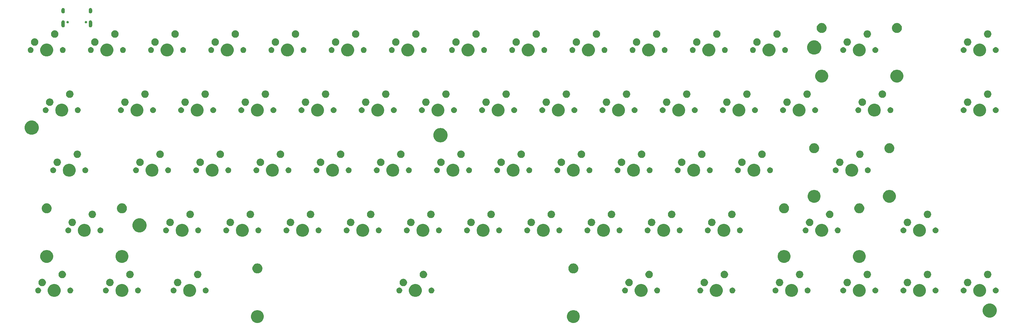
<source format=gbr>
G04 #@! TF.GenerationSoftware,KiCad,Pcbnew,(5.1.4)-1*
G04 #@! TF.CreationDate,2021-09-28T20:31:06+02:00*
G04 #@! TF.ProjectId,CrowMiniMk2,43726f77-4d69-46e6-994d-6b322e6b6963,rev?*
G04 #@! TF.SameCoordinates,Original*
G04 #@! TF.FileFunction,Soldermask,Top*
G04 #@! TF.FilePolarity,Negative*
%FSLAX46Y46*%
G04 Gerber Fmt 4.6, Leading zero omitted, Abs format (unit mm)*
G04 Created by KiCad (PCBNEW (5.1.4)-1) date 2021-09-28 20:31:06*
%MOMM*%
%LPD*%
G04 APERTURE LIST*
%ADD10C,0.100000*%
G04 APERTURE END LIST*
D10*
G36*
X186327624Y-126938684D02*
G01*
X186545624Y-127028983D01*
X186699773Y-127092833D01*
X187034698Y-127316623D01*
X187319527Y-127601452D01*
X187543317Y-127936377D01*
X187543317Y-127936378D01*
X187697466Y-128308526D01*
X187776050Y-128703594D01*
X187776050Y-129106406D01*
X187697466Y-129501474D01*
X187607167Y-129719474D01*
X187543317Y-129873623D01*
X187319527Y-130208548D01*
X187034698Y-130493377D01*
X186699773Y-130717167D01*
X186545624Y-130781017D01*
X186327624Y-130871316D01*
X185932556Y-130949900D01*
X185529744Y-130949900D01*
X185134676Y-130871316D01*
X184916676Y-130781017D01*
X184762527Y-130717167D01*
X184427602Y-130493377D01*
X184142773Y-130208548D01*
X183918983Y-129873623D01*
X183855133Y-129719474D01*
X183764834Y-129501474D01*
X183686250Y-129106406D01*
X183686250Y-128703594D01*
X183764834Y-128308526D01*
X183918983Y-127936378D01*
X183918983Y-127936377D01*
X184142773Y-127601452D01*
X184427602Y-127316623D01*
X184762527Y-127092833D01*
X184916676Y-127028983D01*
X185134676Y-126938684D01*
X185529744Y-126860100D01*
X185932556Y-126860100D01*
X186327624Y-126938684D01*
X186327624Y-126938684D01*
G37*
G36*
X86327824Y-126938684D02*
G01*
X86545824Y-127028983D01*
X86699973Y-127092833D01*
X87034898Y-127316623D01*
X87319727Y-127601452D01*
X87543517Y-127936377D01*
X87543517Y-127936378D01*
X87697666Y-128308526D01*
X87776250Y-128703594D01*
X87776250Y-129106406D01*
X87697666Y-129501474D01*
X87607367Y-129719474D01*
X87543517Y-129873623D01*
X87319727Y-130208548D01*
X87034898Y-130493377D01*
X86699973Y-130717167D01*
X86545824Y-130781017D01*
X86327824Y-130871316D01*
X85932756Y-130949900D01*
X85529944Y-130949900D01*
X85134876Y-130871316D01*
X84916876Y-130781017D01*
X84762727Y-130717167D01*
X84427802Y-130493377D01*
X84142973Y-130208548D01*
X83919183Y-129873623D01*
X83855333Y-129719474D01*
X83765034Y-129501474D01*
X83686450Y-129106406D01*
X83686450Y-128703594D01*
X83765034Y-128308526D01*
X83919183Y-127936378D01*
X83919183Y-127936377D01*
X84142973Y-127601452D01*
X84427802Y-127316623D01*
X84762727Y-127092833D01*
X84916876Y-127028983D01*
X85134876Y-126938684D01*
X85529944Y-126860100D01*
X85932756Y-126860100D01*
X86327824Y-126938684D01*
X86327824Y-126938684D01*
G37*
G36*
X317775880Y-124759776D02*
G01*
X318156593Y-124835504D01*
X318566249Y-125005189D01*
X318934929Y-125251534D01*
X319248466Y-125565071D01*
X319494811Y-125933751D01*
X319664496Y-126343407D01*
X319751000Y-126778296D01*
X319751000Y-127221704D01*
X319664496Y-127656593D01*
X319494811Y-128066249D01*
X319248466Y-128434929D01*
X318934929Y-128748466D01*
X318566249Y-128994811D01*
X318156593Y-129164496D01*
X317775880Y-129240224D01*
X317721705Y-129251000D01*
X317278295Y-129251000D01*
X317224120Y-129240224D01*
X316843407Y-129164496D01*
X316433751Y-128994811D01*
X316065071Y-128748466D01*
X315751534Y-128434929D01*
X315505189Y-128066249D01*
X315335504Y-127656593D01*
X315249000Y-127221704D01*
X315249000Y-126778296D01*
X315335504Y-126343407D01*
X315505189Y-125933751D01*
X315751534Y-125565071D01*
X316065071Y-125251534D01*
X316433751Y-125005189D01*
X316843407Y-124835504D01*
X317224120Y-124759776D01*
X317278295Y-124749000D01*
X317721705Y-124749000D01*
X317775880Y-124759776D01*
X317775880Y-124759776D01*
G37*
G36*
X136327724Y-118683684D02*
G01*
X136545724Y-118773983D01*
X136699873Y-118837833D01*
X137034798Y-119061623D01*
X137319627Y-119346452D01*
X137543417Y-119681377D01*
X137575812Y-119759586D01*
X137697566Y-120053526D01*
X137776150Y-120448594D01*
X137776150Y-120851406D01*
X137697566Y-121246474D01*
X137646701Y-121369272D01*
X137543417Y-121618623D01*
X137319627Y-121953548D01*
X137034798Y-122238377D01*
X136699873Y-122462167D01*
X136545724Y-122526017D01*
X136327724Y-122616316D01*
X135932656Y-122694900D01*
X135529844Y-122694900D01*
X135134776Y-122616316D01*
X134916776Y-122526017D01*
X134762627Y-122462167D01*
X134427702Y-122238377D01*
X134142873Y-121953548D01*
X133919083Y-121618623D01*
X133815799Y-121369272D01*
X133764934Y-121246474D01*
X133686350Y-120851406D01*
X133686350Y-120448594D01*
X133764934Y-120053526D01*
X133886688Y-119759586D01*
X133919083Y-119681377D01*
X134142873Y-119346452D01*
X134427702Y-119061623D01*
X134762627Y-118837833D01*
X134916776Y-118773983D01*
X135134776Y-118683684D01*
X135529844Y-118605100D01*
X135932656Y-118605100D01*
X136327724Y-118683684D01*
X136327724Y-118683684D01*
G37*
G36*
X314921474Y-118683684D02*
G01*
X315139474Y-118773983D01*
X315293623Y-118837833D01*
X315628548Y-119061623D01*
X315913377Y-119346452D01*
X316137167Y-119681377D01*
X316169562Y-119759586D01*
X316291316Y-120053526D01*
X316369900Y-120448594D01*
X316369900Y-120851406D01*
X316291316Y-121246474D01*
X316240451Y-121369272D01*
X316137167Y-121618623D01*
X315913377Y-121953548D01*
X315628548Y-122238377D01*
X315293623Y-122462167D01*
X315139474Y-122526017D01*
X314921474Y-122616316D01*
X314526406Y-122694900D01*
X314123594Y-122694900D01*
X313728526Y-122616316D01*
X313510526Y-122526017D01*
X313356377Y-122462167D01*
X313021452Y-122238377D01*
X312736623Y-121953548D01*
X312512833Y-121618623D01*
X312409549Y-121369272D01*
X312358684Y-121246474D01*
X312280100Y-120851406D01*
X312280100Y-120448594D01*
X312358684Y-120053526D01*
X312480438Y-119759586D01*
X312512833Y-119681377D01*
X312736623Y-119346452D01*
X313021452Y-119061623D01*
X313356377Y-118837833D01*
X313510526Y-118773983D01*
X313728526Y-118683684D01*
X314123594Y-118605100D01*
X314526406Y-118605100D01*
X314921474Y-118683684D01*
X314921474Y-118683684D01*
G37*
G36*
X295871474Y-118683684D02*
G01*
X296089474Y-118773983D01*
X296243623Y-118837833D01*
X296578548Y-119061623D01*
X296863377Y-119346452D01*
X297087167Y-119681377D01*
X297119562Y-119759586D01*
X297241316Y-120053526D01*
X297319900Y-120448594D01*
X297319900Y-120851406D01*
X297241316Y-121246474D01*
X297190451Y-121369272D01*
X297087167Y-121618623D01*
X296863377Y-121953548D01*
X296578548Y-122238377D01*
X296243623Y-122462167D01*
X296089474Y-122526017D01*
X295871474Y-122616316D01*
X295476406Y-122694900D01*
X295073594Y-122694900D01*
X294678526Y-122616316D01*
X294460526Y-122526017D01*
X294306377Y-122462167D01*
X293971452Y-122238377D01*
X293686623Y-121953548D01*
X293462833Y-121618623D01*
X293359549Y-121369272D01*
X293308684Y-121246474D01*
X293230100Y-120851406D01*
X293230100Y-120448594D01*
X293308684Y-120053526D01*
X293430438Y-119759586D01*
X293462833Y-119681377D01*
X293686623Y-119346452D01*
X293971452Y-119061623D01*
X294306377Y-118837833D01*
X294460526Y-118773983D01*
X294678526Y-118683684D01*
X295073594Y-118605100D01*
X295476406Y-118605100D01*
X295871474Y-118683684D01*
X295871474Y-118683684D01*
G37*
G36*
X276821474Y-118683684D02*
G01*
X277039474Y-118773983D01*
X277193623Y-118837833D01*
X277528548Y-119061623D01*
X277813377Y-119346452D01*
X278037167Y-119681377D01*
X278069562Y-119759586D01*
X278191316Y-120053526D01*
X278269900Y-120448594D01*
X278269900Y-120851406D01*
X278191316Y-121246474D01*
X278140451Y-121369272D01*
X278037167Y-121618623D01*
X277813377Y-121953548D01*
X277528548Y-122238377D01*
X277193623Y-122462167D01*
X277039474Y-122526017D01*
X276821474Y-122616316D01*
X276426406Y-122694900D01*
X276023594Y-122694900D01*
X275628526Y-122616316D01*
X275410526Y-122526017D01*
X275256377Y-122462167D01*
X274921452Y-122238377D01*
X274636623Y-121953548D01*
X274412833Y-121618623D01*
X274309549Y-121369272D01*
X274258684Y-121246474D01*
X274180100Y-120851406D01*
X274180100Y-120448594D01*
X274258684Y-120053526D01*
X274380438Y-119759586D01*
X274412833Y-119681377D01*
X274636623Y-119346452D01*
X274921452Y-119061623D01*
X275256377Y-118837833D01*
X275410526Y-118773983D01*
X275628526Y-118683684D01*
X276023594Y-118605100D01*
X276426406Y-118605100D01*
X276821474Y-118683684D01*
X276821474Y-118683684D01*
G37*
G36*
X22027724Y-118683684D02*
G01*
X22245724Y-118773983D01*
X22399873Y-118837833D01*
X22734798Y-119061623D01*
X23019627Y-119346452D01*
X23243417Y-119681377D01*
X23275812Y-119759586D01*
X23397566Y-120053526D01*
X23476150Y-120448594D01*
X23476150Y-120851406D01*
X23397566Y-121246474D01*
X23346701Y-121369272D01*
X23243417Y-121618623D01*
X23019627Y-121953548D01*
X22734798Y-122238377D01*
X22399873Y-122462167D01*
X22245724Y-122526017D01*
X22027724Y-122616316D01*
X21632656Y-122694900D01*
X21229844Y-122694900D01*
X20834776Y-122616316D01*
X20616776Y-122526017D01*
X20462627Y-122462167D01*
X20127702Y-122238377D01*
X19842873Y-121953548D01*
X19619083Y-121618623D01*
X19515799Y-121369272D01*
X19464934Y-121246474D01*
X19386350Y-120851406D01*
X19386350Y-120448594D01*
X19464934Y-120053526D01*
X19586688Y-119759586D01*
X19619083Y-119681377D01*
X19842873Y-119346452D01*
X20127702Y-119061623D01*
X20462627Y-118837833D01*
X20616776Y-118773983D01*
X20834776Y-118683684D01*
X21229844Y-118605100D01*
X21632656Y-118605100D01*
X22027724Y-118683684D01*
X22027724Y-118683684D01*
G37*
G36*
X43458974Y-118683684D02*
G01*
X43676974Y-118773983D01*
X43831123Y-118837833D01*
X44166048Y-119061623D01*
X44450877Y-119346452D01*
X44674667Y-119681377D01*
X44707062Y-119759586D01*
X44828816Y-120053526D01*
X44907400Y-120448594D01*
X44907400Y-120851406D01*
X44828816Y-121246474D01*
X44777951Y-121369272D01*
X44674667Y-121618623D01*
X44450877Y-121953548D01*
X44166048Y-122238377D01*
X43831123Y-122462167D01*
X43676974Y-122526017D01*
X43458974Y-122616316D01*
X43063906Y-122694900D01*
X42661094Y-122694900D01*
X42266026Y-122616316D01*
X42048026Y-122526017D01*
X41893877Y-122462167D01*
X41558952Y-122238377D01*
X41274123Y-121953548D01*
X41050333Y-121618623D01*
X40947049Y-121369272D01*
X40896184Y-121246474D01*
X40817600Y-120851406D01*
X40817600Y-120448594D01*
X40896184Y-120053526D01*
X41017938Y-119759586D01*
X41050333Y-119681377D01*
X41274123Y-119346452D01*
X41558952Y-119061623D01*
X41893877Y-118837833D01*
X42048026Y-118773983D01*
X42266026Y-118683684D01*
X42661094Y-118605100D01*
X43063906Y-118605100D01*
X43458974Y-118683684D01*
X43458974Y-118683684D01*
G37*
G36*
X255390224Y-118683684D02*
G01*
X255608224Y-118773983D01*
X255762373Y-118837833D01*
X256097298Y-119061623D01*
X256382127Y-119346452D01*
X256605917Y-119681377D01*
X256638312Y-119759586D01*
X256760066Y-120053526D01*
X256838650Y-120448594D01*
X256838650Y-120851406D01*
X256760066Y-121246474D01*
X256709201Y-121369272D01*
X256605917Y-121618623D01*
X256382127Y-121953548D01*
X256097298Y-122238377D01*
X255762373Y-122462167D01*
X255608224Y-122526017D01*
X255390224Y-122616316D01*
X254995156Y-122694900D01*
X254592344Y-122694900D01*
X254197276Y-122616316D01*
X253979276Y-122526017D01*
X253825127Y-122462167D01*
X253490202Y-122238377D01*
X253205373Y-121953548D01*
X252981583Y-121618623D01*
X252878299Y-121369272D01*
X252827434Y-121246474D01*
X252748850Y-120851406D01*
X252748850Y-120448594D01*
X252827434Y-120053526D01*
X252949188Y-119759586D01*
X252981583Y-119681377D01*
X253205373Y-119346452D01*
X253490202Y-119061623D01*
X253825127Y-118837833D01*
X253979276Y-118773983D01*
X254197276Y-118683684D01*
X254592344Y-118605100D01*
X254995156Y-118605100D01*
X255390224Y-118683684D01*
X255390224Y-118683684D01*
G37*
G36*
X64890224Y-118683684D02*
G01*
X65108224Y-118773983D01*
X65262373Y-118837833D01*
X65597298Y-119061623D01*
X65882127Y-119346452D01*
X66105917Y-119681377D01*
X66138312Y-119759586D01*
X66260066Y-120053526D01*
X66338650Y-120448594D01*
X66338650Y-120851406D01*
X66260066Y-121246474D01*
X66209201Y-121369272D01*
X66105917Y-121618623D01*
X65882127Y-121953548D01*
X65597298Y-122238377D01*
X65262373Y-122462167D01*
X65108224Y-122526017D01*
X64890224Y-122616316D01*
X64495156Y-122694900D01*
X64092344Y-122694900D01*
X63697276Y-122616316D01*
X63479276Y-122526017D01*
X63325127Y-122462167D01*
X62990202Y-122238377D01*
X62705373Y-121953548D01*
X62481583Y-121618623D01*
X62378299Y-121369272D01*
X62327434Y-121246474D01*
X62248850Y-120851406D01*
X62248850Y-120448594D01*
X62327434Y-120053526D01*
X62449188Y-119759586D01*
X62481583Y-119681377D01*
X62705373Y-119346452D01*
X62990202Y-119061623D01*
X63325127Y-118837833D01*
X63479276Y-118773983D01*
X63697276Y-118683684D01*
X64092344Y-118605100D01*
X64495156Y-118605100D01*
X64890224Y-118683684D01*
X64890224Y-118683684D01*
G37*
G36*
X231577724Y-118683684D02*
G01*
X231795724Y-118773983D01*
X231949873Y-118837833D01*
X232284798Y-119061623D01*
X232569627Y-119346452D01*
X232793417Y-119681377D01*
X232825812Y-119759586D01*
X232947566Y-120053526D01*
X233026150Y-120448594D01*
X233026150Y-120851406D01*
X232947566Y-121246474D01*
X232896701Y-121369272D01*
X232793417Y-121618623D01*
X232569627Y-121953548D01*
X232284798Y-122238377D01*
X231949873Y-122462167D01*
X231795724Y-122526017D01*
X231577724Y-122616316D01*
X231182656Y-122694900D01*
X230779844Y-122694900D01*
X230384776Y-122616316D01*
X230166776Y-122526017D01*
X230012627Y-122462167D01*
X229677702Y-122238377D01*
X229392873Y-121953548D01*
X229169083Y-121618623D01*
X229065799Y-121369272D01*
X229014934Y-121246474D01*
X228936350Y-120851406D01*
X228936350Y-120448594D01*
X229014934Y-120053526D01*
X229136688Y-119759586D01*
X229169083Y-119681377D01*
X229392873Y-119346452D01*
X229677702Y-119061623D01*
X230012627Y-118837833D01*
X230166776Y-118773983D01*
X230384776Y-118683684D01*
X230779844Y-118605100D01*
X231182656Y-118605100D01*
X231577724Y-118683684D01*
X231577724Y-118683684D01*
G37*
G36*
X207765224Y-118683684D02*
G01*
X207983224Y-118773983D01*
X208137373Y-118837833D01*
X208472298Y-119061623D01*
X208757127Y-119346452D01*
X208980917Y-119681377D01*
X209013312Y-119759586D01*
X209135066Y-120053526D01*
X209213650Y-120448594D01*
X209213650Y-120851406D01*
X209135066Y-121246474D01*
X209084201Y-121369272D01*
X208980917Y-121618623D01*
X208757127Y-121953548D01*
X208472298Y-122238377D01*
X208137373Y-122462167D01*
X207983224Y-122526017D01*
X207765224Y-122616316D01*
X207370156Y-122694900D01*
X206967344Y-122694900D01*
X206572276Y-122616316D01*
X206354276Y-122526017D01*
X206200127Y-122462167D01*
X205865202Y-122238377D01*
X205580373Y-121953548D01*
X205356583Y-121618623D01*
X205253299Y-121369272D01*
X205202434Y-121246474D01*
X205123850Y-120851406D01*
X205123850Y-120448594D01*
X205202434Y-120053526D01*
X205324188Y-119759586D01*
X205356583Y-119681377D01*
X205580373Y-119346452D01*
X205865202Y-119061623D01*
X206200127Y-118837833D01*
X206354276Y-118773983D01*
X206572276Y-118683684D01*
X206967344Y-118605100D01*
X207370156Y-118605100D01*
X207765224Y-118683684D01*
X207765224Y-118683684D01*
G37*
G36*
X38052604Y-119759585D02*
G01*
X38221126Y-119829389D01*
X38372791Y-119930728D01*
X38501772Y-120059709D01*
X38603111Y-120211374D01*
X38672915Y-120379896D01*
X38708500Y-120558797D01*
X38708500Y-120741203D01*
X38672915Y-120920104D01*
X38603111Y-121088626D01*
X38501772Y-121240291D01*
X38372791Y-121369272D01*
X38221126Y-121470611D01*
X38052604Y-121540415D01*
X37873703Y-121576000D01*
X37691297Y-121576000D01*
X37512396Y-121540415D01*
X37343874Y-121470611D01*
X37192209Y-121369272D01*
X37063228Y-121240291D01*
X36961889Y-121088626D01*
X36892085Y-120920104D01*
X36856500Y-120741203D01*
X36856500Y-120558797D01*
X36892085Y-120379896D01*
X36961889Y-120211374D01*
X37063228Y-120059709D01*
X37192209Y-119930728D01*
X37343874Y-119829389D01*
X37512396Y-119759585D01*
X37691297Y-119724000D01*
X37873703Y-119724000D01*
X38052604Y-119759585D01*
X38052604Y-119759585D01*
G37*
G36*
X236331354Y-119759585D02*
G01*
X236499876Y-119829389D01*
X236651541Y-119930728D01*
X236780522Y-120059709D01*
X236881861Y-120211374D01*
X236951665Y-120379896D01*
X236987250Y-120558797D01*
X236987250Y-120741203D01*
X236951665Y-120920104D01*
X236881861Y-121088626D01*
X236780522Y-121240291D01*
X236651541Y-121369272D01*
X236499876Y-121470611D01*
X236331354Y-121540415D01*
X236152453Y-121576000D01*
X235970047Y-121576000D01*
X235791146Y-121540415D01*
X235622624Y-121470611D01*
X235470959Y-121369272D01*
X235341978Y-121240291D01*
X235240639Y-121088626D01*
X235170835Y-120920104D01*
X235135250Y-120741203D01*
X235135250Y-120558797D01*
X235170835Y-120379896D01*
X235240639Y-120211374D01*
X235341978Y-120059709D01*
X235470959Y-119930728D01*
X235622624Y-119829389D01*
X235791146Y-119759585D01*
X235970047Y-119724000D01*
X236152453Y-119724000D01*
X236331354Y-119759585D01*
X236331354Y-119759585D01*
G37*
G36*
X249983854Y-119759585D02*
G01*
X250152376Y-119829389D01*
X250304041Y-119930728D01*
X250433022Y-120059709D01*
X250534361Y-120211374D01*
X250604165Y-120379896D01*
X250639750Y-120558797D01*
X250639750Y-120741203D01*
X250604165Y-120920104D01*
X250534361Y-121088626D01*
X250433022Y-121240291D01*
X250304041Y-121369272D01*
X250152376Y-121470611D01*
X249983854Y-121540415D01*
X249804953Y-121576000D01*
X249622547Y-121576000D01*
X249443646Y-121540415D01*
X249275124Y-121470611D01*
X249123459Y-121369272D01*
X248994478Y-121240291D01*
X248893139Y-121088626D01*
X248823335Y-120920104D01*
X248787750Y-120741203D01*
X248787750Y-120558797D01*
X248823335Y-120379896D01*
X248893139Y-120211374D01*
X248994478Y-120059709D01*
X249123459Y-119930728D01*
X249275124Y-119829389D01*
X249443646Y-119759585D01*
X249622547Y-119724000D01*
X249804953Y-119724000D01*
X249983854Y-119759585D01*
X249983854Y-119759585D01*
G37*
G36*
X260143854Y-119759585D02*
G01*
X260312376Y-119829389D01*
X260464041Y-119930728D01*
X260593022Y-120059709D01*
X260694361Y-120211374D01*
X260764165Y-120379896D01*
X260799750Y-120558797D01*
X260799750Y-120741203D01*
X260764165Y-120920104D01*
X260694361Y-121088626D01*
X260593022Y-121240291D01*
X260464041Y-121369272D01*
X260312376Y-121470611D01*
X260143854Y-121540415D01*
X259964953Y-121576000D01*
X259782547Y-121576000D01*
X259603646Y-121540415D01*
X259435124Y-121470611D01*
X259283459Y-121369272D01*
X259154478Y-121240291D01*
X259053139Y-121088626D01*
X258983335Y-120920104D01*
X258947750Y-120741203D01*
X258947750Y-120558797D01*
X258983335Y-120379896D01*
X259053139Y-120211374D01*
X259154478Y-120059709D01*
X259283459Y-119930728D01*
X259435124Y-119829389D01*
X259603646Y-119759585D01*
X259782547Y-119724000D01*
X259964953Y-119724000D01*
X260143854Y-119759585D01*
X260143854Y-119759585D01*
G37*
G36*
X226171354Y-119759585D02*
G01*
X226339876Y-119829389D01*
X226491541Y-119930728D01*
X226620522Y-120059709D01*
X226721861Y-120211374D01*
X226791665Y-120379896D01*
X226827250Y-120558797D01*
X226827250Y-120741203D01*
X226791665Y-120920104D01*
X226721861Y-121088626D01*
X226620522Y-121240291D01*
X226491541Y-121369272D01*
X226339876Y-121470611D01*
X226171354Y-121540415D01*
X225992453Y-121576000D01*
X225810047Y-121576000D01*
X225631146Y-121540415D01*
X225462624Y-121470611D01*
X225310959Y-121369272D01*
X225181978Y-121240291D01*
X225080639Y-121088626D01*
X225010835Y-120920104D01*
X224975250Y-120741203D01*
X224975250Y-120558797D01*
X225010835Y-120379896D01*
X225080639Y-120211374D01*
X225181978Y-120059709D01*
X225310959Y-119930728D01*
X225462624Y-119829389D01*
X225631146Y-119759585D01*
X225810047Y-119724000D01*
X225992453Y-119724000D01*
X226171354Y-119759585D01*
X226171354Y-119759585D01*
G37*
G36*
X309515104Y-119759585D02*
G01*
X309683626Y-119829389D01*
X309835291Y-119930728D01*
X309964272Y-120059709D01*
X310065611Y-120211374D01*
X310135415Y-120379896D01*
X310171000Y-120558797D01*
X310171000Y-120741203D01*
X310135415Y-120920104D01*
X310065611Y-121088626D01*
X309964272Y-121240291D01*
X309835291Y-121369272D01*
X309683626Y-121470611D01*
X309515104Y-121540415D01*
X309336203Y-121576000D01*
X309153797Y-121576000D01*
X308974896Y-121540415D01*
X308806374Y-121470611D01*
X308654709Y-121369272D01*
X308525728Y-121240291D01*
X308424389Y-121088626D01*
X308354585Y-120920104D01*
X308319000Y-120741203D01*
X308319000Y-120558797D01*
X308354585Y-120379896D01*
X308424389Y-120211374D01*
X308525728Y-120059709D01*
X308654709Y-119930728D01*
X308806374Y-119829389D01*
X308974896Y-119759585D01*
X309153797Y-119724000D01*
X309336203Y-119724000D01*
X309515104Y-119759585D01*
X309515104Y-119759585D01*
G37*
G36*
X319675104Y-119759585D02*
G01*
X319843626Y-119829389D01*
X319995291Y-119930728D01*
X320124272Y-120059709D01*
X320225611Y-120211374D01*
X320295415Y-120379896D01*
X320331000Y-120558797D01*
X320331000Y-120741203D01*
X320295415Y-120920104D01*
X320225611Y-121088626D01*
X320124272Y-121240291D01*
X319995291Y-121369272D01*
X319843626Y-121470611D01*
X319675104Y-121540415D01*
X319496203Y-121576000D01*
X319313797Y-121576000D01*
X319134896Y-121540415D01*
X318966374Y-121470611D01*
X318814709Y-121369272D01*
X318685728Y-121240291D01*
X318584389Y-121088626D01*
X318514585Y-120920104D01*
X318479000Y-120741203D01*
X318479000Y-120558797D01*
X318514585Y-120379896D01*
X318584389Y-120211374D01*
X318685728Y-120059709D01*
X318814709Y-119930728D01*
X318966374Y-119829389D01*
X319134896Y-119759585D01*
X319313797Y-119724000D01*
X319496203Y-119724000D01*
X319675104Y-119759585D01*
X319675104Y-119759585D01*
G37*
G36*
X26781354Y-119759585D02*
G01*
X26949876Y-119829389D01*
X27101541Y-119930728D01*
X27230522Y-120059709D01*
X27331861Y-120211374D01*
X27401665Y-120379896D01*
X27437250Y-120558797D01*
X27437250Y-120741203D01*
X27401665Y-120920104D01*
X27331861Y-121088626D01*
X27230522Y-121240291D01*
X27101541Y-121369272D01*
X26949876Y-121470611D01*
X26781354Y-121540415D01*
X26602453Y-121576000D01*
X26420047Y-121576000D01*
X26241146Y-121540415D01*
X26072624Y-121470611D01*
X25920959Y-121369272D01*
X25791978Y-121240291D01*
X25690639Y-121088626D01*
X25620835Y-120920104D01*
X25585250Y-120741203D01*
X25585250Y-120558797D01*
X25620835Y-120379896D01*
X25690639Y-120211374D01*
X25791978Y-120059709D01*
X25920959Y-119930728D01*
X26072624Y-119829389D01*
X26241146Y-119759585D01*
X26420047Y-119724000D01*
X26602453Y-119724000D01*
X26781354Y-119759585D01*
X26781354Y-119759585D01*
G37*
G36*
X16621354Y-119759585D02*
G01*
X16789876Y-119829389D01*
X16941541Y-119930728D01*
X17070522Y-120059709D01*
X17171861Y-120211374D01*
X17241665Y-120379896D01*
X17277250Y-120558797D01*
X17277250Y-120741203D01*
X17241665Y-120920104D01*
X17171861Y-121088626D01*
X17070522Y-121240291D01*
X16941541Y-121369272D01*
X16789876Y-121470611D01*
X16621354Y-121540415D01*
X16442453Y-121576000D01*
X16260047Y-121576000D01*
X16081146Y-121540415D01*
X15912624Y-121470611D01*
X15760959Y-121369272D01*
X15631978Y-121240291D01*
X15530639Y-121088626D01*
X15460835Y-120920104D01*
X15425250Y-120741203D01*
X15425250Y-120558797D01*
X15460835Y-120379896D01*
X15530639Y-120211374D01*
X15631978Y-120059709D01*
X15760959Y-119930728D01*
X15912624Y-119829389D01*
X16081146Y-119759585D01*
X16260047Y-119724000D01*
X16442453Y-119724000D01*
X16621354Y-119759585D01*
X16621354Y-119759585D01*
G37*
G36*
X290465104Y-119759585D02*
G01*
X290633626Y-119829389D01*
X290785291Y-119930728D01*
X290914272Y-120059709D01*
X291015611Y-120211374D01*
X291085415Y-120379896D01*
X291121000Y-120558797D01*
X291121000Y-120741203D01*
X291085415Y-120920104D01*
X291015611Y-121088626D01*
X290914272Y-121240291D01*
X290785291Y-121369272D01*
X290633626Y-121470611D01*
X290465104Y-121540415D01*
X290286203Y-121576000D01*
X290103797Y-121576000D01*
X289924896Y-121540415D01*
X289756374Y-121470611D01*
X289604709Y-121369272D01*
X289475728Y-121240291D01*
X289374389Y-121088626D01*
X289304585Y-120920104D01*
X289269000Y-120741203D01*
X289269000Y-120558797D01*
X289304585Y-120379896D01*
X289374389Y-120211374D01*
X289475728Y-120059709D01*
X289604709Y-119930728D01*
X289756374Y-119829389D01*
X289924896Y-119759585D01*
X290103797Y-119724000D01*
X290286203Y-119724000D01*
X290465104Y-119759585D01*
X290465104Y-119759585D01*
G37*
G36*
X300625104Y-119759585D02*
G01*
X300793626Y-119829389D01*
X300945291Y-119930728D01*
X301074272Y-120059709D01*
X301175611Y-120211374D01*
X301245415Y-120379896D01*
X301281000Y-120558797D01*
X301281000Y-120741203D01*
X301245415Y-120920104D01*
X301175611Y-121088626D01*
X301074272Y-121240291D01*
X300945291Y-121369272D01*
X300793626Y-121470611D01*
X300625104Y-121540415D01*
X300446203Y-121576000D01*
X300263797Y-121576000D01*
X300084896Y-121540415D01*
X299916374Y-121470611D01*
X299764709Y-121369272D01*
X299635728Y-121240291D01*
X299534389Y-121088626D01*
X299464585Y-120920104D01*
X299429000Y-120741203D01*
X299429000Y-120558797D01*
X299464585Y-120379896D01*
X299534389Y-120211374D01*
X299635728Y-120059709D01*
X299764709Y-119930728D01*
X299916374Y-119829389D01*
X300084896Y-119759585D01*
X300263797Y-119724000D01*
X300446203Y-119724000D01*
X300625104Y-119759585D01*
X300625104Y-119759585D01*
G37*
G36*
X271415104Y-119759585D02*
G01*
X271583626Y-119829389D01*
X271735291Y-119930728D01*
X271864272Y-120059709D01*
X271965611Y-120211374D01*
X272035415Y-120379896D01*
X272071000Y-120558797D01*
X272071000Y-120741203D01*
X272035415Y-120920104D01*
X271965611Y-121088626D01*
X271864272Y-121240291D01*
X271735291Y-121369272D01*
X271583626Y-121470611D01*
X271415104Y-121540415D01*
X271236203Y-121576000D01*
X271053797Y-121576000D01*
X270874896Y-121540415D01*
X270706374Y-121470611D01*
X270554709Y-121369272D01*
X270425728Y-121240291D01*
X270324389Y-121088626D01*
X270254585Y-120920104D01*
X270219000Y-120741203D01*
X270219000Y-120558797D01*
X270254585Y-120379896D01*
X270324389Y-120211374D01*
X270425728Y-120059709D01*
X270554709Y-119930728D01*
X270706374Y-119829389D01*
X270874896Y-119759585D01*
X271053797Y-119724000D01*
X271236203Y-119724000D01*
X271415104Y-119759585D01*
X271415104Y-119759585D01*
G37*
G36*
X281575104Y-119759585D02*
G01*
X281743626Y-119829389D01*
X281895291Y-119930728D01*
X282024272Y-120059709D01*
X282125611Y-120211374D01*
X282195415Y-120379896D01*
X282231000Y-120558797D01*
X282231000Y-120741203D01*
X282195415Y-120920104D01*
X282125611Y-121088626D01*
X282024272Y-121240291D01*
X281895291Y-121369272D01*
X281743626Y-121470611D01*
X281575104Y-121540415D01*
X281396203Y-121576000D01*
X281213797Y-121576000D01*
X281034896Y-121540415D01*
X280866374Y-121470611D01*
X280714709Y-121369272D01*
X280585728Y-121240291D01*
X280484389Y-121088626D01*
X280414585Y-120920104D01*
X280379000Y-120741203D01*
X280379000Y-120558797D01*
X280414585Y-120379896D01*
X280484389Y-120211374D01*
X280585728Y-120059709D01*
X280714709Y-119930728D01*
X280866374Y-119829389D01*
X281034896Y-119759585D01*
X281213797Y-119724000D01*
X281396203Y-119724000D01*
X281575104Y-119759585D01*
X281575104Y-119759585D01*
G37*
G36*
X48212604Y-119759585D02*
G01*
X48381126Y-119829389D01*
X48532791Y-119930728D01*
X48661772Y-120059709D01*
X48763111Y-120211374D01*
X48832915Y-120379896D01*
X48868500Y-120558797D01*
X48868500Y-120741203D01*
X48832915Y-120920104D01*
X48763111Y-121088626D01*
X48661772Y-121240291D01*
X48532791Y-121369272D01*
X48381126Y-121470611D01*
X48212604Y-121540415D01*
X48033703Y-121576000D01*
X47851297Y-121576000D01*
X47672396Y-121540415D01*
X47503874Y-121470611D01*
X47352209Y-121369272D01*
X47223228Y-121240291D01*
X47121889Y-121088626D01*
X47052085Y-120920104D01*
X47016500Y-120741203D01*
X47016500Y-120558797D01*
X47052085Y-120379896D01*
X47121889Y-120211374D01*
X47223228Y-120059709D01*
X47352209Y-119930728D01*
X47503874Y-119829389D01*
X47672396Y-119759585D01*
X47851297Y-119724000D01*
X48033703Y-119724000D01*
X48212604Y-119759585D01*
X48212604Y-119759585D01*
G37*
G36*
X69643854Y-119759585D02*
G01*
X69812376Y-119829389D01*
X69964041Y-119930728D01*
X70093022Y-120059709D01*
X70194361Y-120211374D01*
X70264165Y-120379896D01*
X70299750Y-120558797D01*
X70299750Y-120741203D01*
X70264165Y-120920104D01*
X70194361Y-121088626D01*
X70093022Y-121240291D01*
X69964041Y-121369272D01*
X69812376Y-121470611D01*
X69643854Y-121540415D01*
X69464953Y-121576000D01*
X69282547Y-121576000D01*
X69103646Y-121540415D01*
X68935124Y-121470611D01*
X68783459Y-121369272D01*
X68654478Y-121240291D01*
X68553139Y-121088626D01*
X68483335Y-120920104D01*
X68447750Y-120741203D01*
X68447750Y-120558797D01*
X68483335Y-120379896D01*
X68553139Y-120211374D01*
X68654478Y-120059709D01*
X68783459Y-119930728D01*
X68935124Y-119829389D01*
X69103646Y-119759585D01*
X69282547Y-119724000D01*
X69464953Y-119724000D01*
X69643854Y-119759585D01*
X69643854Y-119759585D01*
G37*
G36*
X59483854Y-119759585D02*
G01*
X59652376Y-119829389D01*
X59804041Y-119930728D01*
X59933022Y-120059709D01*
X60034361Y-120211374D01*
X60104165Y-120379896D01*
X60139750Y-120558797D01*
X60139750Y-120741203D01*
X60104165Y-120920104D01*
X60034361Y-121088626D01*
X59933022Y-121240291D01*
X59804041Y-121369272D01*
X59652376Y-121470611D01*
X59483854Y-121540415D01*
X59304953Y-121576000D01*
X59122547Y-121576000D01*
X58943646Y-121540415D01*
X58775124Y-121470611D01*
X58623459Y-121369272D01*
X58494478Y-121240291D01*
X58393139Y-121088626D01*
X58323335Y-120920104D01*
X58287750Y-120741203D01*
X58287750Y-120558797D01*
X58323335Y-120379896D01*
X58393139Y-120211374D01*
X58494478Y-120059709D01*
X58623459Y-119930728D01*
X58775124Y-119829389D01*
X58943646Y-119759585D01*
X59122547Y-119724000D01*
X59304953Y-119724000D01*
X59483854Y-119759585D01*
X59483854Y-119759585D01*
G37*
G36*
X212518854Y-119759585D02*
G01*
X212687376Y-119829389D01*
X212839041Y-119930728D01*
X212968022Y-120059709D01*
X213069361Y-120211374D01*
X213139165Y-120379896D01*
X213174750Y-120558797D01*
X213174750Y-120741203D01*
X213139165Y-120920104D01*
X213069361Y-121088626D01*
X212968022Y-121240291D01*
X212839041Y-121369272D01*
X212687376Y-121470611D01*
X212518854Y-121540415D01*
X212339953Y-121576000D01*
X212157547Y-121576000D01*
X211978646Y-121540415D01*
X211810124Y-121470611D01*
X211658459Y-121369272D01*
X211529478Y-121240291D01*
X211428139Y-121088626D01*
X211358335Y-120920104D01*
X211322750Y-120741203D01*
X211322750Y-120558797D01*
X211358335Y-120379896D01*
X211428139Y-120211374D01*
X211529478Y-120059709D01*
X211658459Y-119930728D01*
X211810124Y-119829389D01*
X211978646Y-119759585D01*
X212157547Y-119724000D01*
X212339953Y-119724000D01*
X212518854Y-119759585D01*
X212518854Y-119759585D01*
G37*
G36*
X202358854Y-119759585D02*
G01*
X202527376Y-119829389D01*
X202679041Y-119930728D01*
X202808022Y-120059709D01*
X202909361Y-120211374D01*
X202979165Y-120379896D01*
X203014750Y-120558797D01*
X203014750Y-120741203D01*
X202979165Y-120920104D01*
X202909361Y-121088626D01*
X202808022Y-121240291D01*
X202679041Y-121369272D01*
X202527376Y-121470611D01*
X202358854Y-121540415D01*
X202179953Y-121576000D01*
X201997547Y-121576000D01*
X201818646Y-121540415D01*
X201650124Y-121470611D01*
X201498459Y-121369272D01*
X201369478Y-121240291D01*
X201268139Y-121088626D01*
X201198335Y-120920104D01*
X201162750Y-120741203D01*
X201162750Y-120558797D01*
X201198335Y-120379896D01*
X201268139Y-120211374D01*
X201369478Y-120059709D01*
X201498459Y-119930728D01*
X201650124Y-119829389D01*
X201818646Y-119759585D01*
X201997547Y-119724000D01*
X202179953Y-119724000D01*
X202358854Y-119759585D01*
X202358854Y-119759585D01*
G37*
G36*
X130921354Y-119759585D02*
G01*
X131089876Y-119829389D01*
X131241541Y-119930728D01*
X131370522Y-120059709D01*
X131471861Y-120211374D01*
X131541665Y-120379896D01*
X131577250Y-120558797D01*
X131577250Y-120741203D01*
X131541665Y-120920104D01*
X131471861Y-121088626D01*
X131370522Y-121240291D01*
X131241541Y-121369272D01*
X131089876Y-121470611D01*
X130921354Y-121540415D01*
X130742453Y-121576000D01*
X130560047Y-121576000D01*
X130381146Y-121540415D01*
X130212624Y-121470611D01*
X130060959Y-121369272D01*
X129931978Y-121240291D01*
X129830639Y-121088626D01*
X129760835Y-120920104D01*
X129725250Y-120741203D01*
X129725250Y-120558797D01*
X129760835Y-120379896D01*
X129830639Y-120211374D01*
X129931978Y-120059709D01*
X130060959Y-119930728D01*
X130212624Y-119829389D01*
X130381146Y-119759585D01*
X130560047Y-119724000D01*
X130742453Y-119724000D01*
X130921354Y-119759585D01*
X130921354Y-119759585D01*
G37*
G36*
X141081354Y-119759585D02*
G01*
X141249876Y-119829389D01*
X141401541Y-119930728D01*
X141530522Y-120059709D01*
X141631861Y-120211374D01*
X141701665Y-120379896D01*
X141737250Y-120558797D01*
X141737250Y-120741203D01*
X141701665Y-120920104D01*
X141631861Y-121088626D01*
X141530522Y-121240291D01*
X141401541Y-121369272D01*
X141249876Y-121470611D01*
X141081354Y-121540415D01*
X140902453Y-121576000D01*
X140720047Y-121576000D01*
X140541146Y-121540415D01*
X140372624Y-121470611D01*
X140220959Y-121369272D01*
X140091978Y-121240291D01*
X139990639Y-121088626D01*
X139920835Y-120920104D01*
X139885250Y-120741203D01*
X139885250Y-120558797D01*
X139920835Y-120379896D01*
X139990639Y-120211374D01*
X140091978Y-120059709D01*
X140220959Y-119930728D01*
X140372624Y-119829389D01*
X140541146Y-119759585D01*
X140720047Y-119724000D01*
X140902453Y-119724000D01*
X141081354Y-119759585D01*
X141081354Y-119759585D01*
G37*
G36*
X291656560Y-116949064D02*
G01*
X291808027Y-116979193D01*
X292022045Y-117067842D01*
X292022046Y-117067843D01*
X292214654Y-117196539D01*
X292378461Y-117360346D01*
X292464258Y-117488751D01*
X292507158Y-117552955D01*
X292595807Y-117766973D01*
X292641000Y-117994174D01*
X292641000Y-118225826D01*
X292595807Y-118453027D01*
X292507158Y-118667045D01*
X292507157Y-118667046D01*
X292378461Y-118859654D01*
X292214654Y-119023461D01*
X292157540Y-119061623D01*
X292022045Y-119152158D01*
X291808027Y-119240807D01*
X291656560Y-119270936D01*
X291580827Y-119286000D01*
X291349173Y-119286000D01*
X291273440Y-119270936D01*
X291121973Y-119240807D01*
X290907955Y-119152158D01*
X290772460Y-119061623D01*
X290715346Y-119023461D01*
X290551539Y-118859654D01*
X290422843Y-118667046D01*
X290422842Y-118667045D01*
X290334193Y-118453027D01*
X290289000Y-118225826D01*
X290289000Y-117994174D01*
X290334193Y-117766973D01*
X290422842Y-117552955D01*
X290465742Y-117488751D01*
X290551539Y-117360346D01*
X290715346Y-117196539D01*
X290907954Y-117067843D01*
X290907955Y-117067842D01*
X291121973Y-116979193D01*
X291273440Y-116949064D01*
X291349173Y-116934000D01*
X291580827Y-116934000D01*
X291656560Y-116949064D01*
X291656560Y-116949064D01*
G37*
G36*
X310706560Y-116949064D02*
G01*
X310858027Y-116979193D01*
X311072045Y-117067842D01*
X311072046Y-117067843D01*
X311264654Y-117196539D01*
X311428461Y-117360346D01*
X311514258Y-117488751D01*
X311557158Y-117552955D01*
X311645807Y-117766973D01*
X311691000Y-117994174D01*
X311691000Y-118225826D01*
X311645807Y-118453027D01*
X311557158Y-118667045D01*
X311557157Y-118667046D01*
X311428461Y-118859654D01*
X311264654Y-119023461D01*
X311207540Y-119061623D01*
X311072045Y-119152158D01*
X310858027Y-119240807D01*
X310706560Y-119270936D01*
X310630827Y-119286000D01*
X310399173Y-119286000D01*
X310323440Y-119270936D01*
X310171973Y-119240807D01*
X309957955Y-119152158D01*
X309822460Y-119061623D01*
X309765346Y-119023461D01*
X309601539Y-118859654D01*
X309472843Y-118667046D01*
X309472842Y-118667045D01*
X309384193Y-118453027D01*
X309339000Y-118225826D01*
X309339000Y-117994174D01*
X309384193Y-117766973D01*
X309472842Y-117552955D01*
X309515742Y-117488751D01*
X309601539Y-117360346D01*
X309765346Y-117196539D01*
X309957954Y-117067843D01*
X309957955Y-117067842D01*
X310171973Y-116979193D01*
X310323440Y-116949064D01*
X310399173Y-116934000D01*
X310630827Y-116934000D01*
X310706560Y-116949064D01*
X310706560Y-116949064D01*
G37*
G36*
X17812810Y-116949064D02*
G01*
X17964277Y-116979193D01*
X18178295Y-117067842D01*
X18178296Y-117067843D01*
X18370904Y-117196539D01*
X18534711Y-117360346D01*
X18620508Y-117488751D01*
X18663408Y-117552955D01*
X18752057Y-117766973D01*
X18797250Y-117994174D01*
X18797250Y-118225826D01*
X18752057Y-118453027D01*
X18663408Y-118667045D01*
X18663407Y-118667046D01*
X18534711Y-118859654D01*
X18370904Y-119023461D01*
X18313790Y-119061623D01*
X18178295Y-119152158D01*
X17964277Y-119240807D01*
X17812810Y-119270936D01*
X17737077Y-119286000D01*
X17505423Y-119286000D01*
X17429690Y-119270936D01*
X17278223Y-119240807D01*
X17064205Y-119152158D01*
X16928710Y-119061623D01*
X16871596Y-119023461D01*
X16707789Y-118859654D01*
X16579093Y-118667046D01*
X16579092Y-118667045D01*
X16490443Y-118453027D01*
X16445250Y-118225826D01*
X16445250Y-117994174D01*
X16490443Y-117766973D01*
X16579092Y-117552955D01*
X16621992Y-117488751D01*
X16707789Y-117360346D01*
X16871596Y-117196539D01*
X17064204Y-117067843D01*
X17064205Y-117067842D01*
X17278223Y-116979193D01*
X17429690Y-116949064D01*
X17505423Y-116934000D01*
X17737077Y-116934000D01*
X17812810Y-116949064D01*
X17812810Y-116949064D01*
G37*
G36*
X39244060Y-116949064D02*
G01*
X39395527Y-116979193D01*
X39609545Y-117067842D01*
X39609546Y-117067843D01*
X39802154Y-117196539D01*
X39965961Y-117360346D01*
X40051758Y-117488751D01*
X40094658Y-117552955D01*
X40183307Y-117766973D01*
X40228500Y-117994174D01*
X40228500Y-118225826D01*
X40183307Y-118453027D01*
X40094658Y-118667045D01*
X40094657Y-118667046D01*
X39965961Y-118859654D01*
X39802154Y-119023461D01*
X39745040Y-119061623D01*
X39609545Y-119152158D01*
X39395527Y-119240807D01*
X39244060Y-119270936D01*
X39168327Y-119286000D01*
X38936673Y-119286000D01*
X38860940Y-119270936D01*
X38709473Y-119240807D01*
X38495455Y-119152158D01*
X38359960Y-119061623D01*
X38302846Y-119023461D01*
X38139039Y-118859654D01*
X38010343Y-118667046D01*
X38010342Y-118667045D01*
X37921693Y-118453027D01*
X37876500Y-118225826D01*
X37876500Y-117994174D01*
X37921693Y-117766973D01*
X38010342Y-117552955D01*
X38053242Y-117488751D01*
X38139039Y-117360346D01*
X38302846Y-117196539D01*
X38495454Y-117067843D01*
X38495455Y-117067842D01*
X38709473Y-116979193D01*
X38860940Y-116949064D01*
X38936673Y-116934000D01*
X39168327Y-116934000D01*
X39244060Y-116949064D01*
X39244060Y-116949064D01*
G37*
G36*
X251175310Y-116949064D02*
G01*
X251326777Y-116979193D01*
X251540795Y-117067842D01*
X251540796Y-117067843D01*
X251733404Y-117196539D01*
X251897211Y-117360346D01*
X251983008Y-117488751D01*
X252025908Y-117552955D01*
X252114557Y-117766973D01*
X252159750Y-117994174D01*
X252159750Y-118225826D01*
X252114557Y-118453027D01*
X252025908Y-118667045D01*
X252025907Y-118667046D01*
X251897211Y-118859654D01*
X251733404Y-119023461D01*
X251676290Y-119061623D01*
X251540795Y-119152158D01*
X251326777Y-119240807D01*
X251175310Y-119270936D01*
X251099577Y-119286000D01*
X250867923Y-119286000D01*
X250792190Y-119270936D01*
X250640723Y-119240807D01*
X250426705Y-119152158D01*
X250291210Y-119061623D01*
X250234096Y-119023461D01*
X250070289Y-118859654D01*
X249941593Y-118667046D01*
X249941592Y-118667045D01*
X249852943Y-118453027D01*
X249807750Y-118225826D01*
X249807750Y-117994174D01*
X249852943Y-117766973D01*
X249941592Y-117552955D01*
X249984492Y-117488751D01*
X250070289Y-117360346D01*
X250234096Y-117196539D01*
X250426704Y-117067843D01*
X250426705Y-117067842D01*
X250640723Y-116979193D01*
X250792190Y-116949064D01*
X250867923Y-116934000D01*
X251099577Y-116934000D01*
X251175310Y-116949064D01*
X251175310Y-116949064D01*
G37*
G36*
X132112810Y-116949064D02*
G01*
X132264277Y-116979193D01*
X132478295Y-117067842D01*
X132478296Y-117067843D01*
X132670904Y-117196539D01*
X132834711Y-117360346D01*
X132920508Y-117488751D01*
X132963408Y-117552955D01*
X133052057Y-117766973D01*
X133097250Y-117994174D01*
X133097250Y-118225826D01*
X133052057Y-118453027D01*
X132963408Y-118667045D01*
X132963407Y-118667046D01*
X132834711Y-118859654D01*
X132670904Y-119023461D01*
X132613790Y-119061623D01*
X132478295Y-119152158D01*
X132264277Y-119240807D01*
X132112810Y-119270936D01*
X132037077Y-119286000D01*
X131805423Y-119286000D01*
X131729690Y-119270936D01*
X131578223Y-119240807D01*
X131364205Y-119152158D01*
X131228710Y-119061623D01*
X131171596Y-119023461D01*
X131007789Y-118859654D01*
X130879093Y-118667046D01*
X130879092Y-118667045D01*
X130790443Y-118453027D01*
X130745250Y-118225826D01*
X130745250Y-117994174D01*
X130790443Y-117766973D01*
X130879092Y-117552955D01*
X130921992Y-117488751D01*
X131007789Y-117360346D01*
X131171596Y-117196539D01*
X131364204Y-117067843D01*
X131364205Y-117067842D01*
X131578223Y-116979193D01*
X131729690Y-116949064D01*
X131805423Y-116934000D01*
X132037077Y-116934000D01*
X132112810Y-116949064D01*
X132112810Y-116949064D01*
G37*
G36*
X227362810Y-116949064D02*
G01*
X227514277Y-116979193D01*
X227728295Y-117067842D01*
X227728296Y-117067843D01*
X227920904Y-117196539D01*
X228084711Y-117360346D01*
X228170508Y-117488751D01*
X228213408Y-117552955D01*
X228302057Y-117766973D01*
X228347250Y-117994174D01*
X228347250Y-118225826D01*
X228302057Y-118453027D01*
X228213408Y-118667045D01*
X228213407Y-118667046D01*
X228084711Y-118859654D01*
X227920904Y-119023461D01*
X227863790Y-119061623D01*
X227728295Y-119152158D01*
X227514277Y-119240807D01*
X227362810Y-119270936D01*
X227287077Y-119286000D01*
X227055423Y-119286000D01*
X226979690Y-119270936D01*
X226828223Y-119240807D01*
X226614205Y-119152158D01*
X226478710Y-119061623D01*
X226421596Y-119023461D01*
X226257789Y-118859654D01*
X226129093Y-118667046D01*
X226129092Y-118667045D01*
X226040443Y-118453027D01*
X225995250Y-118225826D01*
X225995250Y-117994174D01*
X226040443Y-117766973D01*
X226129092Y-117552955D01*
X226171992Y-117488751D01*
X226257789Y-117360346D01*
X226421596Y-117196539D01*
X226614204Y-117067843D01*
X226614205Y-117067842D01*
X226828223Y-116979193D01*
X226979690Y-116949064D01*
X227055423Y-116934000D01*
X227287077Y-116934000D01*
X227362810Y-116949064D01*
X227362810Y-116949064D01*
G37*
G36*
X203550310Y-116949064D02*
G01*
X203701777Y-116979193D01*
X203915795Y-117067842D01*
X203915796Y-117067843D01*
X204108404Y-117196539D01*
X204272211Y-117360346D01*
X204358008Y-117488751D01*
X204400908Y-117552955D01*
X204489557Y-117766973D01*
X204534750Y-117994174D01*
X204534750Y-118225826D01*
X204489557Y-118453027D01*
X204400908Y-118667045D01*
X204400907Y-118667046D01*
X204272211Y-118859654D01*
X204108404Y-119023461D01*
X204051290Y-119061623D01*
X203915795Y-119152158D01*
X203701777Y-119240807D01*
X203550310Y-119270936D01*
X203474577Y-119286000D01*
X203242923Y-119286000D01*
X203167190Y-119270936D01*
X203015723Y-119240807D01*
X202801705Y-119152158D01*
X202666210Y-119061623D01*
X202609096Y-119023461D01*
X202445289Y-118859654D01*
X202316593Y-118667046D01*
X202316592Y-118667045D01*
X202227943Y-118453027D01*
X202182750Y-118225826D01*
X202182750Y-117994174D01*
X202227943Y-117766973D01*
X202316592Y-117552955D01*
X202359492Y-117488751D01*
X202445289Y-117360346D01*
X202609096Y-117196539D01*
X202801704Y-117067843D01*
X202801705Y-117067842D01*
X203015723Y-116979193D01*
X203167190Y-116949064D01*
X203242923Y-116934000D01*
X203474577Y-116934000D01*
X203550310Y-116949064D01*
X203550310Y-116949064D01*
G37*
G36*
X272606560Y-116949064D02*
G01*
X272758027Y-116979193D01*
X272972045Y-117067842D01*
X272972046Y-117067843D01*
X273164654Y-117196539D01*
X273328461Y-117360346D01*
X273414258Y-117488751D01*
X273457158Y-117552955D01*
X273545807Y-117766973D01*
X273591000Y-117994174D01*
X273591000Y-118225826D01*
X273545807Y-118453027D01*
X273457158Y-118667045D01*
X273457157Y-118667046D01*
X273328461Y-118859654D01*
X273164654Y-119023461D01*
X273107540Y-119061623D01*
X272972045Y-119152158D01*
X272758027Y-119240807D01*
X272606560Y-119270936D01*
X272530827Y-119286000D01*
X272299173Y-119286000D01*
X272223440Y-119270936D01*
X272071973Y-119240807D01*
X271857955Y-119152158D01*
X271722460Y-119061623D01*
X271665346Y-119023461D01*
X271501539Y-118859654D01*
X271372843Y-118667046D01*
X271372842Y-118667045D01*
X271284193Y-118453027D01*
X271239000Y-118225826D01*
X271239000Y-117994174D01*
X271284193Y-117766973D01*
X271372842Y-117552955D01*
X271415742Y-117488751D01*
X271501539Y-117360346D01*
X271665346Y-117196539D01*
X271857954Y-117067843D01*
X271857955Y-117067842D01*
X272071973Y-116979193D01*
X272223440Y-116949064D01*
X272299173Y-116934000D01*
X272530827Y-116934000D01*
X272606560Y-116949064D01*
X272606560Y-116949064D01*
G37*
G36*
X60675310Y-116949064D02*
G01*
X60826777Y-116979193D01*
X61040795Y-117067842D01*
X61040796Y-117067843D01*
X61233404Y-117196539D01*
X61397211Y-117360346D01*
X61483008Y-117488751D01*
X61525908Y-117552955D01*
X61614557Y-117766973D01*
X61659750Y-117994174D01*
X61659750Y-118225826D01*
X61614557Y-118453027D01*
X61525908Y-118667045D01*
X61525907Y-118667046D01*
X61397211Y-118859654D01*
X61233404Y-119023461D01*
X61176290Y-119061623D01*
X61040795Y-119152158D01*
X60826777Y-119240807D01*
X60675310Y-119270936D01*
X60599577Y-119286000D01*
X60367923Y-119286000D01*
X60292190Y-119270936D01*
X60140723Y-119240807D01*
X59926705Y-119152158D01*
X59791210Y-119061623D01*
X59734096Y-119023461D01*
X59570289Y-118859654D01*
X59441593Y-118667046D01*
X59441592Y-118667045D01*
X59352943Y-118453027D01*
X59307750Y-118225826D01*
X59307750Y-117994174D01*
X59352943Y-117766973D01*
X59441592Y-117552955D01*
X59484492Y-117488751D01*
X59570289Y-117360346D01*
X59734096Y-117196539D01*
X59926704Y-117067843D01*
X59926705Y-117067842D01*
X60140723Y-116979193D01*
X60292190Y-116949064D01*
X60367923Y-116934000D01*
X60599577Y-116934000D01*
X60675310Y-116949064D01*
X60675310Y-116949064D01*
G37*
G36*
X24162810Y-114409064D02*
G01*
X24314277Y-114439193D01*
X24528295Y-114527842D01*
X24528296Y-114527843D01*
X24720904Y-114656539D01*
X24884711Y-114820346D01*
X24970508Y-114948751D01*
X25013408Y-115012955D01*
X25102057Y-115226973D01*
X25147250Y-115454174D01*
X25147250Y-115685826D01*
X25102057Y-115913027D01*
X25013408Y-116127045D01*
X25013407Y-116127046D01*
X24884711Y-116319654D01*
X24720904Y-116483461D01*
X24592499Y-116569258D01*
X24528295Y-116612158D01*
X24314277Y-116700807D01*
X24162810Y-116730936D01*
X24087077Y-116746000D01*
X23855423Y-116746000D01*
X23779690Y-116730936D01*
X23628223Y-116700807D01*
X23414205Y-116612158D01*
X23350001Y-116569258D01*
X23221596Y-116483461D01*
X23057789Y-116319654D01*
X22929093Y-116127046D01*
X22929092Y-116127045D01*
X22840443Y-115913027D01*
X22795250Y-115685826D01*
X22795250Y-115454174D01*
X22840443Y-115226973D01*
X22929092Y-115012955D01*
X22971992Y-114948751D01*
X23057789Y-114820346D01*
X23221596Y-114656539D01*
X23414204Y-114527843D01*
X23414205Y-114527842D01*
X23628223Y-114439193D01*
X23779690Y-114409064D01*
X23855423Y-114394000D01*
X24087077Y-114394000D01*
X24162810Y-114409064D01*
X24162810Y-114409064D01*
G37*
G36*
X45594060Y-114409064D02*
G01*
X45745527Y-114439193D01*
X45959545Y-114527842D01*
X45959546Y-114527843D01*
X46152154Y-114656539D01*
X46315961Y-114820346D01*
X46401758Y-114948751D01*
X46444658Y-115012955D01*
X46533307Y-115226973D01*
X46578500Y-115454174D01*
X46578500Y-115685826D01*
X46533307Y-115913027D01*
X46444658Y-116127045D01*
X46444657Y-116127046D01*
X46315961Y-116319654D01*
X46152154Y-116483461D01*
X46023749Y-116569258D01*
X45959545Y-116612158D01*
X45745527Y-116700807D01*
X45594060Y-116730936D01*
X45518327Y-116746000D01*
X45286673Y-116746000D01*
X45210940Y-116730936D01*
X45059473Y-116700807D01*
X44845455Y-116612158D01*
X44781251Y-116569258D01*
X44652846Y-116483461D01*
X44489039Y-116319654D01*
X44360343Y-116127046D01*
X44360342Y-116127045D01*
X44271693Y-115913027D01*
X44226500Y-115685826D01*
X44226500Y-115454174D01*
X44271693Y-115226973D01*
X44360342Y-115012955D01*
X44403242Y-114948751D01*
X44489039Y-114820346D01*
X44652846Y-114656539D01*
X44845454Y-114527843D01*
X44845455Y-114527842D01*
X45059473Y-114439193D01*
X45210940Y-114409064D01*
X45286673Y-114394000D01*
X45518327Y-114394000D01*
X45594060Y-114409064D01*
X45594060Y-114409064D01*
G37*
G36*
X67025310Y-114409064D02*
G01*
X67176777Y-114439193D01*
X67390795Y-114527842D01*
X67390796Y-114527843D01*
X67583404Y-114656539D01*
X67747211Y-114820346D01*
X67833008Y-114948751D01*
X67875908Y-115012955D01*
X67964557Y-115226973D01*
X68009750Y-115454174D01*
X68009750Y-115685826D01*
X67964557Y-115913027D01*
X67875908Y-116127045D01*
X67875907Y-116127046D01*
X67747211Y-116319654D01*
X67583404Y-116483461D01*
X67454999Y-116569258D01*
X67390795Y-116612158D01*
X67176777Y-116700807D01*
X67025310Y-116730936D01*
X66949577Y-116746000D01*
X66717923Y-116746000D01*
X66642190Y-116730936D01*
X66490723Y-116700807D01*
X66276705Y-116612158D01*
X66212501Y-116569258D01*
X66084096Y-116483461D01*
X65920289Y-116319654D01*
X65791593Y-116127046D01*
X65791592Y-116127045D01*
X65702943Y-115913027D01*
X65657750Y-115685826D01*
X65657750Y-115454174D01*
X65702943Y-115226973D01*
X65791592Y-115012955D01*
X65834492Y-114948751D01*
X65920289Y-114820346D01*
X66084096Y-114656539D01*
X66276704Y-114527843D01*
X66276705Y-114527842D01*
X66490723Y-114439193D01*
X66642190Y-114409064D01*
X66717923Y-114394000D01*
X66949577Y-114394000D01*
X67025310Y-114409064D01*
X67025310Y-114409064D01*
G37*
G36*
X209900310Y-114409064D02*
G01*
X210051777Y-114439193D01*
X210265795Y-114527842D01*
X210265796Y-114527843D01*
X210458404Y-114656539D01*
X210622211Y-114820346D01*
X210708008Y-114948751D01*
X210750908Y-115012955D01*
X210839557Y-115226973D01*
X210884750Y-115454174D01*
X210884750Y-115685826D01*
X210839557Y-115913027D01*
X210750908Y-116127045D01*
X210750907Y-116127046D01*
X210622211Y-116319654D01*
X210458404Y-116483461D01*
X210329999Y-116569258D01*
X210265795Y-116612158D01*
X210051777Y-116700807D01*
X209900310Y-116730936D01*
X209824577Y-116746000D01*
X209592923Y-116746000D01*
X209517190Y-116730936D01*
X209365723Y-116700807D01*
X209151705Y-116612158D01*
X209087501Y-116569258D01*
X208959096Y-116483461D01*
X208795289Y-116319654D01*
X208666593Y-116127046D01*
X208666592Y-116127045D01*
X208577943Y-115913027D01*
X208532750Y-115685826D01*
X208532750Y-115454174D01*
X208577943Y-115226973D01*
X208666592Y-115012955D01*
X208709492Y-114948751D01*
X208795289Y-114820346D01*
X208959096Y-114656539D01*
X209151704Y-114527843D01*
X209151705Y-114527842D01*
X209365723Y-114439193D01*
X209517190Y-114409064D01*
X209592923Y-114394000D01*
X209824577Y-114394000D01*
X209900310Y-114409064D01*
X209900310Y-114409064D01*
G37*
G36*
X278956560Y-114409064D02*
G01*
X279108027Y-114439193D01*
X279322045Y-114527842D01*
X279322046Y-114527843D01*
X279514654Y-114656539D01*
X279678461Y-114820346D01*
X279764258Y-114948751D01*
X279807158Y-115012955D01*
X279895807Y-115226973D01*
X279941000Y-115454174D01*
X279941000Y-115685826D01*
X279895807Y-115913027D01*
X279807158Y-116127045D01*
X279807157Y-116127046D01*
X279678461Y-116319654D01*
X279514654Y-116483461D01*
X279386249Y-116569258D01*
X279322045Y-116612158D01*
X279108027Y-116700807D01*
X278956560Y-116730936D01*
X278880827Y-116746000D01*
X278649173Y-116746000D01*
X278573440Y-116730936D01*
X278421973Y-116700807D01*
X278207955Y-116612158D01*
X278143751Y-116569258D01*
X278015346Y-116483461D01*
X277851539Y-116319654D01*
X277722843Y-116127046D01*
X277722842Y-116127045D01*
X277634193Y-115913027D01*
X277589000Y-115685826D01*
X277589000Y-115454174D01*
X277634193Y-115226973D01*
X277722842Y-115012955D01*
X277765742Y-114948751D01*
X277851539Y-114820346D01*
X278015346Y-114656539D01*
X278207954Y-114527843D01*
X278207955Y-114527842D01*
X278421973Y-114439193D01*
X278573440Y-114409064D01*
X278649173Y-114394000D01*
X278880827Y-114394000D01*
X278956560Y-114409064D01*
X278956560Y-114409064D01*
G37*
G36*
X138462810Y-114409064D02*
G01*
X138614277Y-114439193D01*
X138828295Y-114527842D01*
X138828296Y-114527843D01*
X139020904Y-114656539D01*
X139184711Y-114820346D01*
X139270508Y-114948751D01*
X139313408Y-115012955D01*
X139402057Y-115226973D01*
X139447250Y-115454174D01*
X139447250Y-115685826D01*
X139402057Y-115913027D01*
X139313408Y-116127045D01*
X139313407Y-116127046D01*
X139184711Y-116319654D01*
X139020904Y-116483461D01*
X138892499Y-116569258D01*
X138828295Y-116612158D01*
X138614277Y-116700807D01*
X138462810Y-116730936D01*
X138387077Y-116746000D01*
X138155423Y-116746000D01*
X138079690Y-116730936D01*
X137928223Y-116700807D01*
X137714205Y-116612158D01*
X137650001Y-116569258D01*
X137521596Y-116483461D01*
X137357789Y-116319654D01*
X137229093Y-116127046D01*
X137229092Y-116127045D01*
X137140443Y-115913027D01*
X137095250Y-115685826D01*
X137095250Y-115454174D01*
X137140443Y-115226973D01*
X137229092Y-115012955D01*
X137271992Y-114948751D01*
X137357789Y-114820346D01*
X137521596Y-114656539D01*
X137714204Y-114527843D01*
X137714205Y-114527842D01*
X137928223Y-114439193D01*
X138079690Y-114409064D01*
X138155423Y-114394000D01*
X138387077Y-114394000D01*
X138462810Y-114409064D01*
X138462810Y-114409064D01*
G37*
G36*
X233712810Y-114409064D02*
G01*
X233864277Y-114439193D01*
X234078295Y-114527842D01*
X234078296Y-114527843D01*
X234270904Y-114656539D01*
X234434711Y-114820346D01*
X234520508Y-114948751D01*
X234563408Y-115012955D01*
X234652057Y-115226973D01*
X234697250Y-115454174D01*
X234697250Y-115685826D01*
X234652057Y-115913027D01*
X234563408Y-116127045D01*
X234563407Y-116127046D01*
X234434711Y-116319654D01*
X234270904Y-116483461D01*
X234142499Y-116569258D01*
X234078295Y-116612158D01*
X233864277Y-116700807D01*
X233712810Y-116730936D01*
X233637077Y-116746000D01*
X233405423Y-116746000D01*
X233329690Y-116730936D01*
X233178223Y-116700807D01*
X232964205Y-116612158D01*
X232900001Y-116569258D01*
X232771596Y-116483461D01*
X232607789Y-116319654D01*
X232479093Y-116127046D01*
X232479092Y-116127045D01*
X232390443Y-115913027D01*
X232345250Y-115685826D01*
X232345250Y-115454174D01*
X232390443Y-115226973D01*
X232479092Y-115012955D01*
X232521992Y-114948751D01*
X232607789Y-114820346D01*
X232771596Y-114656539D01*
X232964204Y-114527843D01*
X232964205Y-114527842D01*
X233178223Y-114439193D01*
X233329690Y-114409064D01*
X233405423Y-114394000D01*
X233637077Y-114394000D01*
X233712810Y-114409064D01*
X233712810Y-114409064D01*
G37*
G36*
X317056560Y-114409064D02*
G01*
X317208027Y-114439193D01*
X317422045Y-114527842D01*
X317422046Y-114527843D01*
X317614654Y-114656539D01*
X317778461Y-114820346D01*
X317864258Y-114948751D01*
X317907158Y-115012955D01*
X317995807Y-115226973D01*
X318041000Y-115454174D01*
X318041000Y-115685826D01*
X317995807Y-115913027D01*
X317907158Y-116127045D01*
X317907157Y-116127046D01*
X317778461Y-116319654D01*
X317614654Y-116483461D01*
X317486249Y-116569258D01*
X317422045Y-116612158D01*
X317208027Y-116700807D01*
X317056560Y-116730936D01*
X316980827Y-116746000D01*
X316749173Y-116746000D01*
X316673440Y-116730936D01*
X316521973Y-116700807D01*
X316307955Y-116612158D01*
X316243751Y-116569258D01*
X316115346Y-116483461D01*
X315951539Y-116319654D01*
X315822843Y-116127046D01*
X315822842Y-116127045D01*
X315734193Y-115913027D01*
X315689000Y-115685826D01*
X315689000Y-115454174D01*
X315734193Y-115226973D01*
X315822842Y-115012955D01*
X315865742Y-114948751D01*
X315951539Y-114820346D01*
X316115346Y-114656539D01*
X316307954Y-114527843D01*
X316307955Y-114527842D01*
X316521973Y-114439193D01*
X316673440Y-114409064D01*
X316749173Y-114394000D01*
X316980827Y-114394000D01*
X317056560Y-114409064D01*
X317056560Y-114409064D01*
G37*
G36*
X257525310Y-114409064D02*
G01*
X257676777Y-114439193D01*
X257890795Y-114527842D01*
X257890796Y-114527843D01*
X258083404Y-114656539D01*
X258247211Y-114820346D01*
X258333008Y-114948751D01*
X258375908Y-115012955D01*
X258464557Y-115226973D01*
X258509750Y-115454174D01*
X258509750Y-115685826D01*
X258464557Y-115913027D01*
X258375908Y-116127045D01*
X258375907Y-116127046D01*
X258247211Y-116319654D01*
X258083404Y-116483461D01*
X257954999Y-116569258D01*
X257890795Y-116612158D01*
X257676777Y-116700807D01*
X257525310Y-116730936D01*
X257449577Y-116746000D01*
X257217923Y-116746000D01*
X257142190Y-116730936D01*
X256990723Y-116700807D01*
X256776705Y-116612158D01*
X256712501Y-116569258D01*
X256584096Y-116483461D01*
X256420289Y-116319654D01*
X256291593Y-116127046D01*
X256291592Y-116127045D01*
X256202943Y-115913027D01*
X256157750Y-115685826D01*
X256157750Y-115454174D01*
X256202943Y-115226973D01*
X256291592Y-115012955D01*
X256334492Y-114948751D01*
X256420289Y-114820346D01*
X256584096Y-114656539D01*
X256776704Y-114527843D01*
X256776705Y-114527842D01*
X256990723Y-114439193D01*
X257142190Y-114409064D01*
X257217923Y-114394000D01*
X257449577Y-114394000D01*
X257525310Y-114409064D01*
X257525310Y-114409064D01*
G37*
G36*
X298006560Y-114409064D02*
G01*
X298158027Y-114439193D01*
X298372045Y-114527842D01*
X298372046Y-114527843D01*
X298564654Y-114656539D01*
X298728461Y-114820346D01*
X298814258Y-114948751D01*
X298857158Y-115012955D01*
X298945807Y-115226973D01*
X298991000Y-115454174D01*
X298991000Y-115685826D01*
X298945807Y-115913027D01*
X298857158Y-116127045D01*
X298857157Y-116127046D01*
X298728461Y-116319654D01*
X298564654Y-116483461D01*
X298436249Y-116569258D01*
X298372045Y-116612158D01*
X298158027Y-116700807D01*
X298006560Y-116730936D01*
X297930827Y-116746000D01*
X297699173Y-116746000D01*
X297623440Y-116730936D01*
X297471973Y-116700807D01*
X297257955Y-116612158D01*
X297193751Y-116569258D01*
X297065346Y-116483461D01*
X296901539Y-116319654D01*
X296772843Y-116127046D01*
X296772842Y-116127045D01*
X296684193Y-115913027D01*
X296639000Y-115685826D01*
X296639000Y-115454174D01*
X296684193Y-115226973D01*
X296772842Y-115012955D01*
X296815742Y-114948751D01*
X296901539Y-114820346D01*
X297065346Y-114656539D01*
X297257954Y-114527843D01*
X297257955Y-114527842D01*
X297471973Y-114439193D01*
X297623440Y-114409064D01*
X297699173Y-114394000D01*
X297930827Y-114394000D01*
X298006560Y-114409064D01*
X298006560Y-114409064D01*
G37*
G36*
X186190561Y-112150526D02*
G01*
X186309287Y-112199704D01*
X186477191Y-112269252D01*
X186477192Y-112269253D01*
X186735154Y-112441617D01*
X186954533Y-112660996D01*
X187069703Y-112833361D01*
X187126898Y-112918959D01*
X187245624Y-113205590D01*
X187306150Y-113509875D01*
X187306150Y-113820125D01*
X187245624Y-114124410D01*
X187126898Y-114411041D01*
X187126897Y-114411042D01*
X186954533Y-114669004D01*
X186735154Y-114888383D01*
X186562789Y-115003553D01*
X186477191Y-115060748D01*
X186309287Y-115130296D01*
X186190561Y-115179474D01*
X185886275Y-115240000D01*
X185576025Y-115240000D01*
X185271739Y-115179474D01*
X185153013Y-115130296D01*
X184985109Y-115060748D01*
X184899511Y-115003553D01*
X184727146Y-114888383D01*
X184507767Y-114669004D01*
X184335403Y-114411042D01*
X184335402Y-114411041D01*
X184216676Y-114124410D01*
X184156150Y-113820125D01*
X184156150Y-113509875D01*
X184216676Y-113205590D01*
X184335402Y-112918959D01*
X184392597Y-112833361D01*
X184507767Y-112660996D01*
X184727146Y-112441617D01*
X184985108Y-112269253D01*
X184985109Y-112269252D01*
X185153013Y-112199704D01*
X185271739Y-112150526D01*
X185576025Y-112090000D01*
X185886275Y-112090000D01*
X186190561Y-112150526D01*
X186190561Y-112150526D01*
G37*
G36*
X86190761Y-112150526D02*
G01*
X86309487Y-112199704D01*
X86477391Y-112269252D01*
X86477392Y-112269253D01*
X86735354Y-112441617D01*
X86954733Y-112660996D01*
X87069903Y-112833361D01*
X87127098Y-112918959D01*
X87245824Y-113205590D01*
X87306350Y-113509875D01*
X87306350Y-113820125D01*
X87245824Y-114124410D01*
X87127098Y-114411041D01*
X87127097Y-114411042D01*
X86954733Y-114669004D01*
X86735354Y-114888383D01*
X86562989Y-115003553D01*
X86477391Y-115060748D01*
X86309487Y-115130296D01*
X86190761Y-115179474D01*
X85886475Y-115240000D01*
X85576225Y-115240000D01*
X85271939Y-115179474D01*
X85153213Y-115130296D01*
X84985309Y-115060748D01*
X84899711Y-115003553D01*
X84727346Y-114888383D01*
X84507967Y-114669004D01*
X84335603Y-114411042D01*
X84335602Y-114411041D01*
X84216876Y-114124410D01*
X84156350Y-113820125D01*
X84156350Y-113509875D01*
X84216876Y-113205590D01*
X84335602Y-112918959D01*
X84392797Y-112833361D01*
X84507967Y-112660996D01*
X84727346Y-112441617D01*
X84985308Y-112269253D01*
X84985309Y-112269252D01*
X85153213Y-112199704D01*
X85271939Y-112150526D01*
X85576225Y-112090000D01*
X85886475Y-112090000D01*
X86190761Y-112150526D01*
X86190761Y-112150526D01*
G37*
G36*
X276821474Y-107888684D02*
G01*
X277039474Y-107978983D01*
X277193623Y-108042833D01*
X277528548Y-108266623D01*
X277813377Y-108551452D01*
X278037167Y-108886377D01*
X278037167Y-108886378D01*
X278191316Y-109258526D01*
X278269900Y-109653594D01*
X278269900Y-110056406D01*
X278191316Y-110451474D01*
X278101017Y-110669474D01*
X278037167Y-110823623D01*
X277813377Y-111158548D01*
X277528548Y-111443377D01*
X277193623Y-111667167D01*
X277039474Y-111731017D01*
X276821474Y-111821316D01*
X276426406Y-111899900D01*
X276023594Y-111899900D01*
X275628526Y-111821316D01*
X275410526Y-111731017D01*
X275256377Y-111667167D01*
X274921452Y-111443377D01*
X274636623Y-111158548D01*
X274412833Y-110823623D01*
X274348983Y-110669474D01*
X274258684Y-110451474D01*
X274180100Y-110056406D01*
X274180100Y-109653594D01*
X274258684Y-109258526D01*
X274412833Y-108886378D01*
X274412833Y-108886377D01*
X274636623Y-108551452D01*
X274921452Y-108266623D01*
X275256377Y-108042833D01*
X275410526Y-107978983D01*
X275628526Y-107888684D01*
X276023594Y-107810100D01*
X276426406Y-107810100D01*
X276821474Y-107888684D01*
X276821474Y-107888684D01*
G37*
G36*
X43458974Y-107888684D02*
G01*
X43676974Y-107978983D01*
X43831123Y-108042833D01*
X44166048Y-108266623D01*
X44450877Y-108551452D01*
X44674667Y-108886377D01*
X44674667Y-108886378D01*
X44828816Y-109258526D01*
X44907400Y-109653594D01*
X44907400Y-110056406D01*
X44828816Y-110451474D01*
X44738517Y-110669474D01*
X44674667Y-110823623D01*
X44450877Y-111158548D01*
X44166048Y-111443377D01*
X43831123Y-111667167D01*
X43676974Y-111731017D01*
X43458974Y-111821316D01*
X43063906Y-111899900D01*
X42661094Y-111899900D01*
X42266026Y-111821316D01*
X42048026Y-111731017D01*
X41893877Y-111667167D01*
X41558952Y-111443377D01*
X41274123Y-111158548D01*
X41050333Y-110823623D01*
X40986483Y-110669474D01*
X40896184Y-110451474D01*
X40817600Y-110056406D01*
X40817600Y-109653594D01*
X40896184Y-109258526D01*
X41050333Y-108886378D01*
X41050333Y-108886377D01*
X41274123Y-108551452D01*
X41558952Y-108266623D01*
X41893877Y-108042833D01*
X42048026Y-107978983D01*
X42266026Y-107888684D01*
X42661094Y-107810100D01*
X43063906Y-107810100D01*
X43458974Y-107888684D01*
X43458974Y-107888684D01*
G37*
G36*
X253008974Y-107888684D02*
G01*
X253226974Y-107978983D01*
X253381123Y-108042833D01*
X253716048Y-108266623D01*
X254000877Y-108551452D01*
X254224667Y-108886377D01*
X254224667Y-108886378D01*
X254378816Y-109258526D01*
X254457400Y-109653594D01*
X254457400Y-110056406D01*
X254378816Y-110451474D01*
X254288517Y-110669474D01*
X254224667Y-110823623D01*
X254000877Y-111158548D01*
X253716048Y-111443377D01*
X253381123Y-111667167D01*
X253226974Y-111731017D01*
X253008974Y-111821316D01*
X252613906Y-111899900D01*
X252211094Y-111899900D01*
X251816026Y-111821316D01*
X251598026Y-111731017D01*
X251443877Y-111667167D01*
X251108952Y-111443377D01*
X250824123Y-111158548D01*
X250600333Y-110823623D01*
X250536483Y-110669474D01*
X250446184Y-110451474D01*
X250367600Y-110056406D01*
X250367600Y-109653594D01*
X250446184Y-109258526D01*
X250600333Y-108886378D01*
X250600333Y-108886377D01*
X250824123Y-108551452D01*
X251108952Y-108266623D01*
X251443877Y-108042833D01*
X251598026Y-107978983D01*
X251816026Y-107888684D01*
X252211094Y-107810100D01*
X252613906Y-107810100D01*
X253008974Y-107888684D01*
X253008974Y-107888684D01*
G37*
G36*
X19646474Y-107888684D02*
G01*
X19864474Y-107978983D01*
X20018623Y-108042833D01*
X20353548Y-108266623D01*
X20638377Y-108551452D01*
X20862167Y-108886377D01*
X20862167Y-108886378D01*
X21016316Y-109258526D01*
X21094900Y-109653594D01*
X21094900Y-110056406D01*
X21016316Y-110451474D01*
X20926017Y-110669474D01*
X20862167Y-110823623D01*
X20638377Y-111158548D01*
X20353548Y-111443377D01*
X20018623Y-111667167D01*
X19864474Y-111731017D01*
X19646474Y-111821316D01*
X19251406Y-111899900D01*
X18848594Y-111899900D01*
X18453526Y-111821316D01*
X18235526Y-111731017D01*
X18081377Y-111667167D01*
X17746452Y-111443377D01*
X17461623Y-111158548D01*
X17237833Y-110823623D01*
X17173983Y-110669474D01*
X17083684Y-110451474D01*
X17005100Y-110056406D01*
X17005100Y-109653594D01*
X17083684Y-109258526D01*
X17237833Y-108886378D01*
X17237833Y-108886377D01*
X17461623Y-108551452D01*
X17746452Y-108266623D01*
X18081377Y-108042833D01*
X18235526Y-107978983D01*
X18453526Y-107888684D01*
X18848594Y-107810100D01*
X19251406Y-107810100D01*
X19646474Y-107888684D01*
X19646474Y-107888684D01*
G37*
G36*
X62508974Y-99633684D02*
G01*
X62726974Y-99723983D01*
X62881123Y-99787833D01*
X63216048Y-100011623D01*
X63500877Y-100296452D01*
X63724667Y-100631377D01*
X63757062Y-100709586D01*
X63878816Y-101003526D01*
X63957400Y-101398594D01*
X63957400Y-101801406D01*
X63878816Y-102196474D01*
X63827951Y-102319272D01*
X63724667Y-102568623D01*
X63500877Y-102903548D01*
X63216048Y-103188377D01*
X62881123Y-103412167D01*
X62726974Y-103476017D01*
X62508974Y-103566316D01*
X62113906Y-103644900D01*
X61711094Y-103644900D01*
X61316026Y-103566316D01*
X61098026Y-103476017D01*
X60943877Y-103412167D01*
X60608952Y-103188377D01*
X60324123Y-102903548D01*
X60100333Y-102568623D01*
X59997049Y-102319272D01*
X59946184Y-102196474D01*
X59867600Y-101801406D01*
X59867600Y-101398594D01*
X59946184Y-101003526D01*
X60067938Y-100709586D01*
X60100333Y-100631377D01*
X60324123Y-100296452D01*
X60608952Y-100011623D01*
X60943877Y-99787833D01*
X61098026Y-99723983D01*
X61316026Y-99633684D01*
X61711094Y-99555100D01*
X62113906Y-99555100D01*
X62508974Y-99633684D01*
X62508974Y-99633684D01*
G37*
G36*
X81558974Y-99633684D02*
G01*
X81776974Y-99723983D01*
X81931123Y-99787833D01*
X82266048Y-100011623D01*
X82550877Y-100296452D01*
X82774667Y-100631377D01*
X82807062Y-100709586D01*
X82928816Y-101003526D01*
X83007400Y-101398594D01*
X83007400Y-101801406D01*
X82928816Y-102196474D01*
X82877951Y-102319272D01*
X82774667Y-102568623D01*
X82550877Y-102903548D01*
X82266048Y-103188377D01*
X81931123Y-103412167D01*
X81776974Y-103476017D01*
X81558974Y-103566316D01*
X81163906Y-103644900D01*
X80761094Y-103644900D01*
X80366026Y-103566316D01*
X80148026Y-103476017D01*
X79993877Y-103412167D01*
X79658952Y-103188377D01*
X79374123Y-102903548D01*
X79150333Y-102568623D01*
X79047049Y-102319272D01*
X78996184Y-102196474D01*
X78917600Y-101801406D01*
X78917600Y-101398594D01*
X78996184Y-101003526D01*
X79117938Y-100709586D01*
X79150333Y-100631377D01*
X79374123Y-100296452D01*
X79658952Y-100011623D01*
X79993877Y-99787833D01*
X80148026Y-99723983D01*
X80366026Y-99633684D01*
X80761094Y-99555100D01*
X81163906Y-99555100D01*
X81558974Y-99633684D01*
X81558974Y-99633684D01*
G37*
G36*
X295871474Y-99633684D02*
G01*
X296089474Y-99723983D01*
X296243623Y-99787833D01*
X296578548Y-100011623D01*
X296863377Y-100296452D01*
X297087167Y-100631377D01*
X297119562Y-100709586D01*
X297241316Y-101003526D01*
X297319900Y-101398594D01*
X297319900Y-101801406D01*
X297241316Y-102196474D01*
X297190451Y-102319272D01*
X297087167Y-102568623D01*
X296863377Y-102903548D01*
X296578548Y-103188377D01*
X296243623Y-103412167D01*
X296089474Y-103476017D01*
X295871474Y-103566316D01*
X295476406Y-103644900D01*
X295073594Y-103644900D01*
X294678526Y-103566316D01*
X294460526Y-103476017D01*
X294306377Y-103412167D01*
X293971452Y-103188377D01*
X293686623Y-102903548D01*
X293462833Y-102568623D01*
X293359549Y-102319272D01*
X293308684Y-102196474D01*
X293230100Y-101801406D01*
X293230100Y-101398594D01*
X293308684Y-101003526D01*
X293430438Y-100709586D01*
X293462833Y-100631377D01*
X293686623Y-100296452D01*
X293971452Y-100011623D01*
X294306377Y-99787833D01*
X294460526Y-99723983D01*
X294678526Y-99633684D01*
X295073594Y-99555100D01*
X295476406Y-99555100D01*
X295871474Y-99633684D01*
X295871474Y-99633684D01*
G37*
G36*
X100608974Y-99633684D02*
G01*
X100826974Y-99723983D01*
X100981123Y-99787833D01*
X101316048Y-100011623D01*
X101600877Y-100296452D01*
X101824667Y-100631377D01*
X101857062Y-100709586D01*
X101978816Y-101003526D01*
X102057400Y-101398594D01*
X102057400Y-101801406D01*
X101978816Y-102196474D01*
X101927951Y-102319272D01*
X101824667Y-102568623D01*
X101600877Y-102903548D01*
X101316048Y-103188377D01*
X100981123Y-103412167D01*
X100826974Y-103476017D01*
X100608974Y-103566316D01*
X100213906Y-103644900D01*
X99811094Y-103644900D01*
X99416026Y-103566316D01*
X99198026Y-103476017D01*
X99043877Y-103412167D01*
X98708952Y-103188377D01*
X98424123Y-102903548D01*
X98200333Y-102568623D01*
X98097049Y-102319272D01*
X98046184Y-102196474D01*
X97967600Y-101801406D01*
X97967600Y-101398594D01*
X98046184Y-101003526D01*
X98167938Y-100709586D01*
X98200333Y-100631377D01*
X98424123Y-100296452D01*
X98708952Y-100011623D01*
X99043877Y-99787833D01*
X99198026Y-99723983D01*
X99416026Y-99633684D01*
X99811094Y-99555100D01*
X100213906Y-99555100D01*
X100608974Y-99633684D01*
X100608974Y-99633684D01*
G37*
G36*
X119658974Y-99633684D02*
G01*
X119876974Y-99723983D01*
X120031123Y-99787833D01*
X120366048Y-100011623D01*
X120650877Y-100296452D01*
X120874667Y-100631377D01*
X120907062Y-100709586D01*
X121028816Y-101003526D01*
X121107400Y-101398594D01*
X121107400Y-101801406D01*
X121028816Y-102196474D01*
X120977951Y-102319272D01*
X120874667Y-102568623D01*
X120650877Y-102903548D01*
X120366048Y-103188377D01*
X120031123Y-103412167D01*
X119876974Y-103476017D01*
X119658974Y-103566316D01*
X119263906Y-103644900D01*
X118861094Y-103644900D01*
X118466026Y-103566316D01*
X118248026Y-103476017D01*
X118093877Y-103412167D01*
X117758952Y-103188377D01*
X117474123Y-102903548D01*
X117250333Y-102568623D01*
X117147049Y-102319272D01*
X117096184Y-102196474D01*
X117017600Y-101801406D01*
X117017600Y-101398594D01*
X117096184Y-101003526D01*
X117217938Y-100709586D01*
X117250333Y-100631377D01*
X117474123Y-100296452D01*
X117758952Y-100011623D01*
X118093877Y-99787833D01*
X118248026Y-99723983D01*
X118466026Y-99633684D01*
X118861094Y-99555100D01*
X119263906Y-99555100D01*
X119658974Y-99633684D01*
X119658974Y-99633684D01*
G37*
G36*
X138708974Y-99633684D02*
G01*
X138926974Y-99723983D01*
X139081123Y-99787833D01*
X139416048Y-100011623D01*
X139700877Y-100296452D01*
X139924667Y-100631377D01*
X139957062Y-100709586D01*
X140078816Y-101003526D01*
X140157400Y-101398594D01*
X140157400Y-101801406D01*
X140078816Y-102196474D01*
X140027951Y-102319272D01*
X139924667Y-102568623D01*
X139700877Y-102903548D01*
X139416048Y-103188377D01*
X139081123Y-103412167D01*
X138926974Y-103476017D01*
X138708974Y-103566316D01*
X138313906Y-103644900D01*
X137911094Y-103644900D01*
X137516026Y-103566316D01*
X137298026Y-103476017D01*
X137143877Y-103412167D01*
X136808952Y-103188377D01*
X136524123Y-102903548D01*
X136300333Y-102568623D01*
X136197049Y-102319272D01*
X136146184Y-102196474D01*
X136067600Y-101801406D01*
X136067600Y-101398594D01*
X136146184Y-101003526D01*
X136267938Y-100709586D01*
X136300333Y-100631377D01*
X136524123Y-100296452D01*
X136808952Y-100011623D01*
X137143877Y-99787833D01*
X137298026Y-99723983D01*
X137516026Y-99633684D01*
X137911094Y-99555100D01*
X138313906Y-99555100D01*
X138708974Y-99633684D01*
X138708974Y-99633684D01*
G37*
G36*
X157758974Y-99633684D02*
G01*
X157976974Y-99723983D01*
X158131123Y-99787833D01*
X158466048Y-100011623D01*
X158750877Y-100296452D01*
X158974667Y-100631377D01*
X159007062Y-100709586D01*
X159128816Y-101003526D01*
X159207400Y-101398594D01*
X159207400Y-101801406D01*
X159128816Y-102196474D01*
X159077951Y-102319272D01*
X158974667Y-102568623D01*
X158750877Y-102903548D01*
X158466048Y-103188377D01*
X158131123Y-103412167D01*
X157976974Y-103476017D01*
X157758974Y-103566316D01*
X157363906Y-103644900D01*
X156961094Y-103644900D01*
X156566026Y-103566316D01*
X156348026Y-103476017D01*
X156193877Y-103412167D01*
X155858952Y-103188377D01*
X155574123Y-102903548D01*
X155350333Y-102568623D01*
X155247049Y-102319272D01*
X155196184Y-102196474D01*
X155117600Y-101801406D01*
X155117600Y-101398594D01*
X155196184Y-101003526D01*
X155317938Y-100709586D01*
X155350333Y-100631377D01*
X155574123Y-100296452D01*
X155858952Y-100011623D01*
X156193877Y-99787833D01*
X156348026Y-99723983D01*
X156566026Y-99633684D01*
X156961094Y-99555100D01*
X157363906Y-99555100D01*
X157758974Y-99633684D01*
X157758974Y-99633684D01*
G37*
G36*
X195858974Y-99633684D02*
G01*
X196076974Y-99723983D01*
X196231123Y-99787833D01*
X196566048Y-100011623D01*
X196850877Y-100296452D01*
X197074667Y-100631377D01*
X197107062Y-100709586D01*
X197228816Y-101003526D01*
X197307400Y-101398594D01*
X197307400Y-101801406D01*
X197228816Y-102196474D01*
X197177951Y-102319272D01*
X197074667Y-102568623D01*
X196850877Y-102903548D01*
X196566048Y-103188377D01*
X196231123Y-103412167D01*
X196076974Y-103476017D01*
X195858974Y-103566316D01*
X195463906Y-103644900D01*
X195061094Y-103644900D01*
X194666026Y-103566316D01*
X194448026Y-103476017D01*
X194293877Y-103412167D01*
X193958952Y-103188377D01*
X193674123Y-102903548D01*
X193450333Y-102568623D01*
X193347049Y-102319272D01*
X193296184Y-102196474D01*
X193217600Y-101801406D01*
X193217600Y-101398594D01*
X193296184Y-101003526D01*
X193417938Y-100709586D01*
X193450333Y-100631377D01*
X193674123Y-100296452D01*
X193958952Y-100011623D01*
X194293877Y-99787833D01*
X194448026Y-99723983D01*
X194666026Y-99633684D01*
X195061094Y-99555100D01*
X195463906Y-99555100D01*
X195858974Y-99633684D01*
X195858974Y-99633684D01*
G37*
G36*
X264915224Y-99633684D02*
G01*
X265133224Y-99723983D01*
X265287373Y-99787833D01*
X265622298Y-100011623D01*
X265907127Y-100296452D01*
X266130917Y-100631377D01*
X266163312Y-100709586D01*
X266285066Y-101003526D01*
X266363650Y-101398594D01*
X266363650Y-101801406D01*
X266285066Y-102196474D01*
X266234201Y-102319272D01*
X266130917Y-102568623D01*
X265907127Y-102903548D01*
X265622298Y-103188377D01*
X265287373Y-103412167D01*
X265133224Y-103476017D01*
X264915224Y-103566316D01*
X264520156Y-103644900D01*
X264117344Y-103644900D01*
X263722276Y-103566316D01*
X263504276Y-103476017D01*
X263350127Y-103412167D01*
X263015202Y-103188377D01*
X262730373Y-102903548D01*
X262506583Y-102568623D01*
X262403299Y-102319272D01*
X262352434Y-102196474D01*
X262273850Y-101801406D01*
X262273850Y-101398594D01*
X262352434Y-101003526D01*
X262474188Y-100709586D01*
X262506583Y-100631377D01*
X262730373Y-100296452D01*
X263015202Y-100011623D01*
X263350127Y-99787833D01*
X263504276Y-99723983D01*
X263722276Y-99633684D01*
X264117344Y-99555100D01*
X264520156Y-99555100D01*
X264915224Y-99633684D01*
X264915224Y-99633684D01*
G37*
G36*
X31552724Y-99633684D02*
G01*
X31770724Y-99723983D01*
X31924873Y-99787833D01*
X32259798Y-100011623D01*
X32544627Y-100296452D01*
X32768417Y-100631377D01*
X32800812Y-100709586D01*
X32922566Y-101003526D01*
X33001150Y-101398594D01*
X33001150Y-101801406D01*
X32922566Y-102196474D01*
X32871701Y-102319272D01*
X32768417Y-102568623D01*
X32544627Y-102903548D01*
X32259798Y-103188377D01*
X31924873Y-103412167D01*
X31770724Y-103476017D01*
X31552724Y-103566316D01*
X31157656Y-103644900D01*
X30754844Y-103644900D01*
X30359776Y-103566316D01*
X30141776Y-103476017D01*
X29987627Y-103412167D01*
X29652702Y-103188377D01*
X29367873Y-102903548D01*
X29144083Y-102568623D01*
X29040799Y-102319272D01*
X28989934Y-102196474D01*
X28911350Y-101801406D01*
X28911350Y-101398594D01*
X28989934Y-101003526D01*
X29111688Y-100709586D01*
X29144083Y-100631377D01*
X29367873Y-100296452D01*
X29652702Y-100011623D01*
X29987627Y-99787833D01*
X30141776Y-99723983D01*
X30359776Y-99633684D01*
X30754844Y-99555100D01*
X31157656Y-99555100D01*
X31552724Y-99633684D01*
X31552724Y-99633684D01*
G37*
G36*
X233958974Y-99633684D02*
G01*
X234176974Y-99723983D01*
X234331123Y-99787833D01*
X234666048Y-100011623D01*
X234950877Y-100296452D01*
X235174667Y-100631377D01*
X235207062Y-100709586D01*
X235328816Y-101003526D01*
X235407400Y-101398594D01*
X235407400Y-101801406D01*
X235328816Y-102196474D01*
X235277951Y-102319272D01*
X235174667Y-102568623D01*
X234950877Y-102903548D01*
X234666048Y-103188377D01*
X234331123Y-103412167D01*
X234176974Y-103476017D01*
X233958974Y-103566316D01*
X233563906Y-103644900D01*
X233161094Y-103644900D01*
X232766026Y-103566316D01*
X232548026Y-103476017D01*
X232393877Y-103412167D01*
X232058952Y-103188377D01*
X231774123Y-102903548D01*
X231550333Y-102568623D01*
X231447049Y-102319272D01*
X231396184Y-102196474D01*
X231317600Y-101801406D01*
X231317600Y-101398594D01*
X231396184Y-101003526D01*
X231517938Y-100709586D01*
X231550333Y-100631377D01*
X231774123Y-100296452D01*
X232058952Y-100011623D01*
X232393877Y-99787833D01*
X232548026Y-99723983D01*
X232766026Y-99633684D01*
X233161094Y-99555100D01*
X233563906Y-99555100D01*
X233958974Y-99633684D01*
X233958974Y-99633684D01*
G37*
G36*
X214908974Y-99633684D02*
G01*
X215126974Y-99723983D01*
X215281123Y-99787833D01*
X215616048Y-100011623D01*
X215900877Y-100296452D01*
X216124667Y-100631377D01*
X216157062Y-100709586D01*
X216278816Y-101003526D01*
X216357400Y-101398594D01*
X216357400Y-101801406D01*
X216278816Y-102196474D01*
X216227951Y-102319272D01*
X216124667Y-102568623D01*
X215900877Y-102903548D01*
X215616048Y-103188377D01*
X215281123Y-103412167D01*
X215126974Y-103476017D01*
X214908974Y-103566316D01*
X214513906Y-103644900D01*
X214111094Y-103644900D01*
X213716026Y-103566316D01*
X213498026Y-103476017D01*
X213343877Y-103412167D01*
X213008952Y-103188377D01*
X212724123Y-102903548D01*
X212500333Y-102568623D01*
X212397049Y-102319272D01*
X212346184Y-102196474D01*
X212267600Y-101801406D01*
X212267600Y-101398594D01*
X212346184Y-101003526D01*
X212467938Y-100709586D01*
X212500333Y-100631377D01*
X212724123Y-100296452D01*
X213008952Y-100011623D01*
X213343877Y-99787833D01*
X213498026Y-99723983D01*
X213716026Y-99633684D01*
X214111094Y-99555100D01*
X214513906Y-99555100D01*
X214908974Y-99633684D01*
X214908974Y-99633684D01*
G37*
G36*
X176808974Y-99633684D02*
G01*
X177026974Y-99723983D01*
X177181123Y-99787833D01*
X177516048Y-100011623D01*
X177800877Y-100296452D01*
X178024667Y-100631377D01*
X178057062Y-100709586D01*
X178178816Y-101003526D01*
X178257400Y-101398594D01*
X178257400Y-101801406D01*
X178178816Y-102196474D01*
X178127951Y-102319272D01*
X178024667Y-102568623D01*
X177800877Y-102903548D01*
X177516048Y-103188377D01*
X177181123Y-103412167D01*
X177026974Y-103476017D01*
X176808974Y-103566316D01*
X176413906Y-103644900D01*
X176011094Y-103644900D01*
X175616026Y-103566316D01*
X175398026Y-103476017D01*
X175243877Y-103412167D01*
X174908952Y-103188377D01*
X174624123Y-102903548D01*
X174400333Y-102568623D01*
X174297049Y-102319272D01*
X174246184Y-102196474D01*
X174167600Y-101801406D01*
X174167600Y-101398594D01*
X174246184Y-101003526D01*
X174367938Y-100709586D01*
X174400333Y-100631377D01*
X174624123Y-100296452D01*
X174908952Y-100011623D01*
X175243877Y-99787833D01*
X175398026Y-99723983D01*
X175616026Y-99633684D01*
X176011094Y-99555100D01*
X176413906Y-99555100D01*
X176808974Y-99633684D01*
X176808974Y-99633684D01*
G37*
G36*
X152352604Y-100709585D02*
G01*
X152521126Y-100779389D01*
X152672791Y-100880728D01*
X152801772Y-101009709D01*
X152903111Y-101161374D01*
X152972915Y-101329896D01*
X153008500Y-101508797D01*
X153008500Y-101691203D01*
X152972915Y-101870104D01*
X152903111Y-102038626D01*
X152801772Y-102190291D01*
X152672791Y-102319272D01*
X152521126Y-102420611D01*
X152352604Y-102490415D01*
X152173703Y-102526000D01*
X151991297Y-102526000D01*
X151812396Y-102490415D01*
X151643874Y-102420611D01*
X151492209Y-102319272D01*
X151363228Y-102190291D01*
X151261889Y-102038626D01*
X151192085Y-101870104D01*
X151156500Y-101691203D01*
X151156500Y-101508797D01*
X151192085Y-101329896D01*
X151261889Y-101161374D01*
X151363228Y-101009709D01*
X151492209Y-100880728D01*
X151643874Y-100779389D01*
X151812396Y-100709585D01*
X151991297Y-100674000D01*
X152173703Y-100674000D01*
X152352604Y-100709585D01*
X152352604Y-100709585D01*
G37*
G36*
X143462604Y-100709585D02*
G01*
X143631126Y-100779389D01*
X143782791Y-100880728D01*
X143911772Y-101009709D01*
X144013111Y-101161374D01*
X144082915Y-101329896D01*
X144118500Y-101508797D01*
X144118500Y-101691203D01*
X144082915Y-101870104D01*
X144013111Y-102038626D01*
X143911772Y-102190291D01*
X143782791Y-102319272D01*
X143631126Y-102420611D01*
X143462604Y-102490415D01*
X143283703Y-102526000D01*
X143101297Y-102526000D01*
X142922396Y-102490415D01*
X142753874Y-102420611D01*
X142602209Y-102319272D01*
X142473228Y-102190291D01*
X142371889Y-102038626D01*
X142302085Y-101870104D01*
X142266500Y-101691203D01*
X142266500Y-101508797D01*
X142302085Y-101329896D01*
X142371889Y-101161374D01*
X142473228Y-101009709D01*
X142602209Y-100880728D01*
X142753874Y-100779389D01*
X142922396Y-100709585D01*
X143101297Y-100674000D01*
X143283703Y-100674000D01*
X143462604Y-100709585D01*
X143462604Y-100709585D01*
G37*
G36*
X133302604Y-100709585D02*
G01*
X133471126Y-100779389D01*
X133622791Y-100880728D01*
X133751772Y-101009709D01*
X133853111Y-101161374D01*
X133922915Y-101329896D01*
X133958500Y-101508797D01*
X133958500Y-101691203D01*
X133922915Y-101870104D01*
X133853111Y-102038626D01*
X133751772Y-102190291D01*
X133622791Y-102319272D01*
X133471126Y-102420611D01*
X133302604Y-102490415D01*
X133123703Y-102526000D01*
X132941297Y-102526000D01*
X132762396Y-102490415D01*
X132593874Y-102420611D01*
X132442209Y-102319272D01*
X132313228Y-102190291D01*
X132211889Y-102038626D01*
X132142085Y-101870104D01*
X132106500Y-101691203D01*
X132106500Y-101508797D01*
X132142085Y-101329896D01*
X132211889Y-101161374D01*
X132313228Y-101009709D01*
X132442209Y-100880728D01*
X132593874Y-100779389D01*
X132762396Y-100709585D01*
X132941297Y-100674000D01*
X133123703Y-100674000D01*
X133302604Y-100709585D01*
X133302604Y-100709585D01*
G37*
G36*
X114252604Y-100709585D02*
G01*
X114421126Y-100779389D01*
X114572791Y-100880728D01*
X114701772Y-101009709D01*
X114803111Y-101161374D01*
X114872915Y-101329896D01*
X114908500Y-101508797D01*
X114908500Y-101691203D01*
X114872915Y-101870104D01*
X114803111Y-102038626D01*
X114701772Y-102190291D01*
X114572791Y-102319272D01*
X114421126Y-102420611D01*
X114252604Y-102490415D01*
X114073703Y-102526000D01*
X113891297Y-102526000D01*
X113712396Y-102490415D01*
X113543874Y-102420611D01*
X113392209Y-102319272D01*
X113263228Y-102190291D01*
X113161889Y-102038626D01*
X113092085Y-101870104D01*
X113056500Y-101691203D01*
X113056500Y-101508797D01*
X113092085Y-101329896D01*
X113161889Y-101161374D01*
X113263228Y-101009709D01*
X113392209Y-100880728D01*
X113543874Y-100779389D01*
X113712396Y-100709585D01*
X113891297Y-100674000D01*
X114073703Y-100674000D01*
X114252604Y-100709585D01*
X114252604Y-100709585D01*
G37*
G36*
X105362604Y-100709585D02*
G01*
X105531126Y-100779389D01*
X105682791Y-100880728D01*
X105811772Y-101009709D01*
X105913111Y-101161374D01*
X105982915Y-101329896D01*
X106018500Y-101508797D01*
X106018500Y-101691203D01*
X105982915Y-101870104D01*
X105913111Y-102038626D01*
X105811772Y-102190291D01*
X105682791Y-102319272D01*
X105531126Y-102420611D01*
X105362604Y-102490415D01*
X105183703Y-102526000D01*
X105001297Y-102526000D01*
X104822396Y-102490415D01*
X104653874Y-102420611D01*
X104502209Y-102319272D01*
X104373228Y-102190291D01*
X104271889Y-102038626D01*
X104202085Y-101870104D01*
X104166500Y-101691203D01*
X104166500Y-101508797D01*
X104202085Y-101329896D01*
X104271889Y-101161374D01*
X104373228Y-101009709D01*
X104502209Y-100880728D01*
X104653874Y-100779389D01*
X104822396Y-100709585D01*
X105001297Y-100674000D01*
X105183703Y-100674000D01*
X105362604Y-100709585D01*
X105362604Y-100709585D01*
G37*
G36*
X95202604Y-100709585D02*
G01*
X95371126Y-100779389D01*
X95522791Y-100880728D01*
X95651772Y-101009709D01*
X95753111Y-101161374D01*
X95822915Y-101329896D01*
X95858500Y-101508797D01*
X95858500Y-101691203D01*
X95822915Y-101870104D01*
X95753111Y-102038626D01*
X95651772Y-102190291D01*
X95522791Y-102319272D01*
X95371126Y-102420611D01*
X95202604Y-102490415D01*
X95023703Y-102526000D01*
X94841297Y-102526000D01*
X94662396Y-102490415D01*
X94493874Y-102420611D01*
X94342209Y-102319272D01*
X94213228Y-102190291D01*
X94111889Y-102038626D01*
X94042085Y-101870104D01*
X94006500Y-101691203D01*
X94006500Y-101508797D01*
X94042085Y-101329896D01*
X94111889Y-101161374D01*
X94213228Y-101009709D01*
X94342209Y-100880728D01*
X94493874Y-100779389D01*
X94662396Y-100709585D01*
X94841297Y-100674000D01*
X95023703Y-100674000D01*
X95202604Y-100709585D01*
X95202604Y-100709585D01*
G37*
G36*
X86312604Y-100709585D02*
G01*
X86481126Y-100779389D01*
X86632791Y-100880728D01*
X86761772Y-101009709D01*
X86863111Y-101161374D01*
X86932915Y-101329896D01*
X86968500Y-101508797D01*
X86968500Y-101691203D01*
X86932915Y-101870104D01*
X86863111Y-102038626D01*
X86761772Y-102190291D01*
X86632791Y-102319272D01*
X86481126Y-102420611D01*
X86312604Y-102490415D01*
X86133703Y-102526000D01*
X85951297Y-102526000D01*
X85772396Y-102490415D01*
X85603874Y-102420611D01*
X85452209Y-102319272D01*
X85323228Y-102190291D01*
X85221889Y-102038626D01*
X85152085Y-101870104D01*
X85116500Y-101691203D01*
X85116500Y-101508797D01*
X85152085Y-101329896D01*
X85221889Y-101161374D01*
X85323228Y-101009709D01*
X85452209Y-100880728D01*
X85603874Y-100779389D01*
X85772396Y-100709585D01*
X85951297Y-100674000D01*
X86133703Y-100674000D01*
X86312604Y-100709585D01*
X86312604Y-100709585D01*
G37*
G36*
X67262604Y-100709585D02*
G01*
X67431126Y-100779389D01*
X67582791Y-100880728D01*
X67711772Y-101009709D01*
X67813111Y-101161374D01*
X67882915Y-101329896D01*
X67918500Y-101508797D01*
X67918500Y-101691203D01*
X67882915Y-101870104D01*
X67813111Y-102038626D01*
X67711772Y-102190291D01*
X67582791Y-102319272D01*
X67431126Y-102420611D01*
X67262604Y-102490415D01*
X67083703Y-102526000D01*
X66901297Y-102526000D01*
X66722396Y-102490415D01*
X66553874Y-102420611D01*
X66402209Y-102319272D01*
X66273228Y-102190291D01*
X66171889Y-102038626D01*
X66102085Y-101870104D01*
X66066500Y-101691203D01*
X66066500Y-101508797D01*
X66102085Y-101329896D01*
X66171889Y-101161374D01*
X66273228Y-101009709D01*
X66402209Y-100880728D01*
X66553874Y-100779389D01*
X66722396Y-100709585D01*
X66901297Y-100674000D01*
X67083703Y-100674000D01*
X67262604Y-100709585D01*
X67262604Y-100709585D01*
G37*
G36*
X76152604Y-100709585D02*
G01*
X76321126Y-100779389D01*
X76472791Y-100880728D01*
X76601772Y-101009709D01*
X76703111Y-101161374D01*
X76772915Y-101329896D01*
X76808500Y-101508797D01*
X76808500Y-101691203D01*
X76772915Y-101870104D01*
X76703111Y-102038626D01*
X76601772Y-102190291D01*
X76472791Y-102319272D01*
X76321126Y-102420611D01*
X76152604Y-102490415D01*
X75973703Y-102526000D01*
X75791297Y-102526000D01*
X75612396Y-102490415D01*
X75443874Y-102420611D01*
X75292209Y-102319272D01*
X75163228Y-102190291D01*
X75061889Y-102038626D01*
X74992085Y-101870104D01*
X74956500Y-101691203D01*
X74956500Y-101508797D01*
X74992085Y-101329896D01*
X75061889Y-101161374D01*
X75163228Y-101009709D01*
X75292209Y-100880728D01*
X75443874Y-100779389D01*
X75612396Y-100709585D01*
X75791297Y-100674000D01*
X75973703Y-100674000D01*
X76152604Y-100709585D01*
X76152604Y-100709585D01*
G37*
G36*
X57102604Y-100709585D02*
G01*
X57271126Y-100779389D01*
X57422791Y-100880728D01*
X57551772Y-101009709D01*
X57653111Y-101161374D01*
X57722915Y-101329896D01*
X57758500Y-101508797D01*
X57758500Y-101691203D01*
X57722915Y-101870104D01*
X57653111Y-102038626D01*
X57551772Y-102190291D01*
X57422791Y-102319272D01*
X57271126Y-102420611D01*
X57102604Y-102490415D01*
X56923703Y-102526000D01*
X56741297Y-102526000D01*
X56562396Y-102490415D01*
X56393874Y-102420611D01*
X56242209Y-102319272D01*
X56113228Y-102190291D01*
X56011889Y-102038626D01*
X55942085Y-101870104D01*
X55906500Y-101691203D01*
X55906500Y-101508797D01*
X55942085Y-101329896D01*
X56011889Y-101161374D01*
X56113228Y-101009709D01*
X56242209Y-100880728D01*
X56393874Y-100779389D01*
X56562396Y-100709585D01*
X56741297Y-100674000D01*
X56923703Y-100674000D01*
X57102604Y-100709585D01*
X57102604Y-100709585D01*
G37*
G36*
X26146354Y-100709585D02*
G01*
X26314876Y-100779389D01*
X26466541Y-100880728D01*
X26595522Y-101009709D01*
X26696861Y-101161374D01*
X26766665Y-101329896D01*
X26802250Y-101508797D01*
X26802250Y-101691203D01*
X26766665Y-101870104D01*
X26696861Y-102038626D01*
X26595522Y-102190291D01*
X26466541Y-102319272D01*
X26314876Y-102420611D01*
X26146354Y-102490415D01*
X25967453Y-102526000D01*
X25785047Y-102526000D01*
X25606146Y-102490415D01*
X25437624Y-102420611D01*
X25285959Y-102319272D01*
X25156978Y-102190291D01*
X25055639Y-102038626D01*
X24985835Y-101870104D01*
X24950250Y-101691203D01*
X24950250Y-101508797D01*
X24985835Y-101329896D01*
X25055639Y-101161374D01*
X25156978Y-101009709D01*
X25285959Y-100880728D01*
X25437624Y-100779389D01*
X25606146Y-100709585D01*
X25785047Y-100674000D01*
X25967453Y-100674000D01*
X26146354Y-100709585D01*
X26146354Y-100709585D01*
G37*
G36*
X36306354Y-100709585D02*
G01*
X36474876Y-100779389D01*
X36626541Y-100880728D01*
X36755522Y-101009709D01*
X36856861Y-101161374D01*
X36926665Y-101329896D01*
X36962250Y-101508797D01*
X36962250Y-101691203D01*
X36926665Y-101870104D01*
X36856861Y-102038626D01*
X36755522Y-102190291D01*
X36626541Y-102319272D01*
X36474876Y-102420611D01*
X36306354Y-102490415D01*
X36127453Y-102526000D01*
X35945047Y-102526000D01*
X35766146Y-102490415D01*
X35597624Y-102420611D01*
X35445959Y-102319272D01*
X35316978Y-102190291D01*
X35215639Y-102038626D01*
X35145835Y-101870104D01*
X35110250Y-101691203D01*
X35110250Y-101508797D01*
X35145835Y-101329896D01*
X35215639Y-101161374D01*
X35316978Y-101009709D01*
X35445959Y-100880728D01*
X35597624Y-100779389D01*
X35766146Y-100709585D01*
X35945047Y-100674000D01*
X36127453Y-100674000D01*
X36306354Y-100709585D01*
X36306354Y-100709585D01*
G37*
G36*
X124412604Y-100709585D02*
G01*
X124581126Y-100779389D01*
X124732791Y-100880728D01*
X124861772Y-101009709D01*
X124963111Y-101161374D01*
X125032915Y-101329896D01*
X125068500Y-101508797D01*
X125068500Y-101691203D01*
X125032915Y-101870104D01*
X124963111Y-102038626D01*
X124861772Y-102190291D01*
X124732791Y-102319272D01*
X124581126Y-102420611D01*
X124412604Y-102490415D01*
X124233703Y-102526000D01*
X124051297Y-102526000D01*
X123872396Y-102490415D01*
X123703874Y-102420611D01*
X123552209Y-102319272D01*
X123423228Y-102190291D01*
X123321889Y-102038626D01*
X123252085Y-101870104D01*
X123216500Y-101691203D01*
X123216500Y-101508797D01*
X123252085Y-101329896D01*
X123321889Y-101161374D01*
X123423228Y-101009709D01*
X123552209Y-100880728D01*
X123703874Y-100779389D01*
X123872396Y-100709585D01*
X124051297Y-100674000D01*
X124233703Y-100674000D01*
X124412604Y-100709585D01*
X124412604Y-100709585D01*
G37*
G36*
X181562604Y-100709585D02*
G01*
X181731126Y-100779389D01*
X181882791Y-100880728D01*
X182011772Y-101009709D01*
X182113111Y-101161374D01*
X182182915Y-101329896D01*
X182218500Y-101508797D01*
X182218500Y-101691203D01*
X182182915Y-101870104D01*
X182113111Y-102038626D01*
X182011772Y-102190291D01*
X181882791Y-102319272D01*
X181731126Y-102420611D01*
X181562604Y-102490415D01*
X181383703Y-102526000D01*
X181201297Y-102526000D01*
X181022396Y-102490415D01*
X180853874Y-102420611D01*
X180702209Y-102319272D01*
X180573228Y-102190291D01*
X180471889Y-102038626D01*
X180402085Y-101870104D01*
X180366500Y-101691203D01*
X180366500Y-101508797D01*
X180402085Y-101329896D01*
X180471889Y-101161374D01*
X180573228Y-101009709D01*
X180702209Y-100880728D01*
X180853874Y-100779389D01*
X181022396Y-100709585D01*
X181201297Y-100674000D01*
X181383703Y-100674000D01*
X181562604Y-100709585D01*
X181562604Y-100709585D01*
G37*
G36*
X162512604Y-100709585D02*
G01*
X162681126Y-100779389D01*
X162832791Y-100880728D01*
X162961772Y-101009709D01*
X163063111Y-101161374D01*
X163132915Y-101329896D01*
X163168500Y-101508797D01*
X163168500Y-101691203D01*
X163132915Y-101870104D01*
X163063111Y-102038626D01*
X162961772Y-102190291D01*
X162832791Y-102319272D01*
X162681126Y-102420611D01*
X162512604Y-102490415D01*
X162333703Y-102526000D01*
X162151297Y-102526000D01*
X161972396Y-102490415D01*
X161803874Y-102420611D01*
X161652209Y-102319272D01*
X161523228Y-102190291D01*
X161421889Y-102038626D01*
X161352085Y-101870104D01*
X161316500Y-101691203D01*
X161316500Y-101508797D01*
X161352085Y-101329896D01*
X161421889Y-101161374D01*
X161523228Y-101009709D01*
X161652209Y-100880728D01*
X161803874Y-100779389D01*
X161972396Y-100709585D01*
X162151297Y-100674000D01*
X162333703Y-100674000D01*
X162512604Y-100709585D01*
X162512604Y-100709585D01*
G37*
G36*
X171402604Y-100709585D02*
G01*
X171571126Y-100779389D01*
X171722791Y-100880728D01*
X171851772Y-101009709D01*
X171953111Y-101161374D01*
X172022915Y-101329896D01*
X172058500Y-101508797D01*
X172058500Y-101691203D01*
X172022915Y-101870104D01*
X171953111Y-102038626D01*
X171851772Y-102190291D01*
X171722791Y-102319272D01*
X171571126Y-102420611D01*
X171402604Y-102490415D01*
X171223703Y-102526000D01*
X171041297Y-102526000D01*
X170862396Y-102490415D01*
X170693874Y-102420611D01*
X170542209Y-102319272D01*
X170413228Y-102190291D01*
X170311889Y-102038626D01*
X170242085Y-101870104D01*
X170206500Y-101691203D01*
X170206500Y-101508797D01*
X170242085Y-101329896D01*
X170311889Y-101161374D01*
X170413228Y-101009709D01*
X170542209Y-100880728D01*
X170693874Y-100779389D01*
X170862396Y-100709585D01*
X171041297Y-100674000D01*
X171223703Y-100674000D01*
X171402604Y-100709585D01*
X171402604Y-100709585D01*
G37*
G36*
X300625104Y-100709585D02*
G01*
X300793626Y-100779389D01*
X300945291Y-100880728D01*
X301074272Y-101009709D01*
X301175611Y-101161374D01*
X301245415Y-101329896D01*
X301281000Y-101508797D01*
X301281000Y-101691203D01*
X301245415Y-101870104D01*
X301175611Y-102038626D01*
X301074272Y-102190291D01*
X300945291Y-102319272D01*
X300793626Y-102420611D01*
X300625104Y-102490415D01*
X300446203Y-102526000D01*
X300263797Y-102526000D01*
X300084896Y-102490415D01*
X299916374Y-102420611D01*
X299764709Y-102319272D01*
X299635728Y-102190291D01*
X299534389Y-102038626D01*
X299464585Y-101870104D01*
X299429000Y-101691203D01*
X299429000Y-101508797D01*
X299464585Y-101329896D01*
X299534389Y-101161374D01*
X299635728Y-101009709D01*
X299764709Y-100880728D01*
X299916374Y-100779389D01*
X300084896Y-100709585D01*
X300263797Y-100674000D01*
X300446203Y-100674000D01*
X300625104Y-100709585D01*
X300625104Y-100709585D01*
G37*
G36*
X290465104Y-100709585D02*
G01*
X290633626Y-100779389D01*
X290785291Y-100880728D01*
X290914272Y-101009709D01*
X291015611Y-101161374D01*
X291085415Y-101329896D01*
X291121000Y-101508797D01*
X291121000Y-101691203D01*
X291085415Y-101870104D01*
X291015611Y-102038626D01*
X290914272Y-102190291D01*
X290785291Y-102319272D01*
X290633626Y-102420611D01*
X290465104Y-102490415D01*
X290286203Y-102526000D01*
X290103797Y-102526000D01*
X289924896Y-102490415D01*
X289756374Y-102420611D01*
X289604709Y-102319272D01*
X289475728Y-102190291D01*
X289374389Y-102038626D01*
X289304585Y-101870104D01*
X289269000Y-101691203D01*
X289269000Y-101508797D01*
X289304585Y-101329896D01*
X289374389Y-101161374D01*
X289475728Y-101009709D01*
X289604709Y-100880728D01*
X289756374Y-100779389D01*
X289924896Y-100709585D01*
X290103797Y-100674000D01*
X290286203Y-100674000D01*
X290465104Y-100709585D01*
X290465104Y-100709585D01*
G37*
G36*
X269668854Y-100709585D02*
G01*
X269837376Y-100779389D01*
X269989041Y-100880728D01*
X270118022Y-101009709D01*
X270219361Y-101161374D01*
X270289165Y-101329896D01*
X270324750Y-101508797D01*
X270324750Y-101691203D01*
X270289165Y-101870104D01*
X270219361Y-102038626D01*
X270118022Y-102190291D01*
X269989041Y-102319272D01*
X269837376Y-102420611D01*
X269668854Y-102490415D01*
X269489953Y-102526000D01*
X269307547Y-102526000D01*
X269128646Y-102490415D01*
X268960124Y-102420611D01*
X268808459Y-102319272D01*
X268679478Y-102190291D01*
X268578139Y-102038626D01*
X268508335Y-101870104D01*
X268472750Y-101691203D01*
X268472750Y-101508797D01*
X268508335Y-101329896D01*
X268578139Y-101161374D01*
X268679478Y-101009709D01*
X268808459Y-100880728D01*
X268960124Y-100779389D01*
X269128646Y-100709585D01*
X269307547Y-100674000D01*
X269489953Y-100674000D01*
X269668854Y-100709585D01*
X269668854Y-100709585D01*
G37*
G36*
X259508854Y-100709585D02*
G01*
X259677376Y-100779389D01*
X259829041Y-100880728D01*
X259958022Y-101009709D01*
X260059361Y-101161374D01*
X260129165Y-101329896D01*
X260164750Y-101508797D01*
X260164750Y-101691203D01*
X260129165Y-101870104D01*
X260059361Y-102038626D01*
X259958022Y-102190291D01*
X259829041Y-102319272D01*
X259677376Y-102420611D01*
X259508854Y-102490415D01*
X259329953Y-102526000D01*
X259147547Y-102526000D01*
X258968646Y-102490415D01*
X258800124Y-102420611D01*
X258648459Y-102319272D01*
X258519478Y-102190291D01*
X258418139Y-102038626D01*
X258348335Y-101870104D01*
X258312750Y-101691203D01*
X258312750Y-101508797D01*
X258348335Y-101329896D01*
X258418139Y-101161374D01*
X258519478Y-101009709D01*
X258648459Y-100880728D01*
X258800124Y-100779389D01*
X258968646Y-100709585D01*
X259147547Y-100674000D01*
X259329953Y-100674000D01*
X259508854Y-100709585D01*
X259508854Y-100709585D01*
G37*
G36*
X228552604Y-100709585D02*
G01*
X228721126Y-100779389D01*
X228872791Y-100880728D01*
X229001772Y-101009709D01*
X229103111Y-101161374D01*
X229172915Y-101329896D01*
X229208500Y-101508797D01*
X229208500Y-101691203D01*
X229172915Y-101870104D01*
X229103111Y-102038626D01*
X229001772Y-102190291D01*
X228872791Y-102319272D01*
X228721126Y-102420611D01*
X228552604Y-102490415D01*
X228373703Y-102526000D01*
X228191297Y-102526000D01*
X228012396Y-102490415D01*
X227843874Y-102420611D01*
X227692209Y-102319272D01*
X227563228Y-102190291D01*
X227461889Y-102038626D01*
X227392085Y-101870104D01*
X227356500Y-101691203D01*
X227356500Y-101508797D01*
X227392085Y-101329896D01*
X227461889Y-101161374D01*
X227563228Y-101009709D01*
X227692209Y-100880728D01*
X227843874Y-100779389D01*
X228012396Y-100709585D01*
X228191297Y-100674000D01*
X228373703Y-100674000D01*
X228552604Y-100709585D01*
X228552604Y-100709585D01*
G37*
G36*
X209502604Y-100709585D02*
G01*
X209671126Y-100779389D01*
X209822791Y-100880728D01*
X209951772Y-101009709D01*
X210053111Y-101161374D01*
X210122915Y-101329896D01*
X210158500Y-101508797D01*
X210158500Y-101691203D01*
X210122915Y-101870104D01*
X210053111Y-102038626D01*
X209951772Y-102190291D01*
X209822791Y-102319272D01*
X209671126Y-102420611D01*
X209502604Y-102490415D01*
X209323703Y-102526000D01*
X209141297Y-102526000D01*
X208962396Y-102490415D01*
X208793874Y-102420611D01*
X208642209Y-102319272D01*
X208513228Y-102190291D01*
X208411889Y-102038626D01*
X208342085Y-101870104D01*
X208306500Y-101691203D01*
X208306500Y-101508797D01*
X208342085Y-101329896D01*
X208411889Y-101161374D01*
X208513228Y-101009709D01*
X208642209Y-100880728D01*
X208793874Y-100779389D01*
X208962396Y-100709585D01*
X209141297Y-100674000D01*
X209323703Y-100674000D01*
X209502604Y-100709585D01*
X209502604Y-100709585D01*
G37*
G36*
X200612604Y-100709585D02*
G01*
X200781126Y-100779389D01*
X200932791Y-100880728D01*
X201061772Y-101009709D01*
X201163111Y-101161374D01*
X201232915Y-101329896D01*
X201268500Y-101508797D01*
X201268500Y-101691203D01*
X201232915Y-101870104D01*
X201163111Y-102038626D01*
X201061772Y-102190291D01*
X200932791Y-102319272D01*
X200781126Y-102420611D01*
X200612604Y-102490415D01*
X200433703Y-102526000D01*
X200251297Y-102526000D01*
X200072396Y-102490415D01*
X199903874Y-102420611D01*
X199752209Y-102319272D01*
X199623228Y-102190291D01*
X199521889Y-102038626D01*
X199452085Y-101870104D01*
X199416500Y-101691203D01*
X199416500Y-101508797D01*
X199452085Y-101329896D01*
X199521889Y-101161374D01*
X199623228Y-101009709D01*
X199752209Y-100880728D01*
X199903874Y-100779389D01*
X200072396Y-100709585D01*
X200251297Y-100674000D01*
X200433703Y-100674000D01*
X200612604Y-100709585D01*
X200612604Y-100709585D01*
G37*
G36*
X219662604Y-100709585D02*
G01*
X219831126Y-100779389D01*
X219982791Y-100880728D01*
X220111772Y-101009709D01*
X220213111Y-101161374D01*
X220282915Y-101329896D01*
X220318500Y-101508797D01*
X220318500Y-101691203D01*
X220282915Y-101870104D01*
X220213111Y-102038626D01*
X220111772Y-102190291D01*
X219982791Y-102319272D01*
X219831126Y-102420611D01*
X219662604Y-102490415D01*
X219483703Y-102526000D01*
X219301297Y-102526000D01*
X219122396Y-102490415D01*
X218953874Y-102420611D01*
X218802209Y-102319272D01*
X218673228Y-102190291D01*
X218571889Y-102038626D01*
X218502085Y-101870104D01*
X218466500Y-101691203D01*
X218466500Y-101508797D01*
X218502085Y-101329896D01*
X218571889Y-101161374D01*
X218673228Y-101009709D01*
X218802209Y-100880728D01*
X218953874Y-100779389D01*
X219122396Y-100709585D01*
X219301297Y-100674000D01*
X219483703Y-100674000D01*
X219662604Y-100709585D01*
X219662604Y-100709585D01*
G37*
G36*
X190452604Y-100709585D02*
G01*
X190621126Y-100779389D01*
X190772791Y-100880728D01*
X190901772Y-101009709D01*
X191003111Y-101161374D01*
X191072915Y-101329896D01*
X191108500Y-101508797D01*
X191108500Y-101691203D01*
X191072915Y-101870104D01*
X191003111Y-102038626D01*
X190901772Y-102190291D01*
X190772791Y-102319272D01*
X190621126Y-102420611D01*
X190452604Y-102490415D01*
X190273703Y-102526000D01*
X190091297Y-102526000D01*
X189912396Y-102490415D01*
X189743874Y-102420611D01*
X189592209Y-102319272D01*
X189463228Y-102190291D01*
X189361889Y-102038626D01*
X189292085Y-101870104D01*
X189256500Y-101691203D01*
X189256500Y-101508797D01*
X189292085Y-101329896D01*
X189361889Y-101161374D01*
X189463228Y-101009709D01*
X189592209Y-100880728D01*
X189743874Y-100779389D01*
X189912396Y-100709585D01*
X190091297Y-100674000D01*
X190273703Y-100674000D01*
X190452604Y-100709585D01*
X190452604Y-100709585D01*
G37*
G36*
X238712604Y-100709585D02*
G01*
X238881126Y-100779389D01*
X239032791Y-100880728D01*
X239161772Y-101009709D01*
X239263111Y-101161374D01*
X239332915Y-101329896D01*
X239368500Y-101508797D01*
X239368500Y-101691203D01*
X239332915Y-101870104D01*
X239263111Y-102038626D01*
X239161772Y-102190291D01*
X239032791Y-102319272D01*
X238881126Y-102420611D01*
X238712604Y-102490415D01*
X238533703Y-102526000D01*
X238351297Y-102526000D01*
X238172396Y-102490415D01*
X238003874Y-102420611D01*
X237852209Y-102319272D01*
X237723228Y-102190291D01*
X237621889Y-102038626D01*
X237552085Y-101870104D01*
X237516500Y-101691203D01*
X237516500Y-101508797D01*
X237552085Y-101329896D01*
X237621889Y-101161374D01*
X237723228Y-101009709D01*
X237852209Y-100880728D01*
X238003874Y-100779389D01*
X238172396Y-100709585D01*
X238351297Y-100674000D01*
X238533703Y-100674000D01*
X238712604Y-100709585D01*
X238712604Y-100709585D01*
G37*
G36*
X48694630Y-97772276D02*
G01*
X49075343Y-97848004D01*
X49484999Y-98017689D01*
X49853679Y-98264034D01*
X50167216Y-98577571D01*
X50413561Y-98946251D01*
X50583246Y-99355907D01*
X50669750Y-99790796D01*
X50669750Y-100234204D01*
X50583246Y-100669093D01*
X50413561Y-101078749D01*
X50167216Y-101447429D01*
X49853679Y-101760966D01*
X49484999Y-102007311D01*
X49075343Y-102176996D01*
X48694630Y-102252724D01*
X48640455Y-102263500D01*
X48197045Y-102263500D01*
X48142870Y-102252724D01*
X47762157Y-102176996D01*
X47352501Y-102007311D01*
X46983821Y-101760966D01*
X46670284Y-101447429D01*
X46423939Y-101078749D01*
X46254254Y-100669093D01*
X46167750Y-100234204D01*
X46167750Y-99790796D01*
X46254254Y-99355907D01*
X46423939Y-98946251D01*
X46670284Y-98577571D01*
X46983821Y-98264034D01*
X47352501Y-98017689D01*
X47762157Y-97848004D01*
X48142870Y-97772276D01*
X48197045Y-97761500D01*
X48640455Y-97761500D01*
X48694630Y-97772276D01*
X48694630Y-97772276D01*
G37*
G36*
X191644060Y-97899064D02*
G01*
X191795527Y-97929193D01*
X192009545Y-98017842D01*
X192009546Y-98017843D01*
X192202154Y-98146539D01*
X192365961Y-98310346D01*
X192451758Y-98438751D01*
X192494658Y-98502955D01*
X192583307Y-98716973D01*
X192628500Y-98944174D01*
X192628500Y-99175826D01*
X192583307Y-99403027D01*
X192494658Y-99617045D01*
X192494657Y-99617046D01*
X192365961Y-99809654D01*
X192202154Y-99973461D01*
X192145040Y-100011623D01*
X192009545Y-100102158D01*
X191795527Y-100190807D01*
X191644060Y-100220936D01*
X191568327Y-100236000D01*
X191336673Y-100236000D01*
X191260940Y-100220936D01*
X191109473Y-100190807D01*
X190895455Y-100102158D01*
X190759960Y-100011623D01*
X190702846Y-99973461D01*
X190539039Y-99809654D01*
X190410343Y-99617046D01*
X190410342Y-99617045D01*
X190321693Y-99403027D01*
X190276500Y-99175826D01*
X190276500Y-98944174D01*
X190321693Y-98716973D01*
X190410342Y-98502955D01*
X190453242Y-98438751D01*
X190539039Y-98310346D01*
X190702846Y-98146539D01*
X190895454Y-98017843D01*
X190895455Y-98017842D01*
X191109473Y-97929193D01*
X191260940Y-97899064D01*
X191336673Y-97884000D01*
X191568327Y-97884000D01*
X191644060Y-97899064D01*
X191644060Y-97899064D01*
G37*
G36*
X58294060Y-97899064D02*
G01*
X58445527Y-97929193D01*
X58659545Y-98017842D01*
X58659546Y-98017843D01*
X58852154Y-98146539D01*
X59015961Y-98310346D01*
X59101758Y-98438751D01*
X59144658Y-98502955D01*
X59233307Y-98716973D01*
X59278500Y-98944174D01*
X59278500Y-99175826D01*
X59233307Y-99403027D01*
X59144658Y-99617045D01*
X59144657Y-99617046D01*
X59015961Y-99809654D01*
X58852154Y-99973461D01*
X58795040Y-100011623D01*
X58659545Y-100102158D01*
X58445527Y-100190807D01*
X58294060Y-100220936D01*
X58218327Y-100236000D01*
X57986673Y-100236000D01*
X57910940Y-100220936D01*
X57759473Y-100190807D01*
X57545455Y-100102158D01*
X57409960Y-100011623D01*
X57352846Y-99973461D01*
X57189039Y-99809654D01*
X57060343Y-99617046D01*
X57060342Y-99617045D01*
X56971693Y-99403027D01*
X56926500Y-99175826D01*
X56926500Y-98944174D01*
X56971693Y-98716973D01*
X57060342Y-98502955D01*
X57103242Y-98438751D01*
X57189039Y-98310346D01*
X57352846Y-98146539D01*
X57545454Y-98017843D01*
X57545455Y-98017842D01*
X57759473Y-97929193D01*
X57910940Y-97899064D01*
X57986673Y-97884000D01*
X58218327Y-97884000D01*
X58294060Y-97899064D01*
X58294060Y-97899064D01*
G37*
G36*
X77344060Y-97899064D02*
G01*
X77495527Y-97929193D01*
X77709545Y-98017842D01*
X77709546Y-98017843D01*
X77902154Y-98146539D01*
X78065961Y-98310346D01*
X78151758Y-98438751D01*
X78194658Y-98502955D01*
X78283307Y-98716973D01*
X78328500Y-98944174D01*
X78328500Y-99175826D01*
X78283307Y-99403027D01*
X78194658Y-99617045D01*
X78194657Y-99617046D01*
X78065961Y-99809654D01*
X77902154Y-99973461D01*
X77845040Y-100011623D01*
X77709545Y-100102158D01*
X77495527Y-100190807D01*
X77344060Y-100220936D01*
X77268327Y-100236000D01*
X77036673Y-100236000D01*
X76960940Y-100220936D01*
X76809473Y-100190807D01*
X76595455Y-100102158D01*
X76459960Y-100011623D01*
X76402846Y-99973461D01*
X76239039Y-99809654D01*
X76110343Y-99617046D01*
X76110342Y-99617045D01*
X76021693Y-99403027D01*
X75976500Y-99175826D01*
X75976500Y-98944174D01*
X76021693Y-98716973D01*
X76110342Y-98502955D01*
X76153242Y-98438751D01*
X76239039Y-98310346D01*
X76402846Y-98146539D01*
X76595454Y-98017843D01*
X76595455Y-98017842D01*
X76809473Y-97929193D01*
X76960940Y-97899064D01*
X77036673Y-97884000D01*
X77268327Y-97884000D01*
X77344060Y-97899064D01*
X77344060Y-97899064D01*
G37*
G36*
X291656560Y-97899064D02*
G01*
X291808027Y-97929193D01*
X292022045Y-98017842D01*
X292022046Y-98017843D01*
X292214654Y-98146539D01*
X292378461Y-98310346D01*
X292464258Y-98438751D01*
X292507158Y-98502955D01*
X292595807Y-98716973D01*
X292641000Y-98944174D01*
X292641000Y-99175826D01*
X292595807Y-99403027D01*
X292507158Y-99617045D01*
X292507157Y-99617046D01*
X292378461Y-99809654D01*
X292214654Y-99973461D01*
X292157540Y-100011623D01*
X292022045Y-100102158D01*
X291808027Y-100190807D01*
X291656560Y-100220936D01*
X291580827Y-100236000D01*
X291349173Y-100236000D01*
X291273440Y-100220936D01*
X291121973Y-100190807D01*
X290907955Y-100102158D01*
X290772460Y-100011623D01*
X290715346Y-99973461D01*
X290551539Y-99809654D01*
X290422843Y-99617046D01*
X290422842Y-99617045D01*
X290334193Y-99403027D01*
X290289000Y-99175826D01*
X290289000Y-98944174D01*
X290334193Y-98716973D01*
X290422842Y-98502955D01*
X290465742Y-98438751D01*
X290551539Y-98310346D01*
X290715346Y-98146539D01*
X290907954Y-98017843D01*
X290907955Y-98017842D01*
X291121973Y-97929193D01*
X291273440Y-97899064D01*
X291349173Y-97884000D01*
X291580827Y-97884000D01*
X291656560Y-97899064D01*
X291656560Y-97899064D01*
G37*
G36*
X96394060Y-97899064D02*
G01*
X96545527Y-97929193D01*
X96759545Y-98017842D01*
X96759546Y-98017843D01*
X96952154Y-98146539D01*
X97115961Y-98310346D01*
X97201758Y-98438751D01*
X97244658Y-98502955D01*
X97333307Y-98716973D01*
X97378500Y-98944174D01*
X97378500Y-99175826D01*
X97333307Y-99403027D01*
X97244658Y-99617045D01*
X97244657Y-99617046D01*
X97115961Y-99809654D01*
X96952154Y-99973461D01*
X96895040Y-100011623D01*
X96759545Y-100102158D01*
X96545527Y-100190807D01*
X96394060Y-100220936D01*
X96318327Y-100236000D01*
X96086673Y-100236000D01*
X96010940Y-100220936D01*
X95859473Y-100190807D01*
X95645455Y-100102158D01*
X95509960Y-100011623D01*
X95452846Y-99973461D01*
X95289039Y-99809654D01*
X95160343Y-99617046D01*
X95160342Y-99617045D01*
X95071693Y-99403027D01*
X95026500Y-99175826D01*
X95026500Y-98944174D01*
X95071693Y-98716973D01*
X95160342Y-98502955D01*
X95203242Y-98438751D01*
X95289039Y-98310346D01*
X95452846Y-98146539D01*
X95645454Y-98017843D01*
X95645455Y-98017842D01*
X95859473Y-97929193D01*
X96010940Y-97899064D01*
X96086673Y-97884000D01*
X96318327Y-97884000D01*
X96394060Y-97899064D01*
X96394060Y-97899064D01*
G37*
G36*
X115444060Y-97899064D02*
G01*
X115595527Y-97929193D01*
X115809545Y-98017842D01*
X115809546Y-98017843D01*
X116002154Y-98146539D01*
X116165961Y-98310346D01*
X116251758Y-98438751D01*
X116294658Y-98502955D01*
X116383307Y-98716973D01*
X116428500Y-98944174D01*
X116428500Y-99175826D01*
X116383307Y-99403027D01*
X116294658Y-99617045D01*
X116294657Y-99617046D01*
X116165961Y-99809654D01*
X116002154Y-99973461D01*
X115945040Y-100011623D01*
X115809545Y-100102158D01*
X115595527Y-100190807D01*
X115444060Y-100220936D01*
X115368327Y-100236000D01*
X115136673Y-100236000D01*
X115060940Y-100220936D01*
X114909473Y-100190807D01*
X114695455Y-100102158D01*
X114559960Y-100011623D01*
X114502846Y-99973461D01*
X114339039Y-99809654D01*
X114210343Y-99617046D01*
X114210342Y-99617045D01*
X114121693Y-99403027D01*
X114076500Y-99175826D01*
X114076500Y-98944174D01*
X114121693Y-98716973D01*
X114210342Y-98502955D01*
X114253242Y-98438751D01*
X114339039Y-98310346D01*
X114502846Y-98146539D01*
X114695454Y-98017843D01*
X114695455Y-98017842D01*
X114909473Y-97929193D01*
X115060940Y-97899064D01*
X115136673Y-97884000D01*
X115368327Y-97884000D01*
X115444060Y-97899064D01*
X115444060Y-97899064D01*
G37*
G36*
X134494060Y-97899064D02*
G01*
X134645527Y-97929193D01*
X134859545Y-98017842D01*
X134859546Y-98017843D01*
X135052154Y-98146539D01*
X135215961Y-98310346D01*
X135301758Y-98438751D01*
X135344658Y-98502955D01*
X135433307Y-98716973D01*
X135478500Y-98944174D01*
X135478500Y-99175826D01*
X135433307Y-99403027D01*
X135344658Y-99617045D01*
X135344657Y-99617046D01*
X135215961Y-99809654D01*
X135052154Y-99973461D01*
X134995040Y-100011623D01*
X134859545Y-100102158D01*
X134645527Y-100190807D01*
X134494060Y-100220936D01*
X134418327Y-100236000D01*
X134186673Y-100236000D01*
X134110940Y-100220936D01*
X133959473Y-100190807D01*
X133745455Y-100102158D01*
X133609960Y-100011623D01*
X133552846Y-99973461D01*
X133389039Y-99809654D01*
X133260343Y-99617046D01*
X133260342Y-99617045D01*
X133171693Y-99403027D01*
X133126500Y-99175826D01*
X133126500Y-98944174D01*
X133171693Y-98716973D01*
X133260342Y-98502955D01*
X133303242Y-98438751D01*
X133389039Y-98310346D01*
X133552846Y-98146539D01*
X133745454Y-98017843D01*
X133745455Y-98017842D01*
X133959473Y-97929193D01*
X134110940Y-97899064D01*
X134186673Y-97884000D01*
X134418327Y-97884000D01*
X134494060Y-97899064D01*
X134494060Y-97899064D01*
G37*
G36*
X229744060Y-97899064D02*
G01*
X229895527Y-97929193D01*
X230109545Y-98017842D01*
X230109546Y-98017843D01*
X230302154Y-98146539D01*
X230465961Y-98310346D01*
X230551758Y-98438751D01*
X230594658Y-98502955D01*
X230683307Y-98716973D01*
X230728500Y-98944174D01*
X230728500Y-99175826D01*
X230683307Y-99403027D01*
X230594658Y-99617045D01*
X230594657Y-99617046D01*
X230465961Y-99809654D01*
X230302154Y-99973461D01*
X230245040Y-100011623D01*
X230109545Y-100102158D01*
X229895527Y-100190807D01*
X229744060Y-100220936D01*
X229668327Y-100236000D01*
X229436673Y-100236000D01*
X229360940Y-100220936D01*
X229209473Y-100190807D01*
X228995455Y-100102158D01*
X228859960Y-100011623D01*
X228802846Y-99973461D01*
X228639039Y-99809654D01*
X228510343Y-99617046D01*
X228510342Y-99617045D01*
X228421693Y-99403027D01*
X228376500Y-99175826D01*
X228376500Y-98944174D01*
X228421693Y-98716973D01*
X228510342Y-98502955D01*
X228553242Y-98438751D01*
X228639039Y-98310346D01*
X228802846Y-98146539D01*
X228995454Y-98017843D01*
X228995455Y-98017842D01*
X229209473Y-97929193D01*
X229360940Y-97899064D01*
X229436673Y-97884000D01*
X229668327Y-97884000D01*
X229744060Y-97899064D01*
X229744060Y-97899064D01*
G37*
G36*
X260700310Y-97899064D02*
G01*
X260851777Y-97929193D01*
X261065795Y-98017842D01*
X261065796Y-98017843D01*
X261258404Y-98146539D01*
X261422211Y-98310346D01*
X261508008Y-98438751D01*
X261550908Y-98502955D01*
X261639557Y-98716973D01*
X261684750Y-98944174D01*
X261684750Y-99175826D01*
X261639557Y-99403027D01*
X261550908Y-99617045D01*
X261550907Y-99617046D01*
X261422211Y-99809654D01*
X261258404Y-99973461D01*
X261201290Y-100011623D01*
X261065795Y-100102158D01*
X260851777Y-100190807D01*
X260700310Y-100220936D01*
X260624577Y-100236000D01*
X260392923Y-100236000D01*
X260317190Y-100220936D01*
X260165723Y-100190807D01*
X259951705Y-100102158D01*
X259816210Y-100011623D01*
X259759096Y-99973461D01*
X259595289Y-99809654D01*
X259466593Y-99617046D01*
X259466592Y-99617045D01*
X259377943Y-99403027D01*
X259332750Y-99175826D01*
X259332750Y-98944174D01*
X259377943Y-98716973D01*
X259466592Y-98502955D01*
X259509492Y-98438751D01*
X259595289Y-98310346D01*
X259759096Y-98146539D01*
X259951704Y-98017843D01*
X259951705Y-98017842D01*
X260165723Y-97929193D01*
X260317190Y-97899064D01*
X260392923Y-97884000D01*
X260624577Y-97884000D01*
X260700310Y-97899064D01*
X260700310Y-97899064D01*
G37*
G36*
X153544060Y-97899064D02*
G01*
X153695527Y-97929193D01*
X153909545Y-98017842D01*
X153909546Y-98017843D01*
X154102154Y-98146539D01*
X154265961Y-98310346D01*
X154351758Y-98438751D01*
X154394658Y-98502955D01*
X154483307Y-98716973D01*
X154528500Y-98944174D01*
X154528500Y-99175826D01*
X154483307Y-99403027D01*
X154394658Y-99617045D01*
X154394657Y-99617046D01*
X154265961Y-99809654D01*
X154102154Y-99973461D01*
X154045040Y-100011623D01*
X153909545Y-100102158D01*
X153695527Y-100190807D01*
X153544060Y-100220936D01*
X153468327Y-100236000D01*
X153236673Y-100236000D01*
X153160940Y-100220936D01*
X153009473Y-100190807D01*
X152795455Y-100102158D01*
X152659960Y-100011623D01*
X152602846Y-99973461D01*
X152439039Y-99809654D01*
X152310343Y-99617046D01*
X152310342Y-99617045D01*
X152221693Y-99403027D01*
X152176500Y-99175826D01*
X152176500Y-98944174D01*
X152221693Y-98716973D01*
X152310342Y-98502955D01*
X152353242Y-98438751D01*
X152439039Y-98310346D01*
X152602846Y-98146539D01*
X152795454Y-98017843D01*
X152795455Y-98017842D01*
X153009473Y-97929193D01*
X153160940Y-97899064D01*
X153236673Y-97884000D01*
X153468327Y-97884000D01*
X153544060Y-97899064D01*
X153544060Y-97899064D01*
G37*
G36*
X172594060Y-97899064D02*
G01*
X172745527Y-97929193D01*
X172959545Y-98017842D01*
X172959546Y-98017843D01*
X173152154Y-98146539D01*
X173315961Y-98310346D01*
X173401758Y-98438751D01*
X173444658Y-98502955D01*
X173533307Y-98716973D01*
X173578500Y-98944174D01*
X173578500Y-99175826D01*
X173533307Y-99403027D01*
X173444658Y-99617045D01*
X173444657Y-99617046D01*
X173315961Y-99809654D01*
X173152154Y-99973461D01*
X173095040Y-100011623D01*
X172959545Y-100102158D01*
X172745527Y-100190807D01*
X172594060Y-100220936D01*
X172518327Y-100236000D01*
X172286673Y-100236000D01*
X172210940Y-100220936D01*
X172059473Y-100190807D01*
X171845455Y-100102158D01*
X171709960Y-100011623D01*
X171652846Y-99973461D01*
X171489039Y-99809654D01*
X171360343Y-99617046D01*
X171360342Y-99617045D01*
X171271693Y-99403027D01*
X171226500Y-99175826D01*
X171226500Y-98944174D01*
X171271693Y-98716973D01*
X171360342Y-98502955D01*
X171403242Y-98438751D01*
X171489039Y-98310346D01*
X171652846Y-98146539D01*
X171845454Y-98017843D01*
X171845455Y-98017842D01*
X172059473Y-97929193D01*
X172210940Y-97899064D01*
X172286673Y-97884000D01*
X172518327Y-97884000D01*
X172594060Y-97899064D01*
X172594060Y-97899064D01*
G37*
G36*
X27337810Y-97899064D02*
G01*
X27489277Y-97929193D01*
X27703295Y-98017842D01*
X27703296Y-98017843D01*
X27895904Y-98146539D01*
X28059711Y-98310346D01*
X28145508Y-98438751D01*
X28188408Y-98502955D01*
X28277057Y-98716973D01*
X28322250Y-98944174D01*
X28322250Y-99175826D01*
X28277057Y-99403027D01*
X28188408Y-99617045D01*
X28188407Y-99617046D01*
X28059711Y-99809654D01*
X27895904Y-99973461D01*
X27838790Y-100011623D01*
X27703295Y-100102158D01*
X27489277Y-100190807D01*
X27337810Y-100220936D01*
X27262077Y-100236000D01*
X27030423Y-100236000D01*
X26954690Y-100220936D01*
X26803223Y-100190807D01*
X26589205Y-100102158D01*
X26453710Y-100011623D01*
X26396596Y-99973461D01*
X26232789Y-99809654D01*
X26104093Y-99617046D01*
X26104092Y-99617045D01*
X26015443Y-99403027D01*
X25970250Y-99175826D01*
X25970250Y-98944174D01*
X26015443Y-98716973D01*
X26104092Y-98502955D01*
X26146992Y-98438751D01*
X26232789Y-98310346D01*
X26396596Y-98146539D01*
X26589204Y-98017843D01*
X26589205Y-98017842D01*
X26803223Y-97929193D01*
X26954690Y-97899064D01*
X27030423Y-97884000D01*
X27262077Y-97884000D01*
X27337810Y-97899064D01*
X27337810Y-97899064D01*
G37*
G36*
X210694060Y-97899064D02*
G01*
X210845527Y-97929193D01*
X211059545Y-98017842D01*
X211059546Y-98017843D01*
X211252154Y-98146539D01*
X211415961Y-98310346D01*
X211501758Y-98438751D01*
X211544658Y-98502955D01*
X211633307Y-98716973D01*
X211678500Y-98944174D01*
X211678500Y-99175826D01*
X211633307Y-99403027D01*
X211544658Y-99617045D01*
X211544657Y-99617046D01*
X211415961Y-99809654D01*
X211252154Y-99973461D01*
X211195040Y-100011623D01*
X211059545Y-100102158D01*
X210845527Y-100190807D01*
X210694060Y-100220936D01*
X210618327Y-100236000D01*
X210386673Y-100236000D01*
X210310940Y-100220936D01*
X210159473Y-100190807D01*
X209945455Y-100102158D01*
X209809960Y-100011623D01*
X209752846Y-99973461D01*
X209589039Y-99809654D01*
X209460343Y-99617046D01*
X209460342Y-99617045D01*
X209371693Y-99403027D01*
X209326500Y-99175826D01*
X209326500Y-98944174D01*
X209371693Y-98716973D01*
X209460342Y-98502955D01*
X209503242Y-98438751D01*
X209589039Y-98310346D01*
X209752846Y-98146539D01*
X209945454Y-98017843D01*
X209945455Y-98017842D01*
X210159473Y-97929193D01*
X210310940Y-97899064D01*
X210386673Y-97884000D01*
X210618327Y-97884000D01*
X210694060Y-97899064D01*
X210694060Y-97899064D01*
G37*
G36*
X217044060Y-95359064D02*
G01*
X217195527Y-95389193D01*
X217409545Y-95477842D01*
X217409546Y-95477843D01*
X217602154Y-95606539D01*
X217765961Y-95770346D01*
X217851758Y-95898751D01*
X217894658Y-95962955D01*
X217983307Y-96176973D01*
X218028500Y-96404174D01*
X218028500Y-96635826D01*
X217983307Y-96863027D01*
X217894658Y-97077045D01*
X217894657Y-97077046D01*
X217765961Y-97269654D01*
X217602154Y-97433461D01*
X217473749Y-97519258D01*
X217409545Y-97562158D01*
X217195527Y-97650807D01*
X217044060Y-97680936D01*
X216968327Y-97696000D01*
X216736673Y-97696000D01*
X216660940Y-97680936D01*
X216509473Y-97650807D01*
X216295455Y-97562158D01*
X216231251Y-97519258D01*
X216102846Y-97433461D01*
X215939039Y-97269654D01*
X215810343Y-97077046D01*
X215810342Y-97077045D01*
X215721693Y-96863027D01*
X215676500Y-96635826D01*
X215676500Y-96404174D01*
X215721693Y-96176973D01*
X215810342Y-95962955D01*
X215853242Y-95898751D01*
X215939039Y-95770346D01*
X216102846Y-95606539D01*
X216295454Y-95477843D01*
X216295455Y-95477842D01*
X216509473Y-95389193D01*
X216660940Y-95359064D01*
X216736673Y-95344000D01*
X216968327Y-95344000D01*
X217044060Y-95359064D01*
X217044060Y-95359064D01*
G37*
G36*
X267050310Y-95359064D02*
G01*
X267201777Y-95389193D01*
X267415795Y-95477842D01*
X267415796Y-95477843D01*
X267608404Y-95606539D01*
X267772211Y-95770346D01*
X267858008Y-95898751D01*
X267900908Y-95962955D01*
X267989557Y-96176973D01*
X268034750Y-96404174D01*
X268034750Y-96635826D01*
X267989557Y-96863027D01*
X267900908Y-97077045D01*
X267900907Y-97077046D01*
X267772211Y-97269654D01*
X267608404Y-97433461D01*
X267479999Y-97519258D01*
X267415795Y-97562158D01*
X267201777Y-97650807D01*
X267050310Y-97680936D01*
X266974577Y-97696000D01*
X266742923Y-97696000D01*
X266667190Y-97680936D01*
X266515723Y-97650807D01*
X266301705Y-97562158D01*
X266237501Y-97519258D01*
X266109096Y-97433461D01*
X265945289Y-97269654D01*
X265816593Y-97077046D01*
X265816592Y-97077045D01*
X265727943Y-96863027D01*
X265682750Y-96635826D01*
X265682750Y-96404174D01*
X265727943Y-96176973D01*
X265816592Y-95962955D01*
X265859492Y-95898751D01*
X265945289Y-95770346D01*
X266109096Y-95606539D01*
X266301704Y-95477843D01*
X266301705Y-95477842D01*
X266515723Y-95389193D01*
X266667190Y-95359064D01*
X266742923Y-95344000D01*
X266974577Y-95344000D01*
X267050310Y-95359064D01*
X267050310Y-95359064D01*
G37*
G36*
X298006560Y-95359064D02*
G01*
X298158027Y-95389193D01*
X298372045Y-95477842D01*
X298372046Y-95477843D01*
X298564654Y-95606539D01*
X298728461Y-95770346D01*
X298814258Y-95898751D01*
X298857158Y-95962955D01*
X298945807Y-96176973D01*
X298991000Y-96404174D01*
X298991000Y-96635826D01*
X298945807Y-96863027D01*
X298857158Y-97077045D01*
X298857157Y-97077046D01*
X298728461Y-97269654D01*
X298564654Y-97433461D01*
X298436249Y-97519258D01*
X298372045Y-97562158D01*
X298158027Y-97650807D01*
X298006560Y-97680936D01*
X297930827Y-97696000D01*
X297699173Y-97696000D01*
X297623440Y-97680936D01*
X297471973Y-97650807D01*
X297257955Y-97562158D01*
X297193751Y-97519258D01*
X297065346Y-97433461D01*
X296901539Y-97269654D01*
X296772843Y-97077046D01*
X296772842Y-97077045D01*
X296684193Y-96863027D01*
X296639000Y-96635826D01*
X296639000Y-96404174D01*
X296684193Y-96176973D01*
X296772842Y-95962955D01*
X296815742Y-95898751D01*
X296901539Y-95770346D01*
X297065346Y-95606539D01*
X297257954Y-95477843D01*
X297257955Y-95477842D01*
X297471973Y-95389193D01*
X297623440Y-95359064D01*
X297699173Y-95344000D01*
X297930827Y-95344000D01*
X298006560Y-95359064D01*
X298006560Y-95359064D01*
G37*
G36*
X236094060Y-95359064D02*
G01*
X236245527Y-95389193D01*
X236459545Y-95477842D01*
X236459546Y-95477843D01*
X236652154Y-95606539D01*
X236815961Y-95770346D01*
X236901758Y-95898751D01*
X236944658Y-95962955D01*
X237033307Y-96176973D01*
X237078500Y-96404174D01*
X237078500Y-96635826D01*
X237033307Y-96863027D01*
X236944658Y-97077045D01*
X236944657Y-97077046D01*
X236815961Y-97269654D01*
X236652154Y-97433461D01*
X236523749Y-97519258D01*
X236459545Y-97562158D01*
X236245527Y-97650807D01*
X236094060Y-97680936D01*
X236018327Y-97696000D01*
X235786673Y-97696000D01*
X235710940Y-97680936D01*
X235559473Y-97650807D01*
X235345455Y-97562158D01*
X235281251Y-97519258D01*
X235152846Y-97433461D01*
X234989039Y-97269654D01*
X234860343Y-97077046D01*
X234860342Y-97077045D01*
X234771693Y-96863027D01*
X234726500Y-96635826D01*
X234726500Y-96404174D01*
X234771693Y-96176973D01*
X234860342Y-95962955D01*
X234903242Y-95898751D01*
X234989039Y-95770346D01*
X235152846Y-95606539D01*
X235345454Y-95477843D01*
X235345455Y-95477842D01*
X235559473Y-95389193D01*
X235710940Y-95359064D01*
X235786673Y-95344000D01*
X236018327Y-95344000D01*
X236094060Y-95359064D01*
X236094060Y-95359064D01*
G37*
G36*
X178944060Y-95359064D02*
G01*
X179095527Y-95389193D01*
X179309545Y-95477842D01*
X179309546Y-95477843D01*
X179502154Y-95606539D01*
X179665961Y-95770346D01*
X179751758Y-95898751D01*
X179794658Y-95962955D01*
X179883307Y-96176973D01*
X179928500Y-96404174D01*
X179928500Y-96635826D01*
X179883307Y-96863027D01*
X179794658Y-97077045D01*
X179794657Y-97077046D01*
X179665961Y-97269654D01*
X179502154Y-97433461D01*
X179373749Y-97519258D01*
X179309545Y-97562158D01*
X179095527Y-97650807D01*
X178944060Y-97680936D01*
X178868327Y-97696000D01*
X178636673Y-97696000D01*
X178560940Y-97680936D01*
X178409473Y-97650807D01*
X178195455Y-97562158D01*
X178131251Y-97519258D01*
X178002846Y-97433461D01*
X177839039Y-97269654D01*
X177710343Y-97077046D01*
X177710342Y-97077045D01*
X177621693Y-96863027D01*
X177576500Y-96635826D01*
X177576500Y-96404174D01*
X177621693Y-96176973D01*
X177710342Y-95962955D01*
X177753242Y-95898751D01*
X177839039Y-95770346D01*
X178002846Y-95606539D01*
X178195454Y-95477843D01*
X178195455Y-95477842D01*
X178409473Y-95389193D01*
X178560940Y-95359064D01*
X178636673Y-95344000D01*
X178868327Y-95344000D01*
X178944060Y-95359064D01*
X178944060Y-95359064D01*
G37*
G36*
X140844060Y-95359064D02*
G01*
X140995527Y-95389193D01*
X141209545Y-95477842D01*
X141209546Y-95477843D01*
X141402154Y-95606539D01*
X141565961Y-95770346D01*
X141651758Y-95898751D01*
X141694658Y-95962955D01*
X141783307Y-96176973D01*
X141828500Y-96404174D01*
X141828500Y-96635826D01*
X141783307Y-96863027D01*
X141694658Y-97077045D01*
X141694657Y-97077046D01*
X141565961Y-97269654D01*
X141402154Y-97433461D01*
X141273749Y-97519258D01*
X141209545Y-97562158D01*
X140995527Y-97650807D01*
X140844060Y-97680936D01*
X140768327Y-97696000D01*
X140536673Y-97696000D01*
X140460940Y-97680936D01*
X140309473Y-97650807D01*
X140095455Y-97562158D01*
X140031251Y-97519258D01*
X139902846Y-97433461D01*
X139739039Y-97269654D01*
X139610343Y-97077046D01*
X139610342Y-97077045D01*
X139521693Y-96863027D01*
X139476500Y-96635826D01*
X139476500Y-96404174D01*
X139521693Y-96176973D01*
X139610342Y-95962955D01*
X139653242Y-95898751D01*
X139739039Y-95770346D01*
X139902846Y-95606539D01*
X140095454Y-95477843D01*
X140095455Y-95477842D01*
X140309473Y-95389193D01*
X140460940Y-95359064D01*
X140536673Y-95344000D01*
X140768327Y-95344000D01*
X140844060Y-95359064D01*
X140844060Y-95359064D01*
G37*
G36*
X33687810Y-95359064D02*
G01*
X33839277Y-95389193D01*
X34053295Y-95477842D01*
X34053296Y-95477843D01*
X34245904Y-95606539D01*
X34409711Y-95770346D01*
X34495508Y-95898751D01*
X34538408Y-95962955D01*
X34627057Y-96176973D01*
X34672250Y-96404174D01*
X34672250Y-96635826D01*
X34627057Y-96863027D01*
X34538408Y-97077045D01*
X34538407Y-97077046D01*
X34409711Y-97269654D01*
X34245904Y-97433461D01*
X34117499Y-97519258D01*
X34053295Y-97562158D01*
X33839277Y-97650807D01*
X33687810Y-97680936D01*
X33612077Y-97696000D01*
X33380423Y-97696000D01*
X33304690Y-97680936D01*
X33153223Y-97650807D01*
X32939205Y-97562158D01*
X32875001Y-97519258D01*
X32746596Y-97433461D01*
X32582789Y-97269654D01*
X32454093Y-97077046D01*
X32454092Y-97077045D01*
X32365443Y-96863027D01*
X32320250Y-96635826D01*
X32320250Y-96404174D01*
X32365443Y-96176973D01*
X32454092Y-95962955D01*
X32496992Y-95898751D01*
X32582789Y-95770346D01*
X32746596Y-95606539D01*
X32939204Y-95477843D01*
X32939205Y-95477842D01*
X33153223Y-95389193D01*
X33304690Y-95359064D01*
X33380423Y-95344000D01*
X33612077Y-95344000D01*
X33687810Y-95359064D01*
X33687810Y-95359064D01*
G37*
G36*
X159894060Y-95359064D02*
G01*
X160045527Y-95389193D01*
X160259545Y-95477842D01*
X160259546Y-95477843D01*
X160452154Y-95606539D01*
X160615961Y-95770346D01*
X160701758Y-95898751D01*
X160744658Y-95962955D01*
X160833307Y-96176973D01*
X160878500Y-96404174D01*
X160878500Y-96635826D01*
X160833307Y-96863027D01*
X160744658Y-97077045D01*
X160744657Y-97077046D01*
X160615961Y-97269654D01*
X160452154Y-97433461D01*
X160323749Y-97519258D01*
X160259545Y-97562158D01*
X160045527Y-97650807D01*
X159894060Y-97680936D01*
X159818327Y-97696000D01*
X159586673Y-97696000D01*
X159510940Y-97680936D01*
X159359473Y-97650807D01*
X159145455Y-97562158D01*
X159081251Y-97519258D01*
X158952846Y-97433461D01*
X158789039Y-97269654D01*
X158660343Y-97077046D01*
X158660342Y-97077045D01*
X158571693Y-96863027D01*
X158526500Y-96635826D01*
X158526500Y-96404174D01*
X158571693Y-96176973D01*
X158660342Y-95962955D01*
X158703242Y-95898751D01*
X158789039Y-95770346D01*
X158952846Y-95606539D01*
X159145454Y-95477843D01*
X159145455Y-95477842D01*
X159359473Y-95389193D01*
X159510940Y-95359064D01*
X159586673Y-95344000D01*
X159818327Y-95344000D01*
X159894060Y-95359064D01*
X159894060Y-95359064D01*
G37*
G36*
X197994060Y-95359064D02*
G01*
X198145527Y-95389193D01*
X198359545Y-95477842D01*
X198359546Y-95477843D01*
X198552154Y-95606539D01*
X198715961Y-95770346D01*
X198801758Y-95898751D01*
X198844658Y-95962955D01*
X198933307Y-96176973D01*
X198978500Y-96404174D01*
X198978500Y-96635826D01*
X198933307Y-96863027D01*
X198844658Y-97077045D01*
X198844657Y-97077046D01*
X198715961Y-97269654D01*
X198552154Y-97433461D01*
X198423749Y-97519258D01*
X198359545Y-97562158D01*
X198145527Y-97650807D01*
X197994060Y-97680936D01*
X197918327Y-97696000D01*
X197686673Y-97696000D01*
X197610940Y-97680936D01*
X197459473Y-97650807D01*
X197245455Y-97562158D01*
X197181251Y-97519258D01*
X197052846Y-97433461D01*
X196889039Y-97269654D01*
X196760343Y-97077046D01*
X196760342Y-97077045D01*
X196671693Y-96863027D01*
X196626500Y-96635826D01*
X196626500Y-96404174D01*
X196671693Y-96176973D01*
X196760342Y-95962955D01*
X196803242Y-95898751D01*
X196889039Y-95770346D01*
X197052846Y-95606539D01*
X197245454Y-95477843D01*
X197245455Y-95477842D01*
X197459473Y-95389193D01*
X197610940Y-95359064D01*
X197686673Y-95344000D01*
X197918327Y-95344000D01*
X197994060Y-95359064D01*
X197994060Y-95359064D01*
G37*
G36*
X102744060Y-95359064D02*
G01*
X102895527Y-95389193D01*
X103109545Y-95477842D01*
X103109546Y-95477843D01*
X103302154Y-95606539D01*
X103465961Y-95770346D01*
X103551758Y-95898751D01*
X103594658Y-95962955D01*
X103683307Y-96176973D01*
X103728500Y-96404174D01*
X103728500Y-96635826D01*
X103683307Y-96863027D01*
X103594658Y-97077045D01*
X103594657Y-97077046D01*
X103465961Y-97269654D01*
X103302154Y-97433461D01*
X103173749Y-97519258D01*
X103109545Y-97562158D01*
X102895527Y-97650807D01*
X102744060Y-97680936D01*
X102668327Y-97696000D01*
X102436673Y-97696000D01*
X102360940Y-97680936D01*
X102209473Y-97650807D01*
X101995455Y-97562158D01*
X101931251Y-97519258D01*
X101802846Y-97433461D01*
X101639039Y-97269654D01*
X101510343Y-97077046D01*
X101510342Y-97077045D01*
X101421693Y-96863027D01*
X101376500Y-96635826D01*
X101376500Y-96404174D01*
X101421693Y-96176973D01*
X101510342Y-95962955D01*
X101553242Y-95898751D01*
X101639039Y-95770346D01*
X101802846Y-95606539D01*
X101995454Y-95477843D01*
X101995455Y-95477842D01*
X102209473Y-95389193D01*
X102360940Y-95359064D01*
X102436673Y-95344000D01*
X102668327Y-95344000D01*
X102744060Y-95359064D01*
X102744060Y-95359064D01*
G37*
G36*
X64644060Y-95359064D02*
G01*
X64795527Y-95389193D01*
X65009545Y-95477842D01*
X65009546Y-95477843D01*
X65202154Y-95606539D01*
X65365961Y-95770346D01*
X65451758Y-95898751D01*
X65494658Y-95962955D01*
X65583307Y-96176973D01*
X65628500Y-96404174D01*
X65628500Y-96635826D01*
X65583307Y-96863027D01*
X65494658Y-97077045D01*
X65494657Y-97077046D01*
X65365961Y-97269654D01*
X65202154Y-97433461D01*
X65073749Y-97519258D01*
X65009545Y-97562158D01*
X64795527Y-97650807D01*
X64644060Y-97680936D01*
X64568327Y-97696000D01*
X64336673Y-97696000D01*
X64260940Y-97680936D01*
X64109473Y-97650807D01*
X63895455Y-97562158D01*
X63831251Y-97519258D01*
X63702846Y-97433461D01*
X63539039Y-97269654D01*
X63410343Y-97077046D01*
X63410342Y-97077045D01*
X63321693Y-96863027D01*
X63276500Y-96635826D01*
X63276500Y-96404174D01*
X63321693Y-96176973D01*
X63410342Y-95962955D01*
X63453242Y-95898751D01*
X63539039Y-95770346D01*
X63702846Y-95606539D01*
X63895454Y-95477843D01*
X63895455Y-95477842D01*
X64109473Y-95389193D01*
X64260940Y-95359064D01*
X64336673Y-95344000D01*
X64568327Y-95344000D01*
X64644060Y-95359064D01*
X64644060Y-95359064D01*
G37*
G36*
X83694060Y-95359064D02*
G01*
X83845527Y-95389193D01*
X84059545Y-95477842D01*
X84059546Y-95477843D01*
X84252154Y-95606539D01*
X84415961Y-95770346D01*
X84501758Y-95898751D01*
X84544658Y-95962955D01*
X84633307Y-96176973D01*
X84678500Y-96404174D01*
X84678500Y-96635826D01*
X84633307Y-96863027D01*
X84544658Y-97077045D01*
X84544657Y-97077046D01*
X84415961Y-97269654D01*
X84252154Y-97433461D01*
X84123749Y-97519258D01*
X84059545Y-97562158D01*
X83845527Y-97650807D01*
X83694060Y-97680936D01*
X83618327Y-97696000D01*
X83386673Y-97696000D01*
X83310940Y-97680936D01*
X83159473Y-97650807D01*
X82945455Y-97562158D01*
X82881251Y-97519258D01*
X82752846Y-97433461D01*
X82589039Y-97269654D01*
X82460343Y-97077046D01*
X82460342Y-97077045D01*
X82371693Y-96863027D01*
X82326500Y-96635826D01*
X82326500Y-96404174D01*
X82371693Y-96176973D01*
X82460342Y-95962955D01*
X82503242Y-95898751D01*
X82589039Y-95770346D01*
X82752846Y-95606539D01*
X82945454Y-95477843D01*
X82945455Y-95477842D01*
X83159473Y-95389193D01*
X83310940Y-95359064D01*
X83386673Y-95344000D01*
X83618327Y-95344000D01*
X83694060Y-95359064D01*
X83694060Y-95359064D01*
G37*
G36*
X121794060Y-95359064D02*
G01*
X121945527Y-95389193D01*
X122159545Y-95477842D01*
X122159546Y-95477843D01*
X122352154Y-95606539D01*
X122515961Y-95770346D01*
X122601758Y-95898751D01*
X122644658Y-95962955D01*
X122733307Y-96176973D01*
X122778500Y-96404174D01*
X122778500Y-96635826D01*
X122733307Y-96863027D01*
X122644658Y-97077045D01*
X122644657Y-97077046D01*
X122515961Y-97269654D01*
X122352154Y-97433461D01*
X122223749Y-97519258D01*
X122159545Y-97562158D01*
X121945527Y-97650807D01*
X121794060Y-97680936D01*
X121718327Y-97696000D01*
X121486673Y-97696000D01*
X121410940Y-97680936D01*
X121259473Y-97650807D01*
X121045455Y-97562158D01*
X120981251Y-97519258D01*
X120852846Y-97433461D01*
X120689039Y-97269654D01*
X120560343Y-97077046D01*
X120560342Y-97077045D01*
X120471693Y-96863027D01*
X120426500Y-96635826D01*
X120426500Y-96404174D01*
X120471693Y-96176973D01*
X120560342Y-95962955D01*
X120603242Y-95898751D01*
X120689039Y-95770346D01*
X120852846Y-95606539D01*
X121045454Y-95477843D01*
X121045455Y-95477842D01*
X121259473Y-95389193D01*
X121410940Y-95359064D01*
X121486673Y-95344000D01*
X121718327Y-95344000D01*
X121794060Y-95359064D01*
X121794060Y-95359064D01*
G37*
G36*
X252719767Y-93070263D02*
G01*
X252871911Y-93100526D01*
X252990637Y-93149704D01*
X253158541Y-93219252D01*
X253158542Y-93219253D01*
X253416504Y-93391617D01*
X253635883Y-93610996D01*
X253751053Y-93783361D01*
X253808248Y-93868959D01*
X253926974Y-94155590D01*
X253987500Y-94459875D01*
X253987500Y-94770125D01*
X253926974Y-95074410D01*
X253808248Y-95361041D01*
X253808247Y-95361042D01*
X253635883Y-95619004D01*
X253416504Y-95838383D01*
X253244139Y-95953553D01*
X253158541Y-96010748D01*
X252990637Y-96080296D01*
X252871911Y-96129474D01*
X252567625Y-96190000D01*
X252257375Y-96190000D01*
X252105233Y-96159737D01*
X251953089Y-96129474D01*
X251834363Y-96080296D01*
X251666459Y-96010748D01*
X251580861Y-95953553D01*
X251408496Y-95838383D01*
X251189117Y-95619004D01*
X251016753Y-95361042D01*
X251016752Y-95361041D01*
X250898026Y-95074410D01*
X250837500Y-94770125D01*
X250837500Y-94459875D01*
X250898026Y-94155590D01*
X251016752Y-93868959D01*
X251073947Y-93783361D01*
X251189117Y-93610996D01*
X251408496Y-93391617D01*
X251666458Y-93219253D01*
X251666459Y-93219252D01*
X251834363Y-93149704D01*
X251953089Y-93100526D01*
X252257375Y-93040000D01*
X252567625Y-93040000D01*
X252719767Y-93070263D01*
X252719767Y-93070263D01*
G37*
G36*
X19357267Y-93070263D02*
G01*
X19509411Y-93100526D01*
X19628137Y-93149704D01*
X19796041Y-93219252D01*
X19796042Y-93219253D01*
X20054004Y-93391617D01*
X20273383Y-93610996D01*
X20388553Y-93783361D01*
X20445748Y-93868959D01*
X20564474Y-94155590D01*
X20625000Y-94459875D01*
X20625000Y-94770125D01*
X20564474Y-95074410D01*
X20445748Y-95361041D01*
X20445747Y-95361042D01*
X20273383Y-95619004D01*
X20054004Y-95838383D01*
X19881639Y-95953553D01*
X19796041Y-96010748D01*
X19628137Y-96080296D01*
X19509411Y-96129474D01*
X19357267Y-96159737D01*
X19205125Y-96190000D01*
X18894875Y-96190000D01*
X18742733Y-96159737D01*
X18590589Y-96129474D01*
X18471863Y-96080296D01*
X18303959Y-96010748D01*
X18218361Y-95953553D01*
X18045996Y-95838383D01*
X17826617Y-95619004D01*
X17654253Y-95361042D01*
X17654252Y-95361041D01*
X17535526Y-95074410D01*
X17475000Y-94770125D01*
X17475000Y-94459875D01*
X17535526Y-94155590D01*
X17654252Y-93868959D01*
X17711447Y-93783361D01*
X17826617Y-93610996D01*
X18045996Y-93391617D01*
X18303958Y-93219253D01*
X18303959Y-93219252D01*
X18471863Y-93149704D01*
X18590589Y-93100526D01*
X18742733Y-93070263D01*
X18894875Y-93040000D01*
X19205125Y-93040000D01*
X19357267Y-93070263D01*
X19357267Y-93070263D01*
G37*
G36*
X43169767Y-93070263D02*
G01*
X43321911Y-93100526D01*
X43440637Y-93149704D01*
X43608541Y-93219252D01*
X43608542Y-93219253D01*
X43866504Y-93391617D01*
X44085883Y-93610996D01*
X44201053Y-93783361D01*
X44258248Y-93868959D01*
X44376974Y-94155590D01*
X44437500Y-94459875D01*
X44437500Y-94770125D01*
X44376974Y-95074410D01*
X44258248Y-95361041D01*
X44258247Y-95361042D01*
X44085883Y-95619004D01*
X43866504Y-95838383D01*
X43694139Y-95953553D01*
X43608541Y-96010748D01*
X43440637Y-96080296D01*
X43321911Y-96129474D01*
X43169767Y-96159737D01*
X43017625Y-96190000D01*
X42707375Y-96190000D01*
X42555233Y-96159737D01*
X42403089Y-96129474D01*
X42284363Y-96080296D01*
X42116459Y-96010748D01*
X42030861Y-95953553D01*
X41858496Y-95838383D01*
X41639117Y-95619004D01*
X41466753Y-95361042D01*
X41466752Y-95361041D01*
X41348026Y-95074410D01*
X41287500Y-94770125D01*
X41287500Y-94459875D01*
X41348026Y-94155590D01*
X41466752Y-93868959D01*
X41523947Y-93783361D01*
X41639117Y-93610996D01*
X41858496Y-93391617D01*
X42116458Y-93219253D01*
X42116459Y-93219252D01*
X42284363Y-93149704D01*
X42403089Y-93100526D01*
X42555233Y-93070263D01*
X42707375Y-93040000D01*
X43017625Y-93040000D01*
X43169767Y-93070263D01*
X43169767Y-93070263D01*
G37*
G36*
X276532267Y-93070263D02*
G01*
X276684411Y-93100526D01*
X276803137Y-93149704D01*
X276971041Y-93219252D01*
X276971042Y-93219253D01*
X277229004Y-93391617D01*
X277448383Y-93610996D01*
X277563553Y-93783361D01*
X277620748Y-93868959D01*
X277739474Y-94155590D01*
X277800000Y-94459875D01*
X277800000Y-94770125D01*
X277739474Y-95074410D01*
X277620748Y-95361041D01*
X277620747Y-95361042D01*
X277448383Y-95619004D01*
X277229004Y-95838383D01*
X277056639Y-95953553D01*
X276971041Y-96010748D01*
X276803137Y-96080296D01*
X276684411Y-96129474D01*
X276380125Y-96190000D01*
X276069875Y-96190000D01*
X275917733Y-96159737D01*
X275765589Y-96129474D01*
X275646863Y-96080296D01*
X275478959Y-96010748D01*
X275393361Y-95953553D01*
X275220996Y-95838383D01*
X275001617Y-95619004D01*
X274829253Y-95361042D01*
X274829252Y-95361041D01*
X274710526Y-95074410D01*
X274650000Y-94770125D01*
X274650000Y-94459875D01*
X274710526Y-94155590D01*
X274829252Y-93868959D01*
X274886447Y-93783361D01*
X275001617Y-93610996D01*
X275220996Y-93391617D01*
X275478958Y-93219253D01*
X275478959Y-93219252D01*
X275646863Y-93149704D01*
X275765589Y-93100526D01*
X276069875Y-93040000D01*
X276380125Y-93040000D01*
X276532267Y-93070263D01*
X276532267Y-93070263D01*
G37*
G36*
X262533974Y-88838684D02*
G01*
X262751974Y-88928983D01*
X262906123Y-88992833D01*
X263241048Y-89216623D01*
X263525877Y-89501452D01*
X263749667Y-89836377D01*
X263749667Y-89836378D01*
X263903816Y-90208526D01*
X263982400Y-90603594D01*
X263982400Y-91006406D01*
X263903816Y-91401474D01*
X263813517Y-91619474D01*
X263749667Y-91773623D01*
X263525877Y-92108548D01*
X263241048Y-92393377D01*
X262906123Y-92617167D01*
X262751974Y-92681017D01*
X262533974Y-92771316D01*
X262138906Y-92849900D01*
X261736094Y-92849900D01*
X261341026Y-92771316D01*
X261123026Y-92681017D01*
X260968877Y-92617167D01*
X260633952Y-92393377D01*
X260349123Y-92108548D01*
X260125333Y-91773623D01*
X260061483Y-91619474D01*
X259971184Y-91401474D01*
X259892600Y-91006406D01*
X259892600Y-90603594D01*
X259971184Y-90208526D01*
X260125333Y-89836378D01*
X260125333Y-89836377D01*
X260349123Y-89501452D01*
X260633952Y-89216623D01*
X260968877Y-88992833D01*
X261123026Y-88928983D01*
X261341026Y-88838684D01*
X261736094Y-88760100D01*
X262138906Y-88760100D01*
X262533974Y-88838684D01*
X262533974Y-88838684D01*
G37*
G36*
X286346474Y-88838684D02*
G01*
X286564474Y-88928983D01*
X286718623Y-88992833D01*
X287053548Y-89216623D01*
X287338377Y-89501452D01*
X287562167Y-89836377D01*
X287562167Y-89836378D01*
X287716316Y-90208526D01*
X287794900Y-90603594D01*
X287794900Y-91006406D01*
X287716316Y-91401474D01*
X287626017Y-91619474D01*
X287562167Y-91773623D01*
X287338377Y-92108548D01*
X287053548Y-92393377D01*
X286718623Y-92617167D01*
X286564474Y-92681017D01*
X286346474Y-92771316D01*
X285951406Y-92849900D01*
X285548594Y-92849900D01*
X285153526Y-92771316D01*
X284935526Y-92681017D01*
X284781377Y-92617167D01*
X284446452Y-92393377D01*
X284161623Y-92108548D01*
X283937833Y-91773623D01*
X283873983Y-91619474D01*
X283783684Y-91401474D01*
X283705100Y-91006406D01*
X283705100Y-90603594D01*
X283783684Y-90208526D01*
X283937833Y-89836378D01*
X283937833Y-89836377D01*
X284161623Y-89501452D01*
X284446452Y-89216623D01*
X284781377Y-88992833D01*
X284935526Y-88928983D01*
X285153526Y-88838684D01*
X285548594Y-88760100D01*
X285951406Y-88760100D01*
X286346474Y-88838684D01*
X286346474Y-88838684D01*
G37*
G36*
X52983974Y-80583684D02*
G01*
X53201974Y-80673983D01*
X53356123Y-80737833D01*
X53691048Y-80961623D01*
X53975877Y-81246452D01*
X54199667Y-81581377D01*
X54232062Y-81659586D01*
X54353816Y-81953526D01*
X54432400Y-82348594D01*
X54432400Y-82751406D01*
X54353816Y-83146474D01*
X54302951Y-83269272D01*
X54199667Y-83518623D01*
X53975877Y-83853548D01*
X53691048Y-84138377D01*
X53356123Y-84362167D01*
X53201974Y-84426017D01*
X52983974Y-84516316D01*
X52588906Y-84594900D01*
X52186094Y-84594900D01*
X51791026Y-84516316D01*
X51573026Y-84426017D01*
X51418877Y-84362167D01*
X51083952Y-84138377D01*
X50799123Y-83853548D01*
X50575333Y-83518623D01*
X50472049Y-83269272D01*
X50421184Y-83146474D01*
X50342600Y-82751406D01*
X50342600Y-82348594D01*
X50421184Y-81953526D01*
X50542938Y-81659586D01*
X50575333Y-81581377D01*
X50799123Y-81246452D01*
X51083952Y-80961623D01*
X51418877Y-80737833D01*
X51573026Y-80673983D01*
X51791026Y-80583684D01*
X52186094Y-80505100D01*
X52588906Y-80505100D01*
X52983974Y-80583684D01*
X52983974Y-80583684D01*
G37*
G36*
X186333974Y-80583684D02*
G01*
X186551974Y-80673983D01*
X186706123Y-80737833D01*
X187041048Y-80961623D01*
X187325877Y-81246452D01*
X187549667Y-81581377D01*
X187582062Y-81659586D01*
X187703816Y-81953526D01*
X187782400Y-82348594D01*
X187782400Y-82751406D01*
X187703816Y-83146474D01*
X187652951Y-83269272D01*
X187549667Y-83518623D01*
X187325877Y-83853548D01*
X187041048Y-84138377D01*
X186706123Y-84362167D01*
X186551974Y-84426017D01*
X186333974Y-84516316D01*
X185938906Y-84594900D01*
X185536094Y-84594900D01*
X185141026Y-84516316D01*
X184923026Y-84426017D01*
X184768877Y-84362167D01*
X184433952Y-84138377D01*
X184149123Y-83853548D01*
X183925333Y-83518623D01*
X183822049Y-83269272D01*
X183771184Y-83146474D01*
X183692600Y-82751406D01*
X183692600Y-82348594D01*
X183771184Y-81953526D01*
X183892938Y-81659586D01*
X183925333Y-81581377D01*
X184149123Y-81246452D01*
X184433952Y-80961623D01*
X184768877Y-80737833D01*
X184923026Y-80673983D01*
X185141026Y-80583684D01*
X185536094Y-80505100D01*
X185938906Y-80505100D01*
X186333974Y-80583684D01*
X186333974Y-80583684D01*
G37*
G36*
X167283974Y-80583684D02*
G01*
X167501974Y-80673983D01*
X167656123Y-80737833D01*
X167991048Y-80961623D01*
X168275877Y-81246452D01*
X168499667Y-81581377D01*
X168532062Y-81659586D01*
X168653816Y-81953526D01*
X168732400Y-82348594D01*
X168732400Y-82751406D01*
X168653816Y-83146474D01*
X168602951Y-83269272D01*
X168499667Y-83518623D01*
X168275877Y-83853548D01*
X167991048Y-84138377D01*
X167656123Y-84362167D01*
X167501974Y-84426017D01*
X167283974Y-84516316D01*
X166888906Y-84594900D01*
X166486094Y-84594900D01*
X166091026Y-84516316D01*
X165873026Y-84426017D01*
X165718877Y-84362167D01*
X165383952Y-84138377D01*
X165099123Y-83853548D01*
X164875333Y-83518623D01*
X164772049Y-83269272D01*
X164721184Y-83146474D01*
X164642600Y-82751406D01*
X164642600Y-82348594D01*
X164721184Y-81953526D01*
X164842938Y-81659586D01*
X164875333Y-81581377D01*
X165099123Y-81246452D01*
X165383952Y-80961623D01*
X165718877Y-80737833D01*
X165873026Y-80673983D01*
X166091026Y-80583684D01*
X166486094Y-80505100D01*
X166888906Y-80505100D01*
X167283974Y-80583684D01*
X167283974Y-80583684D01*
G37*
G36*
X224433974Y-80583684D02*
G01*
X224651974Y-80673983D01*
X224806123Y-80737833D01*
X225141048Y-80961623D01*
X225425877Y-81246452D01*
X225649667Y-81581377D01*
X225682062Y-81659586D01*
X225803816Y-81953526D01*
X225882400Y-82348594D01*
X225882400Y-82751406D01*
X225803816Y-83146474D01*
X225752951Y-83269272D01*
X225649667Y-83518623D01*
X225425877Y-83853548D01*
X225141048Y-84138377D01*
X224806123Y-84362167D01*
X224651974Y-84426017D01*
X224433974Y-84516316D01*
X224038906Y-84594900D01*
X223636094Y-84594900D01*
X223241026Y-84516316D01*
X223023026Y-84426017D01*
X222868877Y-84362167D01*
X222533952Y-84138377D01*
X222249123Y-83853548D01*
X222025333Y-83518623D01*
X221922049Y-83269272D01*
X221871184Y-83146474D01*
X221792600Y-82751406D01*
X221792600Y-82348594D01*
X221871184Y-81953526D01*
X221992938Y-81659586D01*
X222025333Y-81581377D01*
X222249123Y-81246452D01*
X222533952Y-80961623D01*
X222868877Y-80737833D01*
X223023026Y-80673983D01*
X223241026Y-80583684D01*
X223636094Y-80505100D01*
X224038906Y-80505100D01*
X224433974Y-80583684D01*
X224433974Y-80583684D01*
G37*
G36*
X205383974Y-80583684D02*
G01*
X205601974Y-80673983D01*
X205756123Y-80737833D01*
X206091048Y-80961623D01*
X206375877Y-81246452D01*
X206599667Y-81581377D01*
X206632062Y-81659586D01*
X206753816Y-81953526D01*
X206832400Y-82348594D01*
X206832400Y-82751406D01*
X206753816Y-83146474D01*
X206702951Y-83269272D01*
X206599667Y-83518623D01*
X206375877Y-83853548D01*
X206091048Y-84138377D01*
X205756123Y-84362167D01*
X205601974Y-84426017D01*
X205383974Y-84516316D01*
X204988906Y-84594900D01*
X204586094Y-84594900D01*
X204191026Y-84516316D01*
X203973026Y-84426017D01*
X203818877Y-84362167D01*
X203483952Y-84138377D01*
X203199123Y-83853548D01*
X202975333Y-83518623D01*
X202872049Y-83269272D01*
X202821184Y-83146474D01*
X202742600Y-82751406D01*
X202742600Y-82348594D01*
X202821184Y-81953526D01*
X202942938Y-81659586D01*
X202975333Y-81581377D01*
X203199123Y-81246452D01*
X203483952Y-80961623D01*
X203818877Y-80737833D01*
X203973026Y-80673983D01*
X204191026Y-80583684D01*
X204586094Y-80505100D01*
X204988906Y-80505100D01*
X205383974Y-80583684D01*
X205383974Y-80583684D01*
G37*
G36*
X243483974Y-80583684D02*
G01*
X243701974Y-80673983D01*
X243856123Y-80737833D01*
X244191048Y-80961623D01*
X244475877Y-81246452D01*
X244699667Y-81581377D01*
X244732062Y-81659586D01*
X244853816Y-81953526D01*
X244932400Y-82348594D01*
X244932400Y-82751406D01*
X244853816Y-83146474D01*
X244802951Y-83269272D01*
X244699667Y-83518623D01*
X244475877Y-83853548D01*
X244191048Y-84138377D01*
X243856123Y-84362167D01*
X243701974Y-84426017D01*
X243483974Y-84516316D01*
X243088906Y-84594900D01*
X242686094Y-84594900D01*
X242291026Y-84516316D01*
X242073026Y-84426017D01*
X241918877Y-84362167D01*
X241583952Y-84138377D01*
X241299123Y-83853548D01*
X241075333Y-83518623D01*
X240972049Y-83269272D01*
X240921184Y-83146474D01*
X240842600Y-82751406D01*
X240842600Y-82348594D01*
X240921184Y-81953526D01*
X241042938Y-81659586D01*
X241075333Y-81581377D01*
X241299123Y-81246452D01*
X241583952Y-80961623D01*
X241918877Y-80737833D01*
X242073026Y-80673983D01*
X242291026Y-80583684D01*
X242686094Y-80505100D01*
X243088906Y-80505100D01*
X243483974Y-80583684D01*
X243483974Y-80583684D01*
G37*
G36*
X26790224Y-80583684D02*
G01*
X27008224Y-80673983D01*
X27162373Y-80737833D01*
X27497298Y-80961623D01*
X27782127Y-81246452D01*
X28005917Y-81581377D01*
X28038312Y-81659586D01*
X28160066Y-81953526D01*
X28238650Y-82348594D01*
X28238650Y-82751406D01*
X28160066Y-83146474D01*
X28109201Y-83269272D01*
X28005917Y-83518623D01*
X27782127Y-83853548D01*
X27497298Y-84138377D01*
X27162373Y-84362167D01*
X27008224Y-84426017D01*
X26790224Y-84516316D01*
X26395156Y-84594900D01*
X25992344Y-84594900D01*
X25597276Y-84516316D01*
X25379276Y-84426017D01*
X25225127Y-84362167D01*
X24890202Y-84138377D01*
X24605373Y-83853548D01*
X24381583Y-83518623D01*
X24278299Y-83269272D01*
X24227434Y-83146474D01*
X24148850Y-82751406D01*
X24148850Y-82348594D01*
X24227434Y-81953526D01*
X24349188Y-81659586D01*
X24381583Y-81581377D01*
X24605373Y-81246452D01*
X24890202Y-80961623D01*
X25225127Y-80737833D01*
X25379276Y-80673983D01*
X25597276Y-80583684D01*
X25992344Y-80505100D01*
X26395156Y-80505100D01*
X26790224Y-80583684D01*
X26790224Y-80583684D01*
G37*
G36*
X274440224Y-80583684D02*
G01*
X274658224Y-80673983D01*
X274812373Y-80737833D01*
X275147298Y-80961623D01*
X275432127Y-81246452D01*
X275655917Y-81581377D01*
X275688312Y-81659586D01*
X275810066Y-81953526D01*
X275888650Y-82348594D01*
X275888650Y-82751406D01*
X275810066Y-83146474D01*
X275759201Y-83269272D01*
X275655917Y-83518623D01*
X275432127Y-83853548D01*
X275147298Y-84138377D01*
X274812373Y-84362167D01*
X274658224Y-84426017D01*
X274440224Y-84516316D01*
X274045156Y-84594900D01*
X273642344Y-84594900D01*
X273247276Y-84516316D01*
X273029276Y-84426017D01*
X272875127Y-84362167D01*
X272540202Y-84138377D01*
X272255373Y-83853548D01*
X272031583Y-83518623D01*
X271928299Y-83269272D01*
X271877434Y-83146474D01*
X271798850Y-82751406D01*
X271798850Y-82348594D01*
X271877434Y-81953526D01*
X271999188Y-81659586D01*
X272031583Y-81581377D01*
X272255373Y-81246452D01*
X272540202Y-80961623D01*
X272875127Y-80737833D01*
X273029276Y-80673983D01*
X273247276Y-80583684D01*
X273642344Y-80505100D01*
X274045156Y-80505100D01*
X274440224Y-80583684D01*
X274440224Y-80583684D01*
G37*
G36*
X91083974Y-80583684D02*
G01*
X91301974Y-80673983D01*
X91456123Y-80737833D01*
X91791048Y-80961623D01*
X92075877Y-81246452D01*
X92299667Y-81581377D01*
X92332062Y-81659586D01*
X92453816Y-81953526D01*
X92532400Y-82348594D01*
X92532400Y-82751406D01*
X92453816Y-83146474D01*
X92402951Y-83269272D01*
X92299667Y-83518623D01*
X92075877Y-83853548D01*
X91791048Y-84138377D01*
X91456123Y-84362167D01*
X91301974Y-84426017D01*
X91083974Y-84516316D01*
X90688906Y-84594900D01*
X90286094Y-84594900D01*
X89891026Y-84516316D01*
X89673026Y-84426017D01*
X89518877Y-84362167D01*
X89183952Y-84138377D01*
X88899123Y-83853548D01*
X88675333Y-83518623D01*
X88572049Y-83269272D01*
X88521184Y-83146474D01*
X88442600Y-82751406D01*
X88442600Y-82348594D01*
X88521184Y-81953526D01*
X88642938Y-81659586D01*
X88675333Y-81581377D01*
X88899123Y-81246452D01*
X89183952Y-80961623D01*
X89518877Y-80737833D01*
X89673026Y-80673983D01*
X89891026Y-80583684D01*
X90286094Y-80505100D01*
X90688906Y-80505100D01*
X91083974Y-80583684D01*
X91083974Y-80583684D01*
G37*
G36*
X110133974Y-80583684D02*
G01*
X110351974Y-80673983D01*
X110506123Y-80737833D01*
X110841048Y-80961623D01*
X111125877Y-81246452D01*
X111349667Y-81581377D01*
X111382062Y-81659586D01*
X111503816Y-81953526D01*
X111582400Y-82348594D01*
X111582400Y-82751406D01*
X111503816Y-83146474D01*
X111452951Y-83269272D01*
X111349667Y-83518623D01*
X111125877Y-83853548D01*
X110841048Y-84138377D01*
X110506123Y-84362167D01*
X110351974Y-84426017D01*
X110133974Y-84516316D01*
X109738906Y-84594900D01*
X109336094Y-84594900D01*
X108941026Y-84516316D01*
X108723026Y-84426017D01*
X108568877Y-84362167D01*
X108233952Y-84138377D01*
X107949123Y-83853548D01*
X107725333Y-83518623D01*
X107622049Y-83269272D01*
X107571184Y-83146474D01*
X107492600Y-82751406D01*
X107492600Y-82348594D01*
X107571184Y-81953526D01*
X107692938Y-81659586D01*
X107725333Y-81581377D01*
X107949123Y-81246452D01*
X108233952Y-80961623D01*
X108568877Y-80737833D01*
X108723026Y-80673983D01*
X108941026Y-80583684D01*
X109336094Y-80505100D01*
X109738906Y-80505100D01*
X110133974Y-80583684D01*
X110133974Y-80583684D01*
G37*
G36*
X129183974Y-80583684D02*
G01*
X129401974Y-80673983D01*
X129556123Y-80737833D01*
X129891048Y-80961623D01*
X130175877Y-81246452D01*
X130399667Y-81581377D01*
X130432062Y-81659586D01*
X130553816Y-81953526D01*
X130632400Y-82348594D01*
X130632400Y-82751406D01*
X130553816Y-83146474D01*
X130502951Y-83269272D01*
X130399667Y-83518623D01*
X130175877Y-83853548D01*
X129891048Y-84138377D01*
X129556123Y-84362167D01*
X129401974Y-84426017D01*
X129183974Y-84516316D01*
X128788906Y-84594900D01*
X128386094Y-84594900D01*
X127991026Y-84516316D01*
X127773026Y-84426017D01*
X127618877Y-84362167D01*
X127283952Y-84138377D01*
X126999123Y-83853548D01*
X126775333Y-83518623D01*
X126672049Y-83269272D01*
X126621184Y-83146474D01*
X126542600Y-82751406D01*
X126542600Y-82348594D01*
X126621184Y-81953526D01*
X126742938Y-81659586D01*
X126775333Y-81581377D01*
X126999123Y-81246452D01*
X127283952Y-80961623D01*
X127618877Y-80737833D01*
X127773026Y-80673983D01*
X127991026Y-80583684D01*
X128386094Y-80505100D01*
X128788906Y-80505100D01*
X129183974Y-80583684D01*
X129183974Y-80583684D01*
G37*
G36*
X148233974Y-80583684D02*
G01*
X148451974Y-80673983D01*
X148606123Y-80737833D01*
X148941048Y-80961623D01*
X149225877Y-81246452D01*
X149449667Y-81581377D01*
X149482062Y-81659586D01*
X149603816Y-81953526D01*
X149682400Y-82348594D01*
X149682400Y-82751406D01*
X149603816Y-83146474D01*
X149552951Y-83269272D01*
X149449667Y-83518623D01*
X149225877Y-83853548D01*
X148941048Y-84138377D01*
X148606123Y-84362167D01*
X148451974Y-84426017D01*
X148233974Y-84516316D01*
X147838906Y-84594900D01*
X147436094Y-84594900D01*
X147041026Y-84516316D01*
X146823026Y-84426017D01*
X146668877Y-84362167D01*
X146333952Y-84138377D01*
X146049123Y-83853548D01*
X145825333Y-83518623D01*
X145722049Y-83269272D01*
X145671184Y-83146474D01*
X145592600Y-82751406D01*
X145592600Y-82348594D01*
X145671184Y-81953526D01*
X145792938Y-81659586D01*
X145825333Y-81581377D01*
X146049123Y-81246452D01*
X146333952Y-80961623D01*
X146668877Y-80737833D01*
X146823026Y-80673983D01*
X147041026Y-80583684D01*
X147436094Y-80505100D01*
X147838906Y-80505100D01*
X148233974Y-80583684D01*
X148233974Y-80583684D01*
G37*
G36*
X72033974Y-80583684D02*
G01*
X72251974Y-80673983D01*
X72406123Y-80737833D01*
X72741048Y-80961623D01*
X73025877Y-81246452D01*
X73249667Y-81581377D01*
X73282062Y-81659586D01*
X73403816Y-81953526D01*
X73482400Y-82348594D01*
X73482400Y-82751406D01*
X73403816Y-83146474D01*
X73352951Y-83269272D01*
X73249667Y-83518623D01*
X73025877Y-83853548D01*
X72741048Y-84138377D01*
X72406123Y-84362167D01*
X72251974Y-84426017D01*
X72033974Y-84516316D01*
X71638906Y-84594900D01*
X71236094Y-84594900D01*
X70841026Y-84516316D01*
X70623026Y-84426017D01*
X70468877Y-84362167D01*
X70133952Y-84138377D01*
X69849123Y-83853548D01*
X69625333Y-83518623D01*
X69522049Y-83269272D01*
X69471184Y-83146474D01*
X69392600Y-82751406D01*
X69392600Y-82348594D01*
X69471184Y-81953526D01*
X69592938Y-81659586D01*
X69625333Y-81581377D01*
X69849123Y-81246452D01*
X70133952Y-80961623D01*
X70468877Y-80737833D01*
X70623026Y-80673983D01*
X70841026Y-80583684D01*
X71236094Y-80505100D01*
X71638906Y-80505100D01*
X72033974Y-80583684D01*
X72033974Y-80583684D01*
G37*
G36*
X57737604Y-81659585D02*
G01*
X57906126Y-81729389D01*
X58057791Y-81830728D01*
X58186772Y-81959709D01*
X58288111Y-82111374D01*
X58357915Y-82279896D01*
X58393500Y-82458797D01*
X58393500Y-82641203D01*
X58357915Y-82820104D01*
X58288111Y-82988626D01*
X58186772Y-83140291D01*
X58057791Y-83269272D01*
X57906126Y-83370611D01*
X57737604Y-83440415D01*
X57558703Y-83476000D01*
X57376297Y-83476000D01*
X57197396Y-83440415D01*
X57028874Y-83370611D01*
X56877209Y-83269272D01*
X56748228Y-83140291D01*
X56646889Y-82988626D01*
X56577085Y-82820104D01*
X56541500Y-82641203D01*
X56541500Y-82458797D01*
X56577085Y-82279896D01*
X56646889Y-82111374D01*
X56748228Y-81959709D01*
X56877209Y-81830728D01*
X57028874Y-81729389D01*
X57197396Y-81659585D01*
X57376297Y-81624000D01*
X57558703Y-81624000D01*
X57737604Y-81659585D01*
X57737604Y-81659585D01*
G37*
G36*
X191087604Y-81659585D02*
G01*
X191256126Y-81729389D01*
X191407791Y-81830728D01*
X191536772Y-81959709D01*
X191638111Y-82111374D01*
X191707915Y-82279896D01*
X191743500Y-82458797D01*
X191743500Y-82641203D01*
X191707915Y-82820104D01*
X191638111Y-82988626D01*
X191536772Y-83140291D01*
X191407791Y-83269272D01*
X191256126Y-83370611D01*
X191087604Y-83440415D01*
X190908703Y-83476000D01*
X190726297Y-83476000D01*
X190547396Y-83440415D01*
X190378874Y-83370611D01*
X190227209Y-83269272D01*
X190098228Y-83140291D01*
X189996889Y-82988626D01*
X189927085Y-82820104D01*
X189891500Y-82641203D01*
X189891500Y-82458797D01*
X189927085Y-82279896D01*
X189996889Y-82111374D01*
X190098228Y-81959709D01*
X190227209Y-81830728D01*
X190378874Y-81729389D01*
X190547396Y-81659585D01*
X190726297Y-81624000D01*
X190908703Y-81624000D01*
X191087604Y-81659585D01*
X191087604Y-81659585D01*
G37*
G36*
X180927604Y-81659585D02*
G01*
X181096126Y-81729389D01*
X181247791Y-81830728D01*
X181376772Y-81959709D01*
X181478111Y-82111374D01*
X181547915Y-82279896D01*
X181583500Y-82458797D01*
X181583500Y-82641203D01*
X181547915Y-82820104D01*
X181478111Y-82988626D01*
X181376772Y-83140291D01*
X181247791Y-83269272D01*
X181096126Y-83370611D01*
X180927604Y-83440415D01*
X180748703Y-83476000D01*
X180566297Y-83476000D01*
X180387396Y-83440415D01*
X180218874Y-83370611D01*
X180067209Y-83269272D01*
X179938228Y-83140291D01*
X179836889Y-82988626D01*
X179767085Y-82820104D01*
X179731500Y-82641203D01*
X179731500Y-82458797D01*
X179767085Y-82279896D01*
X179836889Y-82111374D01*
X179938228Y-81959709D01*
X180067209Y-81830728D01*
X180218874Y-81729389D01*
X180387396Y-81659585D01*
X180566297Y-81624000D01*
X180748703Y-81624000D01*
X180927604Y-81659585D01*
X180927604Y-81659585D01*
G37*
G36*
X95837604Y-81659585D02*
G01*
X96006126Y-81729389D01*
X96157791Y-81830728D01*
X96286772Y-81959709D01*
X96388111Y-82111374D01*
X96457915Y-82279896D01*
X96493500Y-82458797D01*
X96493500Y-82641203D01*
X96457915Y-82820104D01*
X96388111Y-82988626D01*
X96286772Y-83140291D01*
X96157791Y-83269272D01*
X96006126Y-83370611D01*
X95837604Y-83440415D01*
X95658703Y-83476000D01*
X95476297Y-83476000D01*
X95297396Y-83440415D01*
X95128874Y-83370611D01*
X94977209Y-83269272D01*
X94848228Y-83140291D01*
X94746889Y-82988626D01*
X94677085Y-82820104D01*
X94641500Y-82641203D01*
X94641500Y-82458797D01*
X94677085Y-82279896D01*
X94746889Y-82111374D01*
X94848228Y-81959709D01*
X94977209Y-81830728D01*
X95128874Y-81729389D01*
X95297396Y-81659585D01*
X95476297Y-81624000D01*
X95658703Y-81624000D01*
X95837604Y-81659585D01*
X95837604Y-81659585D01*
G37*
G36*
X172037604Y-81659585D02*
G01*
X172206126Y-81729389D01*
X172357791Y-81830728D01*
X172486772Y-81959709D01*
X172588111Y-82111374D01*
X172657915Y-82279896D01*
X172693500Y-82458797D01*
X172693500Y-82641203D01*
X172657915Y-82820104D01*
X172588111Y-82988626D01*
X172486772Y-83140291D01*
X172357791Y-83269272D01*
X172206126Y-83370611D01*
X172037604Y-83440415D01*
X171858703Y-83476000D01*
X171676297Y-83476000D01*
X171497396Y-83440415D01*
X171328874Y-83370611D01*
X171177209Y-83269272D01*
X171048228Y-83140291D01*
X170946889Y-82988626D01*
X170877085Y-82820104D01*
X170841500Y-82641203D01*
X170841500Y-82458797D01*
X170877085Y-82279896D01*
X170946889Y-82111374D01*
X171048228Y-81959709D01*
X171177209Y-81830728D01*
X171328874Y-81729389D01*
X171497396Y-81659585D01*
X171676297Y-81624000D01*
X171858703Y-81624000D01*
X172037604Y-81659585D01*
X172037604Y-81659585D01*
G37*
G36*
X161877604Y-81659585D02*
G01*
X162046126Y-81729389D01*
X162197791Y-81830728D01*
X162326772Y-81959709D01*
X162428111Y-82111374D01*
X162497915Y-82279896D01*
X162533500Y-82458797D01*
X162533500Y-82641203D01*
X162497915Y-82820104D01*
X162428111Y-82988626D01*
X162326772Y-83140291D01*
X162197791Y-83269272D01*
X162046126Y-83370611D01*
X161877604Y-83440415D01*
X161698703Y-83476000D01*
X161516297Y-83476000D01*
X161337396Y-83440415D01*
X161168874Y-83370611D01*
X161017209Y-83269272D01*
X160888228Y-83140291D01*
X160786889Y-82988626D01*
X160717085Y-82820104D01*
X160681500Y-82641203D01*
X160681500Y-82458797D01*
X160717085Y-82279896D01*
X160786889Y-82111374D01*
X160888228Y-81959709D01*
X161017209Y-81830728D01*
X161168874Y-81729389D01*
X161337396Y-81659585D01*
X161516297Y-81624000D01*
X161698703Y-81624000D01*
X161877604Y-81659585D01*
X161877604Y-81659585D01*
G37*
G36*
X66627604Y-81659585D02*
G01*
X66796126Y-81729389D01*
X66947791Y-81830728D01*
X67076772Y-81959709D01*
X67178111Y-82111374D01*
X67247915Y-82279896D01*
X67283500Y-82458797D01*
X67283500Y-82641203D01*
X67247915Y-82820104D01*
X67178111Y-82988626D01*
X67076772Y-83140291D01*
X66947791Y-83269272D01*
X66796126Y-83370611D01*
X66627604Y-83440415D01*
X66448703Y-83476000D01*
X66266297Y-83476000D01*
X66087396Y-83440415D01*
X65918874Y-83370611D01*
X65767209Y-83269272D01*
X65638228Y-83140291D01*
X65536889Y-82988626D01*
X65467085Y-82820104D01*
X65431500Y-82641203D01*
X65431500Y-82458797D01*
X65467085Y-82279896D01*
X65536889Y-82111374D01*
X65638228Y-81959709D01*
X65767209Y-81830728D01*
X65918874Y-81729389D01*
X66087396Y-81659585D01*
X66266297Y-81624000D01*
X66448703Y-81624000D01*
X66627604Y-81659585D01*
X66627604Y-81659585D01*
G37*
G36*
X142827604Y-81659585D02*
G01*
X142996126Y-81729389D01*
X143147791Y-81830728D01*
X143276772Y-81959709D01*
X143378111Y-82111374D01*
X143447915Y-82279896D01*
X143483500Y-82458797D01*
X143483500Y-82641203D01*
X143447915Y-82820104D01*
X143378111Y-82988626D01*
X143276772Y-83140291D01*
X143147791Y-83269272D01*
X142996126Y-83370611D01*
X142827604Y-83440415D01*
X142648703Y-83476000D01*
X142466297Y-83476000D01*
X142287396Y-83440415D01*
X142118874Y-83370611D01*
X141967209Y-83269272D01*
X141838228Y-83140291D01*
X141736889Y-82988626D01*
X141667085Y-82820104D01*
X141631500Y-82641203D01*
X141631500Y-82458797D01*
X141667085Y-82279896D01*
X141736889Y-82111374D01*
X141838228Y-81959709D01*
X141967209Y-81830728D01*
X142118874Y-81729389D01*
X142287396Y-81659585D01*
X142466297Y-81624000D01*
X142648703Y-81624000D01*
X142827604Y-81659585D01*
X142827604Y-81659585D01*
G37*
G36*
X133937604Y-81659585D02*
G01*
X134106126Y-81729389D01*
X134257791Y-81830728D01*
X134386772Y-81959709D01*
X134488111Y-82111374D01*
X134557915Y-82279896D01*
X134593500Y-82458797D01*
X134593500Y-82641203D01*
X134557915Y-82820104D01*
X134488111Y-82988626D01*
X134386772Y-83140291D01*
X134257791Y-83269272D01*
X134106126Y-83370611D01*
X133937604Y-83440415D01*
X133758703Y-83476000D01*
X133576297Y-83476000D01*
X133397396Y-83440415D01*
X133228874Y-83370611D01*
X133077209Y-83269272D01*
X132948228Y-83140291D01*
X132846889Y-82988626D01*
X132777085Y-82820104D01*
X132741500Y-82641203D01*
X132741500Y-82458797D01*
X132777085Y-82279896D01*
X132846889Y-82111374D01*
X132948228Y-81959709D01*
X133077209Y-81830728D01*
X133228874Y-81729389D01*
X133397396Y-81659585D01*
X133576297Y-81624000D01*
X133758703Y-81624000D01*
X133937604Y-81659585D01*
X133937604Y-81659585D01*
G37*
G36*
X123777604Y-81659585D02*
G01*
X123946126Y-81729389D01*
X124097791Y-81830728D01*
X124226772Y-81959709D01*
X124328111Y-82111374D01*
X124397915Y-82279896D01*
X124433500Y-82458797D01*
X124433500Y-82641203D01*
X124397915Y-82820104D01*
X124328111Y-82988626D01*
X124226772Y-83140291D01*
X124097791Y-83269272D01*
X123946126Y-83370611D01*
X123777604Y-83440415D01*
X123598703Y-83476000D01*
X123416297Y-83476000D01*
X123237396Y-83440415D01*
X123068874Y-83370611D01*
X122917209Y-83269272D01*
X122788228Y-83140291D01*
X122686889Y-82988626D01*
X122617085Y-82820104D01*
X122581500Y-82641203D01*
X122581500Y-82458797D01*
X122617085Y-82279896D01*
X122686889Y-82111374D01*
X122788228Y-81959709D01*
X122917209Y-81830728D01*
X123068874Y-81729389D01*
X123237396Y-81659585D01*
X123416297Y-81624000D01*
X123598703Y-81624000D01*
X123777604Y-81659585D01*
X123777604Y-81659585D01*
G37*
G36*
X229187604Y-81659585D02*
G01*
X229356126Y-81729389D01*
X229507791Y-81830728D01*
X229636772Y-81959709D01*
X229738111Y-82111374D01*
X229807915Y-82279896D01*
X229843500Y-82458797D01*
X229843500Y-82641203D01*
X229807915Y-82820104D01*
X229738111Y-82988626D01*
X229636772Y-83140291D01*
X229507791Y-83269272D01*
X229356126Y-83370611D01*
X229187604Y-83440415D01*
X229008703Y-83476000D01*
X228826297Y-83476000D01*
X228647396Y-83440415D01*
X228478874Y-83370611D01*
X228327209Y-83269272D01*
X228198228Y-83140291D01*
X228096889Y-82988626D01*
X228027085Y-82820104D01*
X227991500Y-82641203D01*
X227991500Y-82458797D01*
X228027085Y-82279896D01*
X228096889Y-82111374D01*
X228198228Y-81959709D01*
X228327209Y-81830728D01*
X228478874Y-81729389D01*
X228647396Y-81659585D01*
X228826297Y-81624000D01*
X229008703Y-81624000D01*
X229187604Y-81659585D01*
X229187604Y-81659585D01*
G37*
G36*
X238077604Y-81659585D02*
G01*
X238246126Y-81729389D01*
X238397791Y-81830728D01*
X238526772Y-81959709D01*
X238628111Y-82111374D01*
X238697915Y-82279896D01*
X238733500Y-82458797D01*
X238733500Y-82641203D01*
X238697915Y-82820104D01*
X238628111Y-82988626D01*
X238526772Y-83140291D01*
X238397791Y-83269272D01*
X238246126Y-83370611D01*
X238077604Y-83440415D01*
X237898703Y-83476000D01*
X237716297Y-83476000D01*
X237537396Y-83440415D01*
X237368874Y-83370611D01*
X237217209Y-83269272D01*
X237088228Y-83140291D01*
X236986889Y-82988626D01*
X236917085Y-82820104D01*
X236881500Y-82641203D01*
X236881500Y-82458797D01*
X236917085Y-82279896D01*
X236986889Y-82111374D01*
X237088228Y-81959709D01*
X237217209Y-81830728D01*
X237368874Y-81729389D01*
X237537396Y-81659585D01*
X237716297Y-81624000D01*
X237898703Y-81624000D01*
X238077604Y-81659585D01*
X238077604Y-81659585D01*
G37*
G36*
X248237604Y-81659585D02*
G01*
X248406126Y-81729389D01*
X248557791Y-81830728D01*
X248686772Y-81959709D01*
X248788111Y-82111374D01*
X248857915Y-82279896D01*
X248893500Y-82458797D01*
X248893500Y-82641203D01*
X248857915Y-82820104D01*
X248788111Y-82988626D01*
X248686772Y-83140291D01*
X248557791Y-83269272D01*
X248406126Y-83370611D01*
X248237604Y-83440415D01*
X248058703Y-83476000D01*
X247876297Y-83476000D01*
X247697396Y-83440415D01*
X247528874Y-83370611D01*
X247377209Y-83269272D01*
X247248228Y-83140291D01*
X247146889Y-82988626D01*
X247077085Y-82820104D01*
X247041500Y-82641203D01*
X247041500Y-82458797D01*
X247077085Y-82279896D01*
X247146889Y-82111374D01*
X247248228Y-81959709D01*
X247377209Y-81830728D01*
X247528874Y-81729389D01*
X247697396Y-81659585D01*
X247876297Y-81624000D01*
X248058703Y-81624000D01*
X248237604Y-81659585D01*
X248237604Y-81659585D01*
G37*
G36*
X199977604Y-81659585D02*
G01*
X200146126Y-81729389D01*
X200297791Y-81830728D01*
X200426772Y-81959709D01*
X200528111Y-82111374D01*
X200597915Y-82279896D01*
X200633500Y-82458797D01*
X200633500Y-82641203D01*
X200597915Y-82820104D01*
X200528111Y-82988626D01*
X200426772Y-83140291D01*
X200297791Y-83269272D01*
X200146126Y-83370611D01*
X199977604Y-83440415D01*
X199798703Y-83476000D01*
X199616297Y-83476000D01*
X199437396Y-83440415D01*
X199268874Y-83370611D01*
X199117209Y-83269272D01*
X198988228Y-83140291D01*
X198886889Y-82988626D01*
X198817085Y-82820104D01*
X198781500Y-82641203D01*
X198781500Y-82458797D01*
X198817085Y-82279896D01*
X198886889Y-82111374D01*
X198988228Y-81959709D01*
X199117209Y-81830728D01*
X199268874Y-81729389D01*
X199437396Y-81659585D01*
X199616297Y-81624000D01*
X199798703Y-81624000D01*
X199977604Y-81659585D01*
X199977604Y-81659585D01*
G37*
G36*
X21383854Y-81659585D02*
G01*
X21552376Y-81729389D01*
X21704041Y-81830728D01*
X21833022Y-81959709D01*
X21934361Y-82111374D01*
X22004165Y-82279896D01*
X22039750Y-82458797D01*
X22039750Y-82641203D01*
X22004165Y-82820104D01*
X21934361Y-82988626D01*
X21833022Y-83140291D01*
X21704041Y-83269272D01*
X21552376Y-83370611D01*
X21383854Y-83440415D01*
X21204953Y-83476000D01*
X21022547Y-83476000D01*
X20843646Y-83440415D01*
X20675124Y-83370611D01*
X20523459Y-83269272D01*
X20394478Y-83140291D01*
X20293139Y-82988626D01*
X20223335Y-82820104D01*
X20187750Y-82641203D01*
X20187750Y-82458797D01*
X20223335Y-82279896D01*
X20293139Y-82111374D01*
X20394478Y-81959709D01*
X20523459Y-81830728D01*
X20675124Y-81729389D01*
X20843646Y-81659585D01*
X21022547Y-81624000D01*
X21204953Y-81624000D01*
X21383854Y-81659585D01*
X21383854Y-81659585D01*
G37*
G36*
X279193854Y-81659585D02*
G01*
X279362376Y-81729389D01*
X279514041Y-81830728D01*
X279643022Y-81959709D01*
X279744361Y-82111374D01*
X279814165Y-82279896D01*
X279849750Y-82458797D01*
X279849750Y-82641203D01*
X279814165Y-82820104D01*
X279744361Y-82988626D01*
X279643022Y-83140291D01*
X279514041Y-83269272D01*
X279362376Y-83370611D01*
X279193854Y-83440415D01*
X279014953Y-83476000D01*
X278832547Y-83476000D01*
X278653646Y-83440415D01*
X278485124Y-83370611D01*
X278333459Y-83269272D01*
X278204478Y-83140291D01*
X278103139Y-82988626D01*
X278033335Y-82820104D01*
X277997750Y-82641203D01*
X277997750Y-82458797D01*
X278033335Y-82279896D01*
X278103139Y-82111374D01*
X278204478Y-81959709D01*
X278333459Y-81830728D01*
X278485124Y-81729389D01*
X278653646Y-81659585D01*
X278832547Y-81624000D01*
X279014953Y-81624000D01*
X279193854Y-81659585D01*
X279193854Y-81659585D01*
G37*
G36*
X269033854Y-81659585D02*
G01*
X269202376Y-81729389D01*
X269354041Y-81830728D01*
X269483022Y-81959709D01*
X269584361Y-82111374D01*
X269654165Y-82279896D01*
X269689750Y-82458797D01*
X269689750Y-82641203D01*
X269654165Y-82820104D01*
X269584361Y-82988626D01*
X269483022Y-83140291D01*
X269354041Y-83269272D01*
X269202376Y-83370611D01*
X269033854Y-83440415D01*
X268854953Y-83476000D01*
X268672547Y-83476000D01*
X268493646Y-83440415D01*
X268325124Y-83370611D01*
X268173459Y-83269272D01*
X268044478Y-83140291D01*
X267943139Y-82988626D01*
X267873335Y-82820104D01*
X267837750Y-82641203D01*
X267837750Y-82458797D01*
X267873335Y-82279896D01*
X267943139Y-82111374D01*
X268044478Y-81959709D01*
X268173459Y-81830728D01*
X268325124Y-81729389D01*
X268493646Y-81659585D01*
X268672547Y-81624000D01*
X268854953Y-81624000D01*
X269033854Y-81659585D01*
X269033854Y-81659585D01*
G37*
G36*
X31543854Y-81659585D02*
G01*
X31712376Y-81729389D01*
X31864041Y-81830728D01*
X31993022Y-81959709D01*
X32094361Y-82111374D01*
X32164165Y-82279896D01*
X32199750Y-82458797D01*
X32199750Y-82641203D01*
X32164165Y-82820104D01*
X32094361Y-82988626D01*
X31993022Y-83140291D01*
X31864041Y-83269272D01*
X31712376Y-83370611D01*
X31543854Y-83440415D01*
X31364953Y-83476000D01*
X31182547Y-83476000D01*
X31003646Y-83440415D01*
X30835124Y-83370611D01*
X30683459Y-83269272D01*
X30554478Y-83140291D01*
X30453139Y-82988626D01*
X30383335Y-82820104D01*
X30347750Y-82641203D01*
X30347750Y-82458797D01*
X30383335Y-82279896D01*
X30453139Y-82111374D01*
X30554478Y-81959709D01*
X30683459Y-81830728D01*
X30835124Y-81729389D01*
X31003646Y-81659585D01*
X31182547Y-81624000D01*
X31364953Y-81624000D01*
X31543854Y-81659585D01*
X31543854Y-81659585D01*
G37*
G36*
X152987604Y-81659585D02*
G01*
X153156126Y-81729389D01*
X153307791Y-81830728D01*
X153436772Y-81959709D01*
X153538111Y-82111374D01*
X153607915Y-82279896D01*
X153643500Y-82458797D01*
X153643500Y-82641203D01*
X153607915Y-82820104D01*
X153538111Y-82988626D01*
X153436772Y-83140291D01*
X153307791Y-83269272D01*
X153156126Y-83370611D01*
X152987604Y-83440415D01*
X152808703Y-83476000D01*
X152626297Y-83476000D01*
X152447396Y-83440415D01*
X152278874Y-83370611D01*
X152127209Y-83269272D01*
X151998228Y-83140291D01*
X151896889Y-82988626D01*
X151827085Y-82820104D01*
X151791500Y-82641203D01*
X151791500Y-82458797D01*
X151827085Y-82279896D01*
X151896889Y-82111374D01*
X151998228Y-81959709D01*
X152127209Y-81830728D01*
X152278874Y-81729389D01*
X152447396Y-81659585D01*
X152626297Y-81624000D01*
X152808703Y-81624000D01*
X152987604Y-81659585D01*
X152987604Y-81659585D01*
G37*
G36*
X104727604Y-81659585D02*
G01*
X104896126Y-81729389D01*
X105047791Y-81830728D01*
X105176772Y-81959709D01*
X105278111Y-82111374D01*
X105347915Y-82279896D01*
X105383500Y-82458797D01*
X105383500Y-82641203D01*
X105347915Y-82820104D01*
X105278111Y-82988626D01*
X105176772Y-83140291D01*
X105047791Y-83269272D01*
X104896126Y-83370611D01*
X104727604Y-83440415D01*
X104548703Y-83476000D01*
X104366297Y-83476000D01*
X104187396Y-83440415D01*
X104018874Y-83370611D01*
X103867209Y-83269272D01*
X103738228Y-83140291D01*
X103636889Y-82988626D01*
X103567085Y-82820104D01*
X103531500Y-82641203D01*
X103531500Y-82458797D01*
X103567085Y-82279896D01*
X103636889Y-82111374D01*
X103738228Y-81959709D01*
X103867209Y-81830728D01*
X104018874Y-81729389D01*
X104187396Y-81659585D01*
X104366297Y-81624000D01*
X104548703Y-81624000D01*
X104727604Y-81659585D01*
X104727604Y-81659585D01*
G37*
G36*
X114887604Y-81659585D02*
G01*
X115056126Y-81729389D01*
X115207791Y-81830728D01*
X115336772Y-81959709D01*
X115438111Y-82111374D01*
X115507915Y-82279896D01*
X115543500Y-82458797D01*
X115543500Y-82641203D01*
X115507915Y-82820104D01*
X115438111Y-82988626D01*
X115336772Y-83140291D01*
X115207791Y-83269272D01*
X115056126Y-83370611D01*
X114887604Y-83440415D01*
X114708703Y-83476000D01*
X114526297Y-83476000D01*
X114347396Y-83440415D01*
X114178874Y-83370611D01*
X114027209Y-83269272D01*
X113898228Y-83140291D01*
X113796889Y-82988626D01*
X113727085Y-82820104D01*
X113691500Y-82641203D01*
X113691500Y-82458797D01*
X113727085Y-82279896D01*
X113796889Y-82111374D01*
X113898228Y-81959709D01*
X114027209Y-81830728D01*
X114178874Y-81729389D01*
X114347396Y-81659585D01*
X114526297Y-81624000D01*
X114708703Y-81624000D01*
X114887604Y-81659585D01*
X114887604Y-81659585D01*
G37*
G36*
X219027604Y-81659585D02*
G01*
X219196126Y-81729389D01*
X219347791Y-81830728D01*
X219476772Y-81959709D01*
X219578111Y-82111374D01*
X219647915Y-82279896D01*
X219683500Y-82458797D01*
X219683500Y-82641203D01*
X219647915Y-82820104D01*
X219578111Y-82988626D01*
X219476772Y-83140291D01*
X219347791Y-83269272D01*
X219196126Y-83370611D01*
X219027604Y-83440415D01*
X218848703Y-83476000D01*
X218666297Y-83476000D01*
X218487396Y-83440415D01*
X218318874Y-83370611D01*
X218167209Y-83269272D01*
X218038228Y-83140291D01*
X217936889Y-82988626D01*
X217867085Y-82820104D01*
X217831500Y-82641203D01*
X217831500Y-82458797D01*
X217867085Y-82279896D01*
X217936889Y-82111374D01*
X218038228Y-81959709D01*
X218167209Y-81830728D01*
X218318874Y-81729389D01*
X218487396Y-81659585D01*
X218666297Y-81624000D01*
X218848703Y-81624000D01*
X219027604Y-81659585D01*
X219027604Y-81659585D01*
G37*
G36*
X85677604Y-81659585D02*
G01*
X85846126Y-81729389D01*
X85997791Y-81830728D01*
X86126772Y-81959709D01*
X86228111Y-82111374D01*
X86297915Y-82279896D01*
X86333500Y-82458797D01*
X86333500Y-82641203D01*
X86297915Y-82820104D01*
X86228111Y-82988626D01*
X86126772Y-83140291D01*
X85997791Y-83269272D01*
X85846126Y-83370611D01*
X85677604Y-83440415D01*
X85498703Y-83476000D01*
X85316297Y-83476000D01*
X85137396Y-83440415D01*
X84968874Y-83370611D01*
X84817209Y-83269272D01*
X84688228Y-83140291D01*
X84586889Y-82988626D01*
X84517085Y-82820104D01*
X84481500Y-82641203D01*
X84481500Y-82458797D01*
X84517085Y-82279896D01*
X84586889Y-82111374D01*
X84688228Y-81959709D01*
X84817209Y-81830728D01*
X84968874Y-81729389D01*
X85137396Y-81659585D01*
X85316297Y-81624000D01*
X85498703Y-81624000D01*
X85677604Y-81659585D01*
X85677604Y-81659585D01*
G37*
G36*
X210137604Y-81659585D02*
G01*
X210306126Y-81729389D01*
X210457791Y-81830728D01*
X210586772Y-81959709D01*
X210688111Y-82111374D01*
X210757915Y-82279896D01*
X210793500Y-82458797D01*
X210793500Y-82641203D01*
X210757915Y-82820104D01*
X210688111Y-82988626D01*
X210586772Y-83140291D01*
X210457791Y-83269272D01*
X210306126Y-83370611D01*
X210137604Y-83440415D01*
X209958703Y-83476000D01*
X209776297Y-83476000D01*
X209597396Y-83440415D01*
X209428874Y-83370611D01*
X209277209Y-83269272D01*
X209148228Y-83140291D01*
X209046889Y-82988626D01*
X208977085Y-82820104D01*
X208941500Y-82641203D01*
X208941500Y-82458797D01*
X208977085Y-82279896D01*
X209046889Y-82111374D01*
X209148228Y-81959709D01*
X209277209Y-81830728D01*
X209428874Y-81729389D01*
X209597396Y-81659585D01*
X209776297Y-81624000D01*
X209958703Y-81624000D01*
X210137604Y-81659585D01*
X210137604Y-81659585D01*
G37*
G36*
X76787604Y-81659585D02*
G01*
X76956126Y-81729389D01*
X77107791Y-81830728D01*
X77236772Y-81959709D01*
X77338111Y-82111374D01*
X77407915Y-82279896D01*
X77443500Y-82458797D01*
X77443500Y-82641203D01*
X77407915Y-82820104D01*
X77338111Y-82988626D01*
X77236772Y-83140291D01*
X77107791Y-83269272D01*
X76956126Y-83370611D01*
X76787604Y-83440415D01*
X76608703Y-83476000D01*
X76426297Y-83476000D01*
X76247396Y-83440415D01*
X76078874Y-83370611D01*
X75927209Y-83269272D01*
X75798228Y-83140291D01*
X75696889Y-82988626D01*
X75627085Y-82820104D01*
X75591500Y-82641203D01*
X75591500Y-82458797D01*
X75627085Y-82279896D01*
X75696889Y-82111374D01*
X75798228Y-81959709D01*
X75927209Y-81830728D01*
X76078874Y-81729389D01*
X76247396Y-81659585D01*
X76426297Y-81624000D01*
X76608703Y-81624000D01*
X76787604Y-81659585D01*
X76787604Y-81659585D01*
G37*
G36*
X47577604Y-81659585D02*
G01*
X47746126Y-81729389D01*
X47897791Y-81830728D01*
X48026772Y-81959709D01*
X48128111Y-82111374D01*
X48197915Y-82279896D01*
X48233500Y-82458797D01*
X48233500Y-82641203D01*
X48197915Y-82820104D01*
X48128111Y-82988626D01*
X48026772Y-83140291D01*
X47897791Y-83269272D01*
X47746126Y-83370611D01*
X47577604Y-83440415D01*
X47398703Y-83476000D01*
X47216297Y-83476000D01*
X47037396Y-83440415D01*
X46868874Y-83370611D01*
X46717209Y-83269272D01*
X46588228Y-83140291D01*
X46486889Y-82988626D01*
X46417085Y-82820104D01*
X46381500Y-82641203D01*
X46381500Y-82458797D01*
X46417085Y-82279896D01*
X46486889Y-82111374D01*
X46588228Y-81959709D01*
X46717209Y-81830728D01*
X46868874Y-81729389D01*
X47037396Y-81659585D01*
X47216297Y-81624000D01*
X47398703Y-81624000D01*
X47577604Y-81659585D01*
X47577604Y-81659585D01*
G37*
G36*
X48769060Y-78849064D02*
G01*
X48920527Y-78879193D01*
X49134545Y-78967842D01*
X49134546Y-78967843D01*
X49327154Y-79096539D01*
X49490961Y-79260346D01*
X49576758Y-79388751D01*
X49619658Y-79452955D01*
X49708307Y-79666973D01*
X49753500Y-79894174D01*
X49753500Y-80125826D01*
X49708307Y-80353027D01*
X49619658Y-80567045D01*
X49619657Y-80567046D01*
X49490961Y-80759654D01*
X49327154Y-80923461D01*
X49270040Y-80961623D01*
X49134545Y-81052158D01*
X48920527Y-81140807D01*
X48769060Y-81170936D01*
X48693327Y-81186000D01*
X48461673Y-81186000D01*
X48385940Y-81170936D01*
X48234473Y-81140807D01*
X48020455Y-81052158D01*
X47884960Y-80961623D01*
X47827846Y-80923461D01*
X47664039Y-80759654D01*
X47535343Y-80567046D01*
X47535342Y-80567045D01*
X47446693Y-80353027D01*
X47401500Y-80125826D01*
X47401500Y-79894174D01*
X47446693Y-79666973D01*
X47535342Y-79452955D01*
X47578242Y-79388751D01*
X47664039Y-79260346D01*
X47827846Y-79096539D01*
X48020454Y-78967843D01*
X48020455Y-78967842D01*
X48234473Y-78879193D01*
X48385940Y-78849064D01*
X48461673Y-78834000D01*
X48693327Y-78834000D01*
X48769060Y-78849064D01*
X48769060Y-78849064D01*
G37*
G36*
X67819060Y-78849064D02*
G01*
X67970527Y-78879193D01*
X68184545Y-78967842D01*
X68184546Y-78967843D01*
X68377154Y-79096539D01*
X68540961Y-79260346D01*
X68626758Y-79388751D01*
X68669658Y-79452955D01*
X68758307Y-79666973D01*
X68803500Y-79894174D01*
X68803500Y-80125826D01*
X68758307Y-80353027D01*
X68669658Y-80567045D01*
X68669657Y-80567046D01*
X68540961Y-80759654D01*
X68377154Y-80923461D01*
X68320040Y-80961623D01*
X68184545Y-81052158D01*
X67970527Y-81140807D01*
X67819060Y-81170936D01*
X67743327Y-81186000D01*
X67511673Y-81186000D01*
X67435940Y-81170936D01*
X67284473Y-81140807D01*
X67070455Y-81052158D01*
X66934960Y-80961623D01*
X66877846Y-80923461D01*
X66714039Y-80759654D01*
X66585343Y-80567046D01*
X66585342Y-80567045D01*
X66496693Y-80353027D01*
X66451500Y-80125826D01*
X66451500Y-79894174D01*
X66496693Y-79666973D01*
X66585342Y-79452955D01*
X66628242Y-79388751D01*
X66714039Y-79260346D01*
X66877846Y-79096539D01*
X67070454Y-78967843D01*
X67070455Y-78967842D01*
X67284473Y-78879193D01*
X67435940Y-78849064D01*
X67511673Y-78834000D01*
X67743327Y-78834000D01*
X67819060Y-78849064D01*
X67819060Y-78849064D01*
G37*
G36*
X270225310Y-78849064D02*
G01*
X270376777Y-78879193D01*
X270590795Y-78967842D01*
X270590796Y-78967843D01*
X270783404Y-79096539D01*
X270947211Y-79260346D01*
X271033008Y-79388751D01*
X271075908Y-79452955D01*
X271164557Y-79666973D01*
X271209750Y-79894174D01*
X271209750Y-80125826D01*
X271164557Y-80353027D01*
X271075908Y-80567045D01*
X271075907Y-80567046D01*
X270947211Y-80759654D01*
X270783404Y-80923461D01*
X270726290Y-80961623D01*
X270590795Y-81052158D01*
X270376777Y-81140807D01*
X270225310Y-81170936D01*
X270149577Y-81186000D01*
X269917923Y-81186000D01*
X269842190Y-81170936D01*
X269690723Y-81140807D01*
X269476705Y-81052158D01*
X269341210Y-80961623D01*
X269284096Y-80923461D01*
X269120289Y-80759654D01*
X268991593Y-80567046D01*
X268991592Y-80567045D01*
X268902943Y-80353027D01*
X268857750Y-80125826D01*
X268857750Y-79894174D01*
X268902943Y-79666973D01*
X268991592Y-79452955D01*
X269034492Y-79388751D01*
X269120289Y-79260346D01*
X269284096Y-79096539D01*
X269476704Y-78967843D01*
X269476705Y-78967842D01*
X269690723Y-78879193D01*
X269842190Y-78849064D01*
X269917923Y-78834000D01*
X270149577Y-78834000D01*
X270225310Y-78849064D01*
X270225310Y-78849064D01*
G37*
G36*
X239269060Y-78849064D02*
G01*
X239420527Y-78879193D01*
X239634545Y-78967842D01*
X239634546Y-78967843D01*
X239827154Y-79096539D01*
X239990961Y-79260346D01*
X240076758Y-79388751D01*
X240119658Y-79452955D01*
X240208307Y-79666973D01*
X240253500Y-79894174D01*
X240253500Y-80125826D01*
X240208307Y-80353027D01*
X240119658Y-80567045D01*
X240119657Y-80567046D01*
X239990961Y-80759654D01*
X239827154Y-80923461D01*
X239770040Y-80961623D01*
X239634545Y-81052158D01*
X239420527Y-81140807D01*
X239269060Y-81170936D01*
X239193327Y-81186000D01*
X238961673Y-81186000D01*
X238885940Y-81170936D01*
X238734473Y-81140807D01*
X238520455Y-81052158D01*
X238384960Y-80961623D01*
X238327846Y-80923461D01*
X238164039Y-80759654D01*
X238035343Y-80567046D01*
X238035342Y-80567045D01*
X237946693Y-80353027D01*
X237901500Y-80125826D01*
X237901500Y-79894174D01*
X237946693Y-79666973D01*
X238035342Y-79452955D01*
X238078242Y-79388751D01*
X238164039Y-79260346D01*
X238327846Y-79096539D01*
X238520454Y-78967843D01*
X238520455Y-78967842D01*
X238734473Y-78879193D01*
X238885940Y-78849064D01*
X238961673Y-78834000D01*
X239193327Y-78834000D01*
X239269060Y-78849064D01*
X239269060Y-78849064D01*
G37*
G36*
X220219060Y-78849064D02*
G01*
X220370527Y-78879193D01*
X220584545Y-78967842D01*
X220584546Y-78967843D01*
X220777154Y-79096539D01*
X220940961Y-79260346D01*
X221026758Y-79388751D01*
X221069658Y-79452955D01*
X221158307Y-79666973D01*
X221203500Y-79894174D01*
X221203500Y-80125826D01*
X221158307Y-80353027D01*
X221069658Y-80567045D01*
X221069657Y-80567046D01*
X220940961Y-80759654D01*
X220777154Y-80923461D01*
X220720040Y-80961623D01*
X220584545Y-81052158D01*
X220370527Y-81140807D01*
X220219060Y-81170936D01*
X220143327Y-81186000D01*
X219911673Y-81186000D01*
X219835940Y-81170936D01*
X219684473Y-81140807D01*
X219470455Y-81052158D01*
X219334960Y-80961623D01*
X219277846Y-80923461D01*
X219114039Y-80759654D01*
X218985343Y-80567046D01*
X218985342Y-80567045D01*
X218896693Y-80353027D01*
X218851500Y-80125826D01*
X218851500Y-79894174D01*
X218896693Y-79666973D01*
X218985342Y-79452955D01*
X219028242Y-79388751D01*
X219114039Y-79260346D01*
X219277846Y-79096539D01*
X219470454Y-78967843D01*
X219470455Y-78967842D01*
X219684473Y-78879193D01*
X219835940Y-78849064D01*
X219911673Y-78834000D01*
X220143327Y-78834000D01*
X220219060Y-78849064D01*
X220219060Y-78849064D01*
G37*
G36*
X201169060Y-78849064D02*
G01*
X201320527Y-78879193D01*
X201534545Y-78967842D01*
X201534546Y-78967843D01*
X201727154Y-79096539D01*
X201890961Y-79260346D01*
X201976758Y-79388751D01*
X202019658Y-79452955D01*
X202108307Y-79666973D01*
X202153500Y-79894174D01*
X202153500Y-80125826D01*
X202108307Y-80353027D01*
X202019658Y-80567045D01*
X202019657Y-80567046D01*
X201890961Y-80759654D01*
X201727154Y-80923461D01*
X201670040Y-80961623D01*
X201534545Y-81052158D01*
X201320527Y-81140807D01*
X201169060Y-81170936D01*
X201093327Y-81186000D01*
X200861673Y-81186000D01*
X200785940Y-81170936D01*
X200634473Y-81140807D01*
X200420455Y-81052158D01*
X200284960Y-80961623D01*
X200227846Y-80923461D01*
X200064039Y-80759654D01*
X199935343Y-80567046D01*
X199935342Y-80567045D01*
X199846693Y-80353027D01*
X199801500Y-80125826D01*
X199801500Y-79894174D01*
X199846693Y-79666973D01*
X199935342Y-79452955D01*
X199978242Y-79388751D01*
X200064039Y-79260346D01*
X200227846Y-79096539D01*
X200420454Y-78967843D01*
X200420455Y-78967842D01*
X200634473Y-78879193D01*
X200785940Y-78849064D01*
X200861673Y-78834000D01*
X201093327Y-78834000D01*
X201169060Y-78849064D01*
X201169060Y-78849064D01*
G37*
G36*
X163069060Y-78849064D02*
G01*
X163220527Y-78879193D01*
X163434545Y-78967842D01*
X163434546Y-78967843D01*
X163627154Y-79096539D01*
X163790961Y-79260346D01*
X163876758Y-79388751D01*
X163919658Y-79452955D01*
X164008307Y-79666973D01*
X164053500Y-79894174D01*
X164053500Y-80125826D01*
X164008307Y-80353027D01*
X163919658Y-80567045D01*
X163919657Y-80567046D01*
X163790961Y-80759654D01*
X163627154Y-80923461D01*
X163570040Y-80961623D01*
X163434545Y-81052158D01*
X163220527Y-81140807D01*
X163069060Y-81170936D01*
X162993327Y-81186000D01*
X162761673Y-81186000D01*
X162685940Y-81170936D01*
X162534473Y-81140807D01*
X162320455Y-81052158D01*
X162184960Y-80961623D01*
X162127846Y-80923461D01*
X161964039Y-80759654D01*
X161835343Y-80567046D01*
X161835342Y-80567045D01*
X161746693Y-80353027D01*
X161701500Y-80125826D01*
X161701500Y-79894174D01*
X161746693Y-79666973D01*
X161835342Y-79452955D01*
X161878242Y-79388751D01*
X161964039Y-79260346D01*
X162127846Y-79096539D01*
X162320454Y-78967843D01*
X162320455Y-78967842D01*
X162534473Y-78879193D01*
X162685940Y-78849064D01*
X162761673Y-78834000D01*
X162993327Y-78834000D01*
X163069060Y-78849064D01*
X163069060Y-78849064D01*
G37*
G36*
X182119060Y-78849064D02*
G01*
X182270527Y-78879193D01*
X182484545Y-78967842D01*
X182484546Y-78967843D01*
X182677154Y-79096539D01*
X182840961Y-79260346D01*
X182926758Y-79388751D01*
X182969658Y-79452955D01*
X183058307Y-79666973D01*
X183103500Y-79894174D01*
X183103500Y-80125826D01*
X183058307Y-80353027D01*
X182969658Y-80567045D01*
X182969657Y-80567046D01*
X182840961Y-80759654D01*
X182677154Y-80923461D01*
X182620040Y-80961623D01*
X182484545Y-81052158D01*
X182270527Y-81140807D01*
X182119060Y-81170936D01*
X182043327Y-81186000D01*
X181811673Y-81186000D01*
X181735940Y-81170936D01*
X181584473Y-81140807D01*
X181370455Y-81052158D01*
X181234960Y-80961623D01*
X181177846Y-80923461D01*
X181014039Y-80759654D01*
X180885343Y-80567046D01*
X180885342Y-80567045D01*
X180796693Y-80353027D01*
X180751500Y-80125826D01*
X180751500Y-79894174D01*
X180796693Y-79666973D01*
X180885342Y-79452955D01*
X180928242Y-79388751D01*
X181014039Y-79260346D01*
X181177846Y-79096539D01*
X181370454Y-78967843D01*
X181370455Y-78967842D01*
X181584473Y-78879193D01*
X181735940Y-78849064D01*
X181811673Y-78834000D01*
X182043327Y-78834000D01*
X182119060Y-78849064D01*
X182119060Y-78849064D01*
G37*
G36*
X86869060Y-78849064D02*
G01*
X87020527Y-78879193D01*
X87234545Y-78967842D01*
X87234546Y-78967843D01*
X87427154Y-79096539D01*
X87590961Y-79260346D01*
X87676758Y-79388751D01*
X87719658Y-79452955D01*
X87808307Y-79666973D01*
X87853500Y-79894174D01*
X87853500Y-80125826D01*
X87808307Y-80353027D01*
X87719658Y-80567045D01*
X87719657Y-80567046D01*
X87590961Y-80759654D01*
X87427154Y-80923461D01*
X87370040Y-80961623D01*
X87234545Y-81052158D01*
X87020527Y-81140807D01*
X86869060Y-81170936D01*
X86793327Y-81186000D01*
X86561673Y-81186000D01*
X86485940Y-81170936D01*
X86334473Y-81140807D01*
X86120455Y-81052158D01*
X85984960Y-80961623D01*
X85927846Y-80923461D01*
X85764039Y-80759654D01*
X85635343Y-80567046D01*
X85635342Y-80567045D01*
X85546693Y-80353027D01*
X85501500Y-80125826D01*
X85501500Y-79894174D01*
X85546693Y-79666973D01*
X85635342Y-79452955D01*
X85678242Y-79388751D01*
X85764039Y-79260346D01*
X85927846Y-79096539D01*
X86120454Y-78967843D01*
X86120455Y-78967842D01*
X86334473Y-78879193D01*
X86485940Y-78849064D01*
X86561673Y-78834000D01*
X86793327Y-78834000D01*
X86869060Y-78849064D01*
X86869060Y-78849064D01*
G37*
G36*
X22575310Y-78849064D02*
G01*
X22726777Y-78879193D01*
X22940795Y-78967842D01*
X22940796Y-78967843D01*
X23133404Y-79096539D01*
X23297211Y-79260346D01*
X23383008Y-79388751D01*
X23425908Y-79452955D01*
X23514557Y-79666973D01*
X23559750Y-79894174D01*
X23559750Y-80125826D01*
X23514557Y-80353027D01*
X23425908Y-80567045D01*
X23425907Y-80567046D01*
X23297211Y-80759654D01*
X23133404Y-80923461D01*
X23076290Y-80961623D01*
X22940795Y-81052158D01*
X22726777Y-81140807D01*
X22575310Y-81170936D01*
X22499577Y-81186000D01*
X22267923Y-81186000D01*
X22192190Y-81170936D01*
X22040723Y-81140807D01*
X21826705Y-81052158D01*
X21691210Y-80961623D01*
X21634096Y-80923461D01*
X21470289Y-80759654D01*
X21341593Y-80567046D01*
X21341592Y-80567045D01*
X21252943Y-80353027D01*
X21207750Y-80125826D01*
X21207750Y-79894174D01*
X21252943Y-79666973D01*
X21341592Y-79452955D01*
X21384492Y-79388751D01*
X21470289Y-79260346D01*
X21634096Y-79096539D01*
X21826704Y-78967843D01*
X21826705Y-78967842D01*
X22040723Y-78879193D01*
X22192190Y-78849064D01*
X22267923Y-78834000D01*
X22499577Y-78834000D01*
X22575310Y-78849064D01*
X22575310Y-78849064D01*
G37*
G36*
X124969060Y-78849064D02*
G01*
X125120527Y-78879193D01*
X125334545Y-78967842D01*
X125334546Y-78967843D01*
X125527154Y-79096539D01*
X125690961Y-79260346D01*
X125776758Y-79388751D01*
X125819658Y-79452955D01*
X125908307Y-79666973D01*
X125953500Y-79894174D01*
X125953500Y-80125826D01*
X125908307Y-80353027D01*
X125819658Y-80567045D01*
X125819657Y-80567046D01*
X125690961Y-80759654D01*
X125527154Y-80923461D01*
X125470040Y-80961623D01*
X125334545Y-81052158D01*
X125120527Y-81140807D01*
X124969060Y-81170936D01*
X124893327Y-81186000D01*
X124661673Y-81186000D01*
X124585940Y-81170936D01*
X124434473Y-81140807D01*
X124220455Y-81052158D01*
X124084960Y-80961623D01*
X124027846Y-80923461D01*
X123864039Y-80759654D01*
X123735343Y-80567046D01*
X123735342Y-80567045D01*
X123646693Y-80353027D01*
X123601500Y-80125826D01*
X123601500Y-79894174D01*
X123646693Y-79666973D01*
X123735342Y-79452955D01*
X123778242Y-79388751D01*
X123864039Y-79260346D01*
X124027846Y-79096539D01*
X124220454Y-78967843D01*
X124220455Y-78967842D01*
X124434473Y-78879193D01*
X124585940Y-78849064D01*
X124661673Y-78834000D01*
X124893327Y-78834000D01*
X124969060Y-78849064D01*
X124969060Y-78849064D01*
G37*
G36*
X144019060Y-78849064D02*
G01*
X144170527Y-78879193D01*
X144384545Y-78967842D01*
X144384546Y-78967843D01*
X144577154Y-79096539D01*
X144740961Y-79260346D01*
X144826758Y-79388751D01*
X144869658Y-79452955D01*
X144958307Y-79666973D01*
X145003500Y-79894174D01*
X145003500Y-80125826D01*
X144958307Y-80353027D01*
X144869658Y-80567045D01*
X144869657Y-80567046D01*
X144740961Y-80759654D01*
X144577154Y-80923461D01*
X144520040Y-80961623D01*
X144384545Y-81052158D01*
X144170527Y-81140807D01*
X144019060Y-81170936D01*
X143943327Y-81186000D01*
X143711673Y-81186000D01*
X143635940Y-81170936D01*
X143484473Y-81140807D01*
X143270455Y-81052158D01*
X143134960Y-80961623D01*
X143077846Y-80923461D01*
X142914039Y-80759654D01*
X142785343Y-80567046D01*
X142785342Y-80567045D01*
X142696693Y-80353027D01*
X142651500Y-80125826D01*
X142651500Y-79894174D01*
X142696693Y-79666973D01*
X142785342Y-79452955D01*
X142828242Y-79388751D01*
X142914039Y-79260346D01*
X143077846Y-79096539D01*
X143270454Y-78967843D01*
X143270455Y-78967842D01*
X143484473Y-78879193D01*
X143635940Y-78849064D01*
X143711673Y-78834000D01*
X143943327Y-78834000D01*
X144019060Y-78849064D01*
X144019060Y-78849064D01*
G37*
G36*
X105919060Y-78849064D02*
G01*
X106070527Y-78879193D01*
X106284545Y-78967842D01*
X106284546Y-78967843D01*
X106477154Y-79096539D01*
X106640961Y-79260346D01*
X106726758Y-79388751D01*
X106769658Y-79452955D01*
X106858307Y-79666973D01*
X106903500Y-79894174D01*
X106903500Y-80125826D01*
X106858307Y-80353027D01*
X106769658Y-80567045D01*
X106769657Y-80567046D01*
X106640961Y-80759654D01*
X106477154Y-80923461D01*
X106420040Y-80961623D01*
X106284545Y-81052158D01*
X106070527Y-81140807D01*
X105919060Y-81170936D01*
X105843327Y-81186000D01*
X105611673Y-81186000D01*
X105535940Y-81170936D01*
X105384473Y-81140807D01*
X105170455Y-81052158D01*
X105034960Y-80961623D01*
X104977846Y-80923461D01*
X104814039Y-80759654D01*
X104685343Y-80567046D01*
X104685342Y-80567045D01*
X104596693Y-80353027D01*
X104551500Y-80125826D01*
X104551500Y-79894174D01*
X104596693Y-79666973D01*
X104685342Y-79452955D01*
X104728242Y-79388751D01*
X104814039Y-79260346D01*
X104977846Y-79096539D01*
X105170454Y-78967843D01*
X105170455Y-78967842D01*
X105384473Y-78879193D01*
X105535940Y-78849064D01*
X105611673Y-78834000D01*
X105843327Y-78834000D01*
X105919060Y-78849064D01*
X105919060Y-78849064D01*
G37*
G36*
X55119060Y-76309064D02*
G01*
X55270527Y-76339193D01*
X55484545Y-76427842D01*
X55484546Y-76427843D01*
X55677154Y-76556539D01*
X55840961Y-76720346D01*
X55926758Y-76848751D01*
X55969658Y-76912955D01*
X56058307Y-77126973D01*
X56103500Y-77354174D01*
X56103500Y-77585826D01*
X56058307Y-77813027D01*
X55969658Y-78027045D01*
X55969657Y-78027046D01*
X55840961Y-78219654D01*
X55677154Y-78383461D01*
X55548749Y-78469258D01*
X55484545Y-78512158D01*
X55270527Y-78600807D01*
X55119060Y-78630936D01*
X55043327Y-78646000D01*
X54811673Y-78646000D01*
X54735940Y-78630936D01*
X54584473Y-78600807D01*
X54370455Y-78512158D01*
X54306251Y-78469258D01*
X54177846Y-78383461D01*
X54014039Y-78219654D01*
X53885343Y-78027046D01*
X53885342Y-78027045D01*
X53796693Y-77813027D01*
X53751500Y-77585826D01*
X53751500Y-77354174D01*
X53796693Y-77126973D01*
X53885342Y-76912955D01*
X53928242Y-76848751D01*
X54014039Y-76720346D01*
X54177846Y-76556539D01*
X54370454Y-76427843D01*
X54370455Y-76427842D01*
X54584473Y-76339193D01*
X54735940Y-76309064D01*
X54811673Y-76294000D01*
X55043327Y-76294000D01*
X55119060Y-76309064D01*
X55119060Y-76309064D01*
G37*
G36*
X245619060Y-76309064D02*
G01*
X245770527Y-76339193D01*
X245984545Y-76427842D01*
X245984546Y-76427843D01*
X246177154Y-76556539D01*
X246340961Y-76720346D01*
X246426758Y-76848751D01*
X246469658Y-76912955D01*
X246558307Y-77126973D01*
X246603500Y-77354174D01*
X246603500Y-77585826D01*
X246558307Y-77813027D01*
X246469658Y-78027045D01*
X246469657Y-78027046D01*
X246340961Y-78219654D01*
X246177154Y-78383461D01*
X246048749Y-78469258D01*
X245984545Y-78512158D01*
X245770527Y-78600807D01*
X245619060Y-78630936D01*
X245543327Y-78646000D01*
X245311673Y-78646000D01*
X245235940Y-78630936D01*
X245084473Y-78600807D01*
X244870455Y-78512158D01*
X244806251Y-78469258D01*
X244677846Y-78383461D01*
X244514039Y-78219654D01*
X244385343Y-78027046D01*
X244385342Y-78027045D01*
X244296693Y-77813027D01*
X244251500Y-77585826D01*
X244251500Y-77354174D01*
X244296693Y-77126973D01*
X244385342Y-76912955D01*
X244428242Y-76848751D01*
X244514039Y-76720346D01*
X244677846Y-76556539D01*
X244870454Y-76427843D01*
X244870455Y-76427842D01*
X245084473Y-76339193D01*
X245235940Y-76309064D01*
X245311673Y-76294000D01*
X245543327Y-76294000D01*
X245619060Y-76309064D01*
X245619060Y-76309064D01*
G37*
G36*
X74169060Y-76309064D02*
G01*
X74320527Y-76339193D01*
X74534545Y-76427842D01*
X74534546Y-76427843D01*
X74727154Y-76556539D01*
X74890961Y-76720346D01*
X74976758Y-76848751D01*
X75019658Y-76912955D01*
X75108307Y-77126973D01*
X75153500Y-77354174D01*
X75153500Y-77585826D01*
X75108307Y-77813027D01*
X75019658Y-78027045D01*
X75019657Y-78027046D01*
X74890961Y-78219654D01*
X74727154Y-78383461D01*
X74598749Y-78469258D01*
X74534545Y-78512158D01*
X74320527Y-78600807D01*
X74169060Y-78630936D01*
X74093327Y-78646000D01*
X73861673Y-78646000D01*
X73785940Y-78630936D01*
X73634473Y-78600807D01*
X73420455Y-78512158D01*
X73356251Y-78469258D01*
X73227846Y-78383461D01*
X73064039Y-78219654D01*
X72935343Y-78027046D01*
X72935342Y-78027045D01*
X72846693Y-77813027D01*
X72801500Y-77585826D01*
X72801500Y-77354174D01*
X72846693Y-77126973D01*
X72935342Y-76912955D01*
X72978242Y-76848751D01*
X73064039Y-76720346D01*
X73227846Y-76556539D01*
X73420454Y-76427843D01*
X73420455Y-76427842D01*
X73634473Y-76339193D01*
X73785940Y-76309064D01*
X73861673Y-76294000D01*
X74093327Y-76294000D01*
X74169060Y-76309064D01*
X74169060Y-76309064D01*
G37*
G36*
X93219060Y-76309064D02*
G01*
X93370527Y-76339193D01*
X93584545Y-76427842D01*
X93584546Y-76427843D01*
X93777154Y-76556539D01*
X93940961Y-76720346D01*
X94026758Y-76848751D01*
X94069658Y-76912955D01*
X94158307Y-77126973D01*
X94203500Y-77354174D01*
X94203500Y-77585826D01*
X94158307Y-77813027D01*
X94069658Y-78027045D01*
X94069657Y-78027046D01*
X93940961Y-78219654D01*
X93777154Y-78383461D01*
X93648749Y-78469258D01*
X93584545Y-78512158D01*
X93370527Y-78600807D01*
X93219060Y-78630936D01*
X93143327Y-78646000D01*
X92911673Y-78646000D01*
X92835940Y-78630936D01*
X92684473Y-78600807D01*
X92470455Y-78512158D01*
X92406251Y-78469258D01*
X92277846Y-78383461D01*
X92114039Y-78219654D01*
X91985343Y-78027046D01*
X91985342Y-78027045D01*
X91896693Y-77813027D01*
X91851500Y-77585826D01*
X91851500Y-77354174D01*
X91896693Y-77126973D01*
X91985342Y-76912955D01*
X92028242Y-76848751D01*
X92114039Y-76720346D01*
X92277846Y-76556539D01*
X92470454Y-76427843D01*
X92470455Y-76427842D01*
X92684473Y-76339193D01*
X92835940Y-76309064D01*
X92911673Y-76294000D01*
X93143327Y-76294000D01*
X93219060Y-76309064D01*
X93219060Y-76309064D01*
G37*
G36*
X112269060Y-76309064D02*
G01*
X112420527Y-76339193D01*
X112634545Y-76427842D01*
X112634546Y-76427843D01*
X112827154Y-76556539D01*
X112990961Y-76720346D01*
X113076758Y-76848751D01*
X113119658Y-76912955D01*
X113208307Y-77126973D01*
X113253500Y-77354174D01*
X113253500Y-77585826D01*
X113208307Y-77813027D01*
X113119658Y-78027045D01*
X113119657Y-78027046D01*
X112990961Y-78219654D01*
X112827154Y-78383461D01*
X112698749Y-78469258D01*
X112634545Y-78512158D01*
X112420527Y-78600807D01*
X112269060Y-78630936D01*
X112193327Y-78646000D01*
X111961673Y-78646000D01*
X111885940Y-78630936D01*
X111734473Y-78600807D01*
X111520455Y-78512158D01*
X111456251Y-78469258D01*
X111327846Y-78383461D01*
X111164039Y-78219654D01*
X111035343Y-78027046D01*
X111035342Y-78027045D01*
X110946693Y-77813027D01*
X110901500Y-77585826D01*
X110901500Y-77354174D01*
X110946693Y-77126973D01*
X111035342Y-76912955D01*
X111078242Y-76848751D01*
X111164039Y-76720346D01*
X111327846Y-76556539D01*
X111520454Y-76427843D01*
X111520455Y-76427842D01*
X111734473Y-76339193D01*
X111885940Y-76309064D01*
X111961673Y-76294000D01*
X112193327Y-76294000D01*
X112269060Y-76309064D01*
X112269060Y-76309064D01*
G37*
G36*
X131319060Y-76309064D02*
G01*
X131470527Y-76339193D01*
X131684545Y-76427842D01*
X131684546Y-76427843D01*
X131877154Y-76556539D01*
X132040961Y-76720346D01*
X132126758Y-76848751D01*
X132169658Y-76912955D01*
X132258307Y-77126973D01*
X132303500Y-77354174D01*
X132303500Y-77585826D01*
X132258307Y-77813027D01*
X132169658Y-78027045D01*
X132169657Y-78027046D01*
X132040961Y-78219654D01*
X131877154Y-78383461D01*
X131748749Y-78469258D01*
X131684545Y-78512158D01*
X131470527Y-78600807D01*
X131319060Y-78630936D01*
X131243327Y-78646000D01*
X131011673Y-78646000D01*
X130935940Y-78630936D01*
X130784473Y-78600807D01*
X130570455Y-78512158D01*
X130506251Y-78469258D01*
X130377846Y-78383461D01*
X130214039Y-78219654D01*
X130085343Y-78027046D01*
X130085342Y-78027045D01*
X129996693Y-77813027D01*
X129951500Y-77585826D01*
X129951500Y-77354174D01*
X129996693Y-77126973D01*
X130085342Y-76912955D01*
X130128242Y-76848751D01*
X130214039Y-76720346D01*
X130377846Y-76556539D01*
X130570454Y-76427843D01*
X130570455Y-76427842D01*
X130784473Y-76339193D01*
X130935940Y-76309064D01*
X131011673Y-76294000D01*
X131243327Y-76294000D01*
X131319060Y-76309064D01*
X131319060Y-76309064D01*
G37*
G36*
X188469060Y-76309064D02*
G01*
X188620527Y-76339193D01*
X188834545Y-76427842D01*
X188834546Y-76427843D01*
X189027154Y-76556539D01*
X189190961Y-76720346D01*
X189276758Y-76848751D01*
X189319658Y-76912955D01*
X189408307Y-77126973D01*
X189453500Y-77354174D01*
X189453500Y-77585826D01*
X189408307Y-77813027D01*
X189319658Y-78027045D01*
X189319657Y-78027046D01*
X189190961Y-78219654D01*
X189027154Y-78383461D01*
X188898749Y-78469258D01*
X188834545Y-78512158D01*
X188620527Y-78600807D01*
X188469060Y-78630936D01*
X188393327Y-78646000D01*
X188161673Y-78646000D01*
X188085940Y-78630936D01*
X187934473Y-78600807D01*
X187720455Y-78512158D01*
X187656251Y-78469258D01*
X187527846Y-78383461D01*
X187364039Y-78219654D01*
X187235343Y-78027046D01*
X187235342Y-78027045D01*
X187146693Y-77813027D01*
X187101500Y-77585826D01*
X187101500Y-77354174D01*
X187146693Y-77126973D01*
X187235342Y-76912955D01*
X187278242Y-76848751D01*
X187364039Y-76720346D01*
X187527846Y-76556539D01*
X187720454Y-76427843D01*
X187720455Y-76427842D01*
X187934473Y-76339193D01*
X188085940Y-76309064D01*
X188161673Y-76294000D01*
X188393327Y-76294000D01*
X188469060Y-76309064D01*
X188469060Y-76309064D01*
G37*
G36*
X207519060Y-76309064D02*
G01*
X207670527Y-76339193D01*
X207884545Y-76427842D01*
X207884546Y-76427843D01*
X208077154Y-76556539D01*
X208240961Y-76720346D01*
X208326758Y-76848751D01*
X208369658Y-76912955D01*
X208458307Y-77126973D01*
X208503500Y-77354174D01*
X208503500Y-77585826D01*
X208458307Y-77813027D01*
X208369658Y-78027045D01*
X208369657Y-78027046D01*
X208240961Y-78219654D01*
X208077154Y-78383461D01*
X207948749Y-78469258D01*
X207884545Y-78512158D01*
X207670527Y-78600807D01*
X207519060Y-78630936D01*
X207443327Y-78646000D01*
X207211673Y-78646000D01*
X207135940Y-78630936D01*
X206984473Y-78600807D01*
X206770455Y-78512158D01*
X206706251Y-78469258D01*
X206577846Y-78383461D01*
X206414039Y-78219654D01*
X206285343Y-78027046D01*
X206285342Y-78027045D01*
X206196693Y-77813027D01*
X206151500Y-77585826D01*
X206151500Y-77354174D01*
X206196693Y-77126973D01*
X206285342Y-76912955D01*
X206328242Y-76848751D01*
X206414039Y-76720346D01*
X206577846Y-76556539D01*
X206770454Y-76427843D01*
X206770455Y-76427842D01*
X206984473Y-76339193D01*
X207135940Y-76309064D01*
X207211673Y-76294000D01*
X207443327Y-76294000D01*
X207519060Y-76309064D01*
X207519060Y-76309064D01*
G37*
G36*
X226569060Y-76309064D02*
G01*
X226720527Y-76339193D01*
X226934545Y-76427842D01*
X226934546Y-76427843D01*
X227127154Y-76556539D01*
X227290961Y-76720346D01*
X227376758Y-76848751D01*
X227419658Y-76912955D01*
X227508307Y-77126973D01*
X227553500Y-77354174D01*
X227553500Y-77585826D01*
X227508307Y-77813027D01*
X227419658Y-78027045D01*
X227419657Y-78027046D01*
X227290961Y-78219654D01*
X227127154Y-78383461D01*
X226998749Y-78469258D01*
X226934545Y-78512158D01*
X226720527Y-78600807D01*
X226569060Y-78630936D01*
X226493327Y-78646000D01*
X226261673Y-78646000D01*
X226185940Y-78630936D01*
X226034473Y-78600807D01*
X225820455Y-78512158D01*
X225756251Y-78469258D01*
X225627846Y-78383461D01*
X225464039Y-78219654D01*
X225335343Y-78027046D01*
X225335342Y-78027045D01*
X225246693Y-77813027D01*
X225201500Y-77585826D01*
X225201500Y-77354174D01*
X225246693Y-77126973D01*
X225335342Y-76912955D01*
X225378242Y-76848751D01*
X225464039Y-76720346D01*
X225627846Y-76556539D01*
X225820454Y-76427843D01*
X225820455Y-76427842D01*
X226034473Y-76339193D01*
X226185940Y-76309064D01*
X226261673Y-76294000D01*
X226493327Y-76294000D01*
X226569060Y-76309064D01*
X226569060Y-76309064D01*
G37*
G36*
X276575310Y-76309064D02*
G01*
X276726777Y-76339193D01*
X276940795Y-76427842D01*
X276940796Y-76427843D01*
X277133404Y-76556539D01*
X277297211Y-76720346D01*
X277383008Y-76848751D01*
X277425908Y-76912955D01*
X277514557Y-77126973D01*
X277559750Y-77354174D01*
X277559750Y-77585826D01*
X277514557Y-77813027D01*
X277425908Y-78027045D01*
X277425907Y-78027046D01*
X277297211Y-78219654D01*
X277133404Y-78383461D01*
X277004999Y-78469258D01*
X2
... [172523 chars truncated]
</source>
